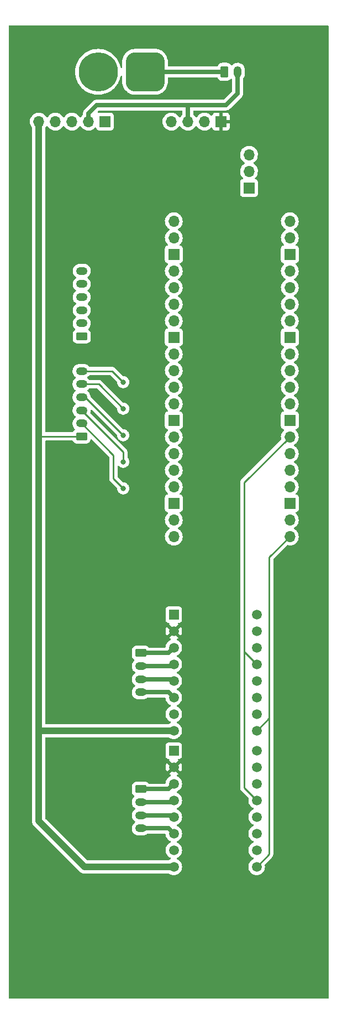
<source format=gbr>
%TF.GenerationSoftware,KiCad,Pcbnew,(6.0.11)*%
%TF.CreationDate,2023-04-04T20:38:18-04:00*%
%TF.ProjectId,ProtogenBackpackPCB,50726f74-6f67-4656-9e42-61636b706163,rev?*%
%TF.SameCoordinates,Original*%
%TF.FileFunction,Copper,L2,Bot*%
%TF.FilePolarity,Positive*%
%FSLAX46Y46*%
G04 Gerber Fmt 4.6, Leading zero omitted, Abs format (unit mm)*
G04 Created by KiCad (PCBNEW (6.0.11)) date 2023-04-04 20:38:18*
%MOMM*%
%LPD*%
G01*
G04 APERTURE LIST*
G04 Aperture macros list*
%AMRoundRect*
0 Rectangle with rounded corners*
0 $1 Rounding radius*
0 $2 $3 $4 $5 $6 $7 $8 $9 X,Y pos of 4 corners*
0 Add a 4 corners polygon primitive as box body*
4,1,4,$2,$3,$4,$5,$6,$7,$8,$9,$2,$3,0*
0 Add four circle primitives for the rounded corners*
1,1,$1+$1,$2,$3*
1,1,$1+$1,$4,$5*
1,1,$1+$1,$6,$7*
1,1,$1+$1,$8,$9*
0 Add four rect primitives between the rounded corners*
20,1,$1+$1,$2,$3,$4,$5,0*
20,1,$1+$1,$4,$5,$6,$7,0*
20,1,$1+$1,$6,$7,$8,$9,0*
20,1,$1+$1,$8,$9,$2,$3,0*%
G04 Aperture macros list end*
%TA.AperFunction,ComponentPad*%
%ADD10RoundRect,0.250000X-0.350000X-0.625000X0.350000X-0.625000X0.350000X0.625000X-0.350000X0.625000X0*%
%TD*%
%TA.AperFunction,ComponentPad*%
%ADD11O,1.200000X1.750000*%
%TD*%
%TA.AperFunction,ComponentPad*%
%ADD12RoundRect,0.250000X0.625000X-0.350000X0.625000X0.350000X-0.625000X0.350000X-0.625000X-0.350000X0*%
%TD*%
%TA.AperFunction,ComponentPad*%
%ADD13O,1.750000X1.200000*%
%TD*%
%TA.AperFunction,ComponentPad*%
%ADD14RoundRect,1.500000X1.500000X1.500000X-1.500000X1.500000X-1.500000X-1.500000X1.500000X-1.500000X0*%
%TD*%
%TA.AperFunction,ComponentPad*%
%ADD15C,6.000000*%
%TD*%
%TA.AperFunction,ComponentPad*%
%ADD16R,1.700000X1.700000*%
%TD*%
%TA.AperFunction,ComponentPad*%
%ADD17O,1.700000X1.700000*%
%TD*%
%TA.AperFunction,ComponentPad*%
%ADD18R,1.508000X1.508000*%
%TD*%
%TA.AperFunction,ComponentPad*%
%ADD19C,1.508000*%
%TD*%
%TA.AperFunction,ComponentPad*%
%ADD20RoundRect,0.250000X-0.625000X0.350000X-0.625000X-0.350000X0.625000X-0.350000X0.625000X0.350000X0*%
%TD*%
%TA.AperFunction,ViaPad*%
%ADD21C,0.800000*%
%TD*%
%TA.AperFunction,ViaPad*%
%ADD22C,0.812800*%
%TD*%
%TA.AperFunction,Conductor*%
%ADD23C,0.635000*%
%TD*%
%TA.AperFunction,Conductor*%
%ADD24C,0.250000*%
%TD*%
%TA.AperFunction,Conductor*%
%ADD25C,1.016000*%
%TD*%
%TA.AperFunction,Conductor*%
%ADD26C,0.254000*%
%TD*%
G04 APERTURE END LIST*
D10*
%TO.P,SW1,1,A*%
%TO.N,Net-(BT1-Pad1)*%
X147860000Y-33020000D03*
D11*
%TO.P,SW1,2,B*%
%TO.N,+BATT*%
X149860000Y-33020000D03*
%TD*%
D12*
%TO.P,J5,1,Pin_1*%
%TO.N,GND*%
X125984000Y-73500000D03*
D13*
%TO.P,J5,2,Pin_2*%
%TO.N,BUTTON_4*%
X125984000Y-71500000D03*
%TO.P,J5,3,Pin_3*%
%TO.N,BUTTON_3*%
X125984000Y-69500000D03*
%TO.P,J5,4,Pin_4*%
%TO.N,BUTTON_2*%
X125984000Y-67500000D03*
%TO.P,J5,5,Pin_5*%
%TO.N,BUTTON_1*%
X125984000Y-65500000D03*
%TO.P,J5,6,Pin_6*%
%TO.N,BUTTON_0*%
X125984000Y-63500000D03*
%TD*%
D14*
%TO.P,BT1,1,+*%
%TO.N,Net-(BT1-Pad1)*%
X135680000Y-33020000D03*
D15*
%TO.P,BT1,2,-*%
%TO.N,GND*%
X128480000Y-33020000D03*
%TD*%
D16*
%TO.P,J1,1,Pin_1*%
%TO.N,VDD*%
X147320000Y-40640000D03*
D17*
%TO.P,J1,2,Pin_2*%
%TO.N,GND*%
X144780000Y-40640000D03*
%TO.P,J1,3,Pin_3*%
%TO.N,+BATT*%
X142240000Y-40640000D03*
%TO.P,J1,4,Pin_4*%
%TO.N,/~{SHDN}*%
X139700000Y-40640000D03*
%TD*%
D12*
%TO.P,J4,1,Pin_1*%
%TO.N,+12V*%
X125942000Y-88820000D03*
D13*
%TO.P,J4,2,Pin_2*%
%TO.N,Net-(J4-Pad2)*%
X125942000Y-86820000D03*
%TO.P,J4,3,Pin_3*%
%TO.N,Net-(J4-Pad3)*%
X125942000Y-84820000D03*
%TO.P,J4,4,Pin_4*%
%TO.N,Net-(J4-Pad4)*%
X125942000Y-82820000D03*
%TO.P,J4,5,Pin_5*%
%TO.N,Net-(J4-Pad5)*%
X125942000Y-80820000D03*
%TO.P,J4,6,Pin_6*%
%TO.N,Net-(J4-Pad6)*%
X125942000Y-78820000D03*
%TD*%
D18*
%TO.P,U3,1,GND*%
%TO.N,GND*%
X140079500Y-116078000D03*
D19*
%TO.P,U3,2,VIO*%
%TO.N,VDD*%
X140079500Y-118618000D03*
%TO.P,U3,3,M1B*%
%TO.N,M2A-*%
X140079500Y-121158000D03*
%TO.P,U3,4,M1A*%
%TO.N,M2A+*%
X140079500Y-123698000D03*
%TO.P,U3,5,M2A*%
%TO.N,M2B+*%
X140079500Y-126238000D03*
%TO.P,U3,6,M2B*%
%TO.N,M2B-*%
X140079500Y-128778000D03*
%TO.P,U3,7,GND*%
%TO.N,GND*%
X140079500Y-131318000D03*
%TO.P,U3,8,VM*%
%TO.N,+12V*%
X140079500Y-133858000D03*
%TO.P,U3,9,DIR*%
%TO.N,BOT_DIR*%
X152779500Y-116078000D03*
%TO.P,U3,10,STEP*%
%TO.N,BOT_REEL_STEP*%
X152779500Y-118618000D03*
%TO.P,U3,11,PDN*%
%TO.N,GND*%
X152779500Y-121158000D03*
%TO.P,U3,12,UART*%
%TO.N,STEPPER_UART*%
X152779500Y-123698000D03*
%TO.P,U3,13,SPRD*%
%TO.N,GND*%
X152779500Y-126238000D03*
%TO.P,U3,14,MS2*%
%TO.N,M1_MS2*%
X152779500Y-128778000D03*
%TO.P,U3,15,MS1*%
%TO.N,M1_MS1*%
X152779500Y-131318000D03*
%TO.P,U3,16,~{EN}*%
%TO.N,REEL_~{EN}*%
X152779500Y-133858000D03*
%TD*%
D16*
%TO.P,J3,1,Pin_1*%
%TO.N,DBG_UART_TX*%
X151613000Y-50785000D03*
D17*
%TO.P,J3,2,Pin_2*%
%TO.N,GND*%
X151613000Y-48245000D03*
%TO.P,J3,3,Pin_3*%
%TO.N,DBG_UART_RX*%
X151613000Y-45705000D03*
%TD*%
D20*
%TO.P,M1,1,Pin_1*%
%TO.N,M1A-*%
X135043000Y-142796000D03*
D13*
%TO.P,M1,2,Pin_2*%
%TO.N,M1A+*%
X135043000Y-144796000D03*
%TO.P,M1,3,Pin_3*%
%TO.N,M1B+*%
X135043000Y-146796000D03*
%TO.P,M1,4,Pin_4*%
%TO.N,M1B-*%
X135043000Y-148796000D03*
%TD*%
D16*
%TO.P,J2,1,Pin_1*%
%TO.N,/EN*%
X129540000Y-40640000D03*
D17*
%TO.P,J2,2,Pin_2*%
%TO.N,+BATT*%
X127000000Y-40640000D03*
%TO.P,J2,3,Pin_3*%
%TO.N,GND*%
X124460000Y-40640000D03*
%TO.P,J2,4,Pin_4*%
X121920000Y-40640000D03*
%TO.P,J2,5,Pin_5*%
%TO.N,+12V*%
X119380000Y-40640000D03*
%TD*%
%TO.P,U1,1,GPIO0*%
%TO.N,DBG_UART_RX*%
X140081000Y-55880000D03*
%TO.P,U1,2,GPIO1*%
%TO.N,DBG_UART_TX*%
X140081000Y-58420000D03*
D16*
%TO.P,U1,3,GND*%
%TO.N,GND*%
X140081000Y-60960000D03*
D17*
%TO.P,U1,4,GPIO2*%
%TO.N,BUTTON_0*%
X140081000Y-63500000D03*
%TO.P,U1,5,GPIO3*%
%TO.N,BUTTON_1*%
X140081000Y-66040000D03*
%TO.P,U1,6,GPIO4*%
%TO.N,BUTTON_2*%
X140081000Y-68580000D03*
%TO.P,U1,7,GPIO5*%
%TO.N,BUTTON_3*%
X140081000Y-71120000D03*
D16*
%TO.P,U1,8,GND*%
%TO.N,GND*%
X140081000Y-73660000D03*
D17*
%TO.P,U1,9,GPIO6*%
%TO.N,BUTTON_4*%
X140081000Y-76200000D03*
%TO.P,U1,10,GPIO7*%
%TO.N,Light_0*%
X140081000Y-78740000D03*
%TO.P,U1,11,GPIO8*%
%TO.N,Light_1*%
X140081000Y-81280000D03*
%TO.P,U1,12,GPIO9*%
%TO.N,Light_2*%
X140081000Y-83820000D03*
D16*
%TO.P,U1,13,GND*%
%TO.N,GND*%
X140081000Y-86360000D03*
D17*
%TO.P,U1,14,GPIO10*%
%TO.N,Light_3*%
X140081000Y-88900000D03*
%TO.P,U1,15,GPIO11*%
%TO.N,Light_4*%
X140081000Y-91440000D03*
%TO.P,U1,16,GPIO12*%
%TO.N,BOT_DIR*%
X140081000Y-93980000D03*
%TO.P,U1,17,GPIO13*%
%TO.N,BOT_REEL_STEP*%
X140081000Y-96520000D03*
D16*
%TO.P,U1,18,GND*%
%TO.N,GND*%
X140081000Y-99060000D03*
D17*
%TO.P,U1,19,GPIO14*%
%TO.N,TOP_DIR*%
X140081000Y-101600000D03*
%TO.P,U1,20,GPIO15*%
%TO.N,TOP_REEL_STEP*%
X140081000Y-104140000D03*
%TO.P,U1,21,GPIO16*%
%TO.N,REEL_~{EN}*%
X157861000Y-104140000D03*
%TO.P,U1,22,GPIO17*%
%TO.N,unconnected-(U1-Pad22)*%
X157861000Y-101600000D03*
D16*
%TO.P,U1,23,GND*%
%TO.N,GND*%
X157861000Y-99060000D03*
D17*
%TO.P,U1,24,GPIO18*%
%TO.N,unconnected-(U1-Pad24)*%
X157861000Y-96520000D03*
%TO.P,U1,25,GPIO19*%
%TO.N,unconnected-(U1-Pad25)*%
X157861000Y-93980000D03*
%TO.P,U1,26,GPIO20*%
%TO.N,Net-(U1-Pad26)*%
X157861000Y-91440000D03*
%TO.P,U1,27,GPIO21*%
%TO.N,STEPPER_UART*%
X157861000Y-88900000D03*
D16*
%TO.P,U1,28,GND*%
%TO.N,GND*%
X157861000Y-86360000D03*
D17*
%TO.P,U1,29,GPIO22*%
%TO.N,unconnected-(U1-Pad29)*%
X157861000Y-83820000D03*
%TO.P,U1,30,RUN*%
%TO.N,unconnected-(U1-Pad30)*%
X157861000Y-81280000D03*
%TO.P,U1,31,GPIO26_ADC0*%
%TO.N,unconnected-(U1-Pad31)*%
X157861000Y-78740000D03*
%TO.P,U1,32,GPIO27_ADC1*%
%TO.N,unconnected-(U1-Pad32)*%
X157861000Y-76200000D03*
D16*
%TO.P,U1,33,AGND*%
%TO.N,GND*%
X157861000Y-73660000D03*
D17*
%TO.P,U1,34,GPIO28_ADC2*%
%TO.N,unconnected-(U1-Pad34)*%
X157861000Y-71120000D03*
%TO.P,U1,35,ADC_VREF*%
%TO.N,unconnected-(U1-Pad35)*%
X157861000Y-68580000D03*
%TO.P,U1,36,3V3*%
%TO.N,unconnected-(U1-Pad36)*%
X157861000Y-66040000D03*
%TO.P,U1,37,3V3_EN*%
%TO.N,unconnected-(U1-Pad37)*%
X157861000Y-63500000D03*
D16*
%TO.P,U1,38,GND*%
%TO.N,GND*%
X157861000Y-60960000D03*
D17*
%TO.P,U1,39,VSYS*%
%TO.N,Net-(D1-Pad1)*%
X157861000Y-58420000D03*
%TO.P,U1,40,VBUS*%
%TO.N,unconnected-(U1-Pad40)*%
X157861000Y-55880000D03*
%TD*%
D20*
%TO.P,M2,1,Pin_1*%
%TO.N,M2A-*%
X135043000Y-121968000D03*
D13*
%TO.P,M2,2,Pin_2*%
%TO.N,M2A+*%
X135043000Y-123968000D03*
%TO.P,M2,3,Pin_3*%
%TO.N,M2B+*%
X135043000Y-125968000D03*
%TO.P,M2,4,Pin_4*%
%TO.N,M2B-*%
X135043000Y-127968000D03*
%TD*%
D18*
%TO.P,U2,1,GND*%
%TO.N,GND*%
X140081000Y-136906000D03*
D19*
%TO.P,U2,2,VIO*%
%TO.N,VDD*%
X140081000Y-139446000D03*
%TO.P,U2,3,M1B*%
%TO.N,M1A-*%
X140081000Y-141986000D03*
%TO.P,U2,4,M1A*%
%TO.N,M1A+*%
X140081000Y-144526000D03*
%TO.P,U2,5,M2A*%
%TO.N,M1B+*%
X140081000Y-147066000D03*
%TO.P,U2,6,M2B*%
%TO.N,M1B-*%
X140081000Y-149606000D03*
%TO.P,U2,7,GND*%
%TO.N,GND*%
X140081000Y-152146000D03*
%TO.P,U2,8,VM*%
%TO.N,+12V*%
X140081000Y-154686000D03*
%TO.P,U2,9,DIR*%
%TO.N,TOP_DIR*%
X152781000Y-136906000D03*
%TO.P,U2,10,STEP*%
%TO.N,TOP_REEL_STEP*%
X152781000Y-139446000D03*
%TO.P,U2,11,PDN*%
%TO.N,GND*%
X152781000Y-141986000D03*
%TO.P,U2,12,UART*%
%TO.N,STEPPER_UART*%
X152781000Y-144526000D03*
%TO.P,U2,13,SPRD*%
%TO.N,GND*%
X152781000Y-147066000D03*
%TO.P,U2,14,MS2*%
%TO.N,M0_MS2*%
X152781000Y-149606000D03*
%TO.P,U2,15,MS1*%
%TO.N,M0_MS1*%
X152781000Y-152146000D03*
%TO.P,U2,16,~{EN}*%
%TO.N,REEL_~{EN}*%
X152781000Y-154686000D03*
%TD*%
D21*
%TO.N,VDD*%
X161290000Y-132080000D03*
X161290000Y-128016000D03*
X161290000Y-148844000D03*
X161290000Y-152938000D03*
D22*
X157988000Y-42672000D03*
%TO.N,Net-(J4-Pad2)*%
X132334000Y-96774000D03*
%TO.N,Net-(J4-Pad3)*%
X132334000Y-92710000D03*
%TO.N,Net-(J4-Pad4)*%
X132334000Y-88646000D03*
%TO.N,Net-(J4-Pad5)*%
X132334000Y-84582000D03*
%TO.N,Net-(J4-Pad6)*%
X132334000Y-80518000D03*
%TD*%
D23*
%TO.N,+BATT*%
X148082000Y-38100000D02*
X149860000Y-36322000D01*
%TO.N,M2B-*%
X139269500Y-127968000D02*
X140079500Y-128778000D01*
X135041500Y-127968000D02*
X139269500Y-127968000D01*
%TO.N,M2B+*%
X135041500Y-125968000D02*
X139809500Y-125968000D01*
%TO.N,M2A+*%
X135041500Y-123968000D02*
X139809500Y-123968000D01*
%TO.N,M2A-*%
X139269500Y-121968000D02*
X140079500Y-121158000D01*
X135043000Y-121968000D02*
X139269500Y-121968000D01*
D24*
%TO.N,REEL_~{EN}*%
X154686000Y-152781000D02*
X152781000Y-154686000D01*
X154686000Y-131951500D02*
X154686000Y-152781000D01*
X154686000Y-107315000D02*
X154686000Y-131951500D01*
X154686000Y-131951500D02*
X152779500Y-133858000D01*
X157861000Y-104140000D02*
X154686000Y-107315000D01*
%TO.N,STEPPER_UART*%
X150876000Y-142621000D02*
X152781000Y-144526000D01*
X150876000Y-121794500D02*
X150876000Y-142621000D01*
X150876000Y-121794500D02*
X152779500Y-123698000D01*
X150876000Y-95885000D02*
X150876000Y-121794500D01*
X157861000Y-88900000D02*
X150876000Y-95885000D01*
D25*
%TO.N,+12V*%
X126366500Y-154686000D02*
X119380000Y-147699500D01*
X140079500Y-133858000D02*
X119380000Y-133858000D01*
X119380000Y-133858000D02*
X119380000Y-147699500D01*
X119380000Y-89154000D02*
X119380000Y-133858000D01*
X119380000Y-40640000D02*
X119380000Y-89154000D01*
X140081000Y-154686000D02*
X126366500Y-154686000D01*
D26*
X125942000Y-88820000D02*
X119380000Y-88820000D01*
D23*
%TO.N,+BATT*%
X142240000Y-38100000D02*
X148082000Y-38100000D01*
X142240000Y-38100000D02*
X142240000Y-40640000D01*
X127000000Y-40640000D02*
X127000000Y-39370000D01*
X149860000Y-36322000D02*
X149860000Y-33020000D01*
X127000000Y-39370000D02*
X128270000Y-38100000D01*
X128270000Y-38100000D02*
X142240000Y-38100000D01*
%TO.N,Net-(BT1-Pad1)*%
X135680000Y-33020000D02*
X147860000Y-33020000D01*
%TO.N,M1A-*%
X139271000Y-142796000D02*
X140081000Y-141986000D01*
X135043000Y-142796000D02*
X139271000Y-142796000D01*
%TO.N,M1A+*%
X135043000Y-144796000D02*
X139811000Y-144796000D01*
%TO.N,M1B+*%
X135043000Y-146796000D02*
X139811000Y-146796000D01*
%TO.N,M1B-*%
X135043000Y-148796000D02*
X139271000Y-148796000D01*
X139271000Y-148796000D02*
X140081000Y-149606000D01*
D26*
%TO.N,Net-(J4-Pad2)*%
X132334000Y-96774000D02*
X130810000Y-95250000D01*
X130810000Y-91688000D02*
X125942000Y-86820000D01*
X130810000Y-95250000D02*
X130810000Y-91688000D01*
%TO.N,Net-(J4-Pad3)*%
X132334000Y-92710000D02*
X132334000Y-91212000D01*
X132334000Y-91212000D02*
X125942000Y-84820000D01*
%TO.N,Net-(J4-Pad4)*%
X132334000Y-88646000D02*
X126508000Y-82820000D01*
%TO.N,Net-(J4-Pad5)*%
X132334000Y-84582000D02*
X128572000Y-80820000D01*
X128572000Y-80820000D02*
X125942000Y-80820000D01*
%TO.N,Net-(J4-Pad6)*%
X130636000Y-78820000D02*
X125942000Y-78820000D01*
X132334000Y-80518000D02*
X130636000Y-78820000D01*
%TD*%
%TA.AperFunction,Conductor*%
%TO.N,VDD*%
G36*
X163733621Y-25928502D02*
G01*
X163780114Y-25982158D01*
X163791500Y-26034500D01*
X163791500Y-174765500D01*
X163771498Y-174833621D01*
X163717842Y-174880114D01*
X163665500Y-174891500D01*
X114934500Y-174891500D01*
X114866379Y-174871498D01*
X114819886Y-174817842D01*
X114808500Y-174765500D01*
X114808500Y-40606695D01*
X118017251Y-40606695D01*
X118030110Y-40829715D01*
X118031247Y-40834761D01*
X118031248Y-40834767D01*
X118045606Y-40898475D01*
X118079222Y-41047639D01*
X118163266Y-41254616D01*
X118279987Y-41445088D01*
X118283367Y-41448990D01*
X118283368Y-41448991D01*
X118332737Y-41505984D01*
X118362220Y-41570570D01*
X118363500Y-41588482D01*
X118363500Y-133797709D01*
X118362810Y-133810879D01*
X118358607Y-133850869D01*
X118359166Y-133857008D01*
X118362981Y-133898931D01*
X118363500Y-133910351D01*
X118363500Y-147637224D01*
X118362763Y-147650832D01*
X118360694Y-147669881D01*
X118358638Y-147688804D01*
X118359588Y-147699661D01*
X118363046Y-147739190D01*
X118363375Y-147744018D01*
X118363500Y-147746573D01*
X118363500Y-147749657D01*
X118363801Y-147752724D01*
X118367722Y-147792719D01*
X118367844Y-147794032D01*
X118368112Y-147797095D01*
X118376012Y-147887392D01*
X118377511Y-147892552D01*
X118378035Y-147897894D01*
X118395714Y-147956448D01*
X118405098Y-147987531D01*
X118405455Y-147988736D01*
X118431628Y-148078822D01*
X118434100Y-148083590D01*
X118435652Y-148088732D01*
X118438547Y-148094177D01*
X118438550Y-148094184D01*
X118479633Y-148171450D01*
X118480213Y-148172554D01*
X118523366Y-148255804D01*
X118526718Y-148260003D01*
X118529239Y-148264744D01*
X118533131Y-148269516D01*
X118588438Y-148337329D01*
X118589266Y-148338355D01*
X118595893Y-148346656D01*
X118620768Y-148377816D01*
X118623263Y-148380311D01*
X118623973Y-148381105D01*
X118627693Y-148385460D01*
X118651337Y-148414451D01*
X118651340Y-148414454D01*
X118655232Y-148419226D01*
X118659980Y-148423154D01*
X118659981Y-148423155D01*
X118690873Y-148448711D01*
X118699652Y-148456700D01*
X125603685Y-155360733D01*
X125612786Y-155370875D01*
X125636725Y-155400649D01*
X125675502Y-155433187D01*
X125679129Y-155436351D01*
X125680998Y-155438046D01*
X125683192Y-155440240D01*
X125716758Y-155467812D01*
X125717555Y-155468474D01*
X125789433Y-155528786D01*
X125794139Y-155531373D01*
X125798289Y-155534782D01*
X125803713Y-155537690D01*
X125803723Y-155537697D01*
X125880868Y-155579061D01*
X125882028Y-155579690D01*
X125964121Y-155624821D01*
X125969241Y-155626445D01*
X125973974Y-155628983D01*
X126052297Y-155652929D01*
X126063493Y-155656352D01*
X126064752Y-155656744D01*
X126148261Y-155683235D01*
X126148265Y-155683236D01*
X126154135Y-155685098D01*
X126159473Y-155685697D01*
X126164609Y-155687267D01*
X126170739Y-155687890D01*
X126170741Y-155687890D01*
X126198237Y-155690683D01*
X126257868Y-155696739D01*
X126259008Y-155696861D01*
X126309284Y-155702500D01*
X126312790Y-155702500D01*
X126313916Y-155702563D01*
X126319610Y-155703011D01*
X126356805Y-155706789D01*
X126356811Y-155706789D01*
X126362935Y-155707411D01*
X126408977Y-155703059D01*
X126420834Y-155702500D01*
X139291882Y-155702500D01*
X139364153Y-155725287D01*
X139447338Y-155783534D01*
X139452316Y-155785855D01*
X139452319Y-155785857D01*
X139642568Y-155874571D01*
X139647550Y-155876894D01*
X139652858Y-155878316D01*
X139652860Y-155878317D01*
X139718252Y-155895839D01*
X139860932Y-155934070D01*
X140081000Y-155953323D01*
X140301068Y-155934070D01*
X140443748Y-155895839D01*
X140509140Y-155878317D01*
X140509142Y-155878316D01*
X140514450Y-155876894D01*
X140519432Y-155874571D01*
X140709675Y-155785860D01*
X140709680Y-155785857D01*
X140714662Y-155783534D01*
X140719171Y-155780377D01*
X140891109Y-155659985D01*
X140891112Y-155659983D01*
X140895620Y-155656826D01*
X141051826Y-155500620D01*
X141178534Y-155319661D01*
X141271894Y-155119450D01*
X141329070Y-154906068D01*
X141348323Y-154686000D01*
X141329070Y-154465932D01*
X141271894Y-154252550D01*
X141178534Y-154052339D01*
X141051826Y-153871380D01*
X140895620Y-153715174D01*
X140891112Y-153712017D01*
X140891109Y-153712015D01*
X140719171Y-153591623D01*
X140719168Y-153591621D01*
X140714662Y-153588466D01*
X140709680Y-153586143D01*
X140709675Y-153586140D01*
X140589699Y-153530195D01*
X140536414Y-153483278D01*
X140516953Y-153415001D01*
X140537495Y-153347041D01*
X140589699Y-153301805D01*
X140709675Y-153245860D01*
X140709680Y-153245857D01*
X140714662Y-153243534D01*
X140719171Y-153240377D01*
X140891109Y-153119985D01*
X140891112Y-153119983D01*
X140895620Y-153116826D01*
X141051826Y-152960620D01*
X141178534Y-152779661D01*
X141194613Y-152745181D01*
X141269571Y-152584432D01*
X141269572Y-152584431D01*
X141271894Y-152579450D01*
X141329070Y-152366068D01*
X141348323Y-152146000D01*
X141329070Y-151925932D01*
X141271894Y-151712550D01*
X141178534Y-151512339D01*
X141051826Y-151331380D01*
X140895620Y-151175174D01*
X140891112Y-151172017D01*
X140891109Y-151172015D01*
X140719171Y-151051623D01*
X140719168Y-151051621D01*
X140714662Y-151048466D01*
X140709680Y-151046143D01*
X140709675Y-151046140D01*
X140589699Y-150990195D01*
X140536414Y-150943278D01*
X140516953Y-150875001D01*
X140537495Y-150807041D01*
X140589699Y-150761805D01*
X140709675Y-150705860D01*
X140709680Y-150705857D01*
X140714662Y-150703534D01*
X140719171Y-150700377D01*
X140891109Y-150579985D01*
X140891112Y-150579983D01*
X140895620Y-150576826D01*
X141051826Y-150420620D01*
X141178534Y-150239661D01*
X141271894Y-150039450D01*
X141329070Y-149826068D01*
X141348323Y-149606000D01*
X141329070Y-149385932D01*
X141271894Y-149172550D01*
X141178534Y-148972339D01*
X141051826Y-148791380D01*
X140895620Y-148635174D01*
X140891112Y-148632017D01*
X140891109Y-148632015D01*
X140719171Y-148511623D01*
X140719168Y-148511621D01*
X140714662Y-148508466D01*
X140709680Y-148506143D01*
X140709675Y-148506140D01*
X140589699Y-148450195D01*
X140536414Y-148403278D01*
X140516953Y-148335001D01*
X140537495Y-148267041D01*
X140589699Y-148221805D01*
X140709675Y-148165860D01*
X140709680Y-148165857D01*
X140714662Y-148163534D01*
X140719171Y-148160377D01*
X140891109Y-148039985D01*
X140891112Y-148039983D01*
X140895620Y-148036826D01*
X141051826Y-147880620D01*
X141178534Y-147699661D01*
X141201304Y-147650832D01*
X141269571Y-147504432D01*
X141269572Y-147504431D01*
X141271894Y-147499450D01*
X141329070Y-147286068D01*
X141348323Y-147066000D01*
X141329070Y-146845932D01*
X141271894Y-146632550D01*
X141178534Y-146432339D01*
X141051826Y-146251380D01*
X140895620Y-146095174D01*
X140891112Y-146092017D01*
X140891109Y-146092015D01*
X140719171Y-145971623D01*
X140719168Y-145971621D01*
X140714662Y-145968466D01*
X140709680Y-145966143D01*
X140709675Y-145966140D01*
X140589699Y-145910195D01*
X140536414Y-145863278D01*
X140516953Y-145795001D01*
X140537495Y-145727041D01*
X140589699Y-145681805D01*
X140709675Y-145625860D01*
X140709680Y-145625857D01*
X140714662Y-145623534D01*
X140864345Y-145518725D01*
X140891109Y-145499985D01*
X140891112Y-145499983D01*
X140895620Y-145496826D01*
X141051826Y-145340620D01*
X141178534Y-145159661D01*
X141271894Y-144959450D01*
X141273650Y-144952899D01*
X141327646Y-144751381D01*
X141329070Y-144746068D01*
X141348323Y-144526000D01*
X141329070Y-144305932D01*
X141271894Y-144092550D01*
X141226004Y-143994138D01*
X141180857Y-143897320D01*
X141180855Y-143897317D01*
X141178534Y-143892339D01*
X141051826Y-143711380D01*
X140895620Y-143555174D01*
X140891112Y-143552017D01*
X140891109Y-143552015D01*
X140719171Y-143431623D01*
X140719169Y-143431622D01*
X140714662Y-143428466D01*
X140709680Y-143426143D01*
X140709675Y-143426140D01*
X140589699Y-143370195D01*
X140536414Y-143323278D01*
X140516953Y-143255001D01*
X140537495Y-143187041D01*
X140589699Y-143141805D01*
X140709675Y-143085860D01*
X140709680Y-143085857D01*
X140714662Y-143083534D01*
X140750976Y-143058107D01*
X140891109Y-142959985D01*
X140891112Y-142959983D01*
X140895620Y-142956826D01*
X141051826Y-142800620D01*
X141178534Y-142619661D01*
X141214640Y-142542233D01*
X141269571Y-142424432D01*
X141269572Y-142424431D01*
X141271894Y-142419450D01*
X141329070Y-142206068D01*
X141348323Y-141986000D01*
X141329070Y-141765932D01*
X141271894Y-141552550D01*
X141178534Y-141352339D01*
X141051826Y-141171380D01*
X140895620Y-141015174D01*
X140891112Y-141012017D01*
X140891109Y-141012015D01*
X140719171Y-140891623D01*
X140719168Y-140891621D01*
X140714662Y-140888466D01*
X140709680Y-140886143D01*
X140709675Y-140886140D01*
X140589107Y-140829919D01*
X140535822Y-140783002D01*
X140516361Y-140714725D01*
X140536903Y-140646765D01*
X140589107Y-140601529D01*
X140709424Y-140545425D01*
X140718919Y-140539942D01*
X140761021Y-140510462D01*
X140769396Y-140499985D01*
X140762328Y-140486538D01*
X140093812Y-139818022D01*
X140079868Y-139810408D01*
X140078035Y-139810539D01*
X140071420Y-139814790D01*
X139398951Y-140487259D01*
X139392521Y-140499034D01*
X139401817Y-140511049D01*
X139443081Y-140539942D01*
X139452576Y-140545425D01*
X139572893Y-140601529D01*
X139626178Y-140648446D01*
X139645639Y-140716723D01*
X139625097Y-140784683D01*
X139572893Y-140829919D01*
X139452320Y-140886143D01*
X139452317Y-140886145D01*
X139447339Y-140888466D01*
X139266380Y-141015174D01*
X139110174Y-141171380D01*
X138983466Y-141352339D01*
X138890106Y-141552550D01*
X138832930Y-141765932D01*
X138832451Y-141771411D01*
X138825139Y-141854982D01*
X138799275Y-141921100D01*
X138741772Y-141962740D01*
X138699618Y-141970000D01*
X136316950Y-141970000D01*
X136248829Y-141949998D01*
X136227932Y-141933173D01*
X136146483Y-141851866D01*
X136141303Y-141846695D01*
X136135072Y-141842854D01*
X135996968Y-141757725D01*
X135996966Y-141757724D01*
X135990738Y-141753885D01*
X135830254Y-141700655D01*
X135829389Y-141700368D01*
X135829387Y-141700368D01*
X135822861Y-141698203D01*
X135816025Y-141697503D01*
X135816022Y-141697502D01*
X135772969Y-141693091D01*
X135718400Y-141687500D01*
X134367600Y-141687500D01*
X134364354Y-141687837D01*
X134364350Y-141687837D01*
X134268692Y-141697762D01*
X134268688Y-141697763D01*
X134261834Y-141698474D01*
X134255298Y-141700655D01*
X134255296Y-141700655D01*
X134123194Y-141744728D01*
X134094054Y-141754450D01*
X133943652Y-141847522D01*
X133818695Y-141972697D01*
X133725885Y-142123262D01*
X133670203Y-142291139D01*
X133659500Y-142395600D01*
X133659500Y-143196400D01*
X133659837Y-143199646D01*
X133659837Y-143199650D01*
X133667002Y-143268699D01*
X133670474Y-143302166D01*
X133672655Y-143308702D01*
X133672655Y-143308704D01*
X133693170Y-143370195D01*
X133726450Y-143469946D01*
X133819522Y-143620348D01*
X133944697Y-143745305D01*
X133950927Y-143749145D01*
X133950928Y-143749146D01*
X133996236Y-143777074D01*
X134043729Y-143829846D01*
X134055153Y-143899918D01*
X134026879Y-143965042D01*
X134007955Y-143983418D01*
X134000080Y-143989604D01*
X133996148Y-143994135D01*
X133996145Y-143994138D01*
X133915071Y-144087568D01*
X133861448Y-144149363D01*
X133858448Y-144154549D01*
X133858445Y-144154553D01*
X133790490Y-144272018D01*
X133755527Y-144332454D01*
X133686139Y-144532271D01*
X133655787Y-144741604D01*
X133665567Y-144952899D01*
X133715125Y-145158534D01*
X133717607Y-145163992D01*
X133717608Y-145163996D01*
X133728033Y-145186924D01*
X133802674Y-145351087D01*
X133925054Y-145523611D01*
X134077850Y-145669881D01*
X134082888Y-145673134D01*
X134110163Y-145690746D01*
X134156540Y-145744501D01*
X134166493Y-145814797D01*
X134136861Y-145879314D01*
X134119649Y-145895681D01*
X134000080Y-145989604D01*
X133996148Y-145994135D01*
X133996145Y-145994138D01*
X133911212Y-146092015D01*
X133861448Y-146149363D01*
X133858448Y-146154549D01*
X133858445Y-146154553D01*
X133799824Y-146255884D01*
X133755527Y-146332454D01*
X133686139Y-146532271D01*
X133685278Y-146538206D01*
X133685278Y-146538208D01*
X133672322Y-146627568D01*
X133655787Y-146741604D01*
X133665567Y-146952899D01*
X133715125Y-147158534D01*
X133802674Y-147351087D01*
X133925054Y-147523611D01*
X134077850Y-147669881D01*
X134082888Y-147673134D01*
X134110163Y-147690746D01*
X134156540Y-147744501D01*
X134166493Y-147814797D01*
X134136861Y-147879314D01*
X134119649Y-147895681D01*
X134000080Y-147989604D01*
X133996148Y-147994135D01*
X133996145Y-147994138D01*
X133927802Y-148072897D01*
X133861448Y-148149363D01*
X133858448Y-148154549D01*
X133858445Y-148154553D01*
X133766162Y-148314070D01*
X133755527Y-148332454D01*
X133686139Y-148532271D01*
X133685278Y-148538206D01*
X133685278Y-148538208D01*
X133670654Y-148639071D01*
X133655787Y-148741604D01*
X133665567Y-148952899D01*
X133715125Y-149158534D01*
X133717607Y-149163992D01*
X133717608Y-149163996D01*
X133723912Y-149177860D01*
X133802674Y-149351087D01*
X133925054Y-149523611D01*
X134077850Y-149669881D01*
X134255548Y-149784620D01*
X134261114Y-149786863D01*
X134446168Y-149861442D01*
X134446171Y-149861443D01*
X134451737Y-149863686D01*
X134659337Y-149904228D01*
X134664899Y-149904500D01*
X135370846Y-149904500D01*
X135528566Y-149889452D01*
X135731534Y-149829908D01*
X135815111Y-149786863D01*
X135914249Y-149735804D01*
X135914252Y-149735802D01*
X135919580Y-149733058D01*
X136026700Y-149648914D01*
X136092625Y-149622564D01*
X136104533Y-149622000D01*
X138699618Y-149622000D01*
X138767739Y-149642002D01*
X138814232Y-149695658D01*
X138825139Y-149737018D01*
X138832930Y-149826068D01*
X138890106Y-150039450D01*
X138983466Y-150239661D01*
X139110174Y-150420620D01*
X139266380Y-150576826D01*
X139270888Y-150579983D01*
X139270891Y-150579985D01*
X139442829Y-150700377D01*
X139447338Y-150703534D01*
X139452320Y-150705857D01*
X139452325Y-150705860D01*
X139572301Y-150761805D01*
X139625586Y-150808722D01*
X139645047Y-150876999D01*
X139624505Y-150944959D01*
X139572301Y-150990195D01*
X139452320Y-151046143D01*
X139452317Y-151046145D01*
X139447339Y-151048466D01*
X139266380Y-151175174D01*
X139110174Y-151331380D01*
X138983466Y-151512339D01*
X138890106Y-151712550D01*
X138832930Y-151925932D01*
X138813677Y-152146000D01*
X138832930Y-152366068D01*
X138890106Y-152579450D01*
X138892428Y-152584431D01*
X138892429Y-152584432D01*
X138967388Y-152745181D01*
X138983466Y-152779661D01*
X139110174Y-152960620D01*
X139266380Y-153116826D01*
X139270888Y-153119983D01*
X139270891Y-153119985D01*
X139442829Y-153240377D01*
X139447338Y-153243534D01*
X139452320Y-153245857D01*
X139452325Y-153245860D01*
X139572301Y-153301805D01*
X139625586Y-153348722D01*
X139645047Y-153416999D01*
X139624505Y-153484959D01*
X139572301Y-153530195D01*
X139452320Y-153586143D01*
X139452317Y-153586145D01*
X139447339Y-153588466D01*
X139386950Y-153630750D01*
X139364153Y-153646713D01*
X139291883Y-153669500D01*
X126839738Y-153669500D01*
X126771617Y-153649498D01*
X126750643Y-153632595D01*
X120433405Y-147315357D01*
X120399379Y-147253045D01*
X120396500Y-147226262D01*
X120396500Y-139451475D01*
X138814658Y-139451475D01*
X138832946Y-139660501D01*
X138834849Y-139671296D01*
X138889155Y-139873968D01*
X138892901Y-139884260D01*
X138981577Y-140074425D01*
X138987055Y-140083915D01*
X139016539Y-140126022D01*
X139027015Y-140134396D01*
X139040463Y-140127327D01*
X139708978Y-139458812D01*
X139715356Y-139447132D01*
X140445408Y-139447132D01*
X140445539Y-139448965D01*
X140449790Y-139455580D01*
X141122259Y-140128049D01*
X141134033Y-140134479D01*
X141146049Y-140125183D01*
X141174945Y-140083915D01*
X141180423Y-140074425D01*
X141269099Y-139884260D01*
X141272845Y-139873968D01*
X141327151Y-139671296D01*
X141329054Y-139660501D01*
X141347342Y-139451475D01*
X141347342Y-139440525D01*
X141329054Y-139231499D01*
X141327151Y-139220704D01*
X141272845Y-139018032D01*
X141269099Y-139007740D01*
X141180423Y-138817575D01*
X141174945Y-138808085D01*
X141145461Y-138765978D01*
X141134985Y-138757604D01*
X141121537Y-138764673D01*
X140453022Y-139433188D01*
X140445408Y-139447132D01*
X139715356Y-139447132D01*
X139716592Y-139444868D01*
X139716461Y-139443035D01*
X139712210Y-139436420D01*
X139039741Y-138763951D01*
X139027967Y-138757521D01*
X139015951Y-138766817D01*
X138987055Y-138808085D01*
X138981577Y-138817575D01*
X138892901Y-139007740D01*
X138889155Y-139018032D01*
X138834849Y-139220704D01*
X138832946Y-139231499D01*
X138814658Y-139440525D01*
X138814658Y-139451475D01*
X120396500Y-139451475D01*
X120396500Y-137708134D01*
X138818500Y-137708134D01*
X138825255Y-137770316D01*
X138876385Y-137906705D01*
X138963739Y-138023261D01*
X139080295Y-138110615D01*
X139216684Y-138161745D01*
X139278866Y-138168500D01*
X139309245Y-138168500D01*
X139377366Y-138188502D01*
X139423859Y-138242158D01*
X139433963Y-138312432D01*
X139407666Y-138373172D01*
X139392604Y-138392015D01*
X139399673Y-138405463D01*
X140068188Y-139073978D01*
X140082132Y-139081592D01*
X140083965Y-139081461D01*
X140090580Y-139077210D01*
X140763049Y-138404741D01*
X140769479Y-138392966D01*
X140752949Y-138371599D01*
X140727086Y-138305481D01*
X140741076Y-138235876D01*
X140790475Y-138184884D01*
X140852607Y-138168500D01*
X140883134Y-138168500D01*
X140945316Y-138161745D01*
X141081705Y-138110615D01*
X141198261Y-138023261D01*
X141285615Y-137906705D01*
X141336745Y-137770316D01*
X141343500Y-137708134D01*
X141343500Y-136103866D01*
X141336745Y-136041684D01*
X141285615Y-135905295D01*
X141198261Y-135788739D01*
X141081705Y-135701385D01*
X140945316Y-135650255D01*
X140883134Y-135643500D01*
X139278866Y-135643500D01*
X139216684Y-135650255D01*
X139080295Y-135701385D01*
X138963739Y-135788739D01*
X138876385Y-135905295D01*
X138825255Y-136041684D01*
X138818500Y-136103866D01*
X138818500Y-137708134D01*
X120396500Y-137708134D01*
X120396500Y-135000500D01*
X120416502Y-134932379D01*
X120470158Y-134885886D01*
X120522500Y-134874500D01*
X139290382Y-134874500D01*
X139362653Y-134897287D01*
X139445838Y-134955534D01*
X139450816Y-134957855D01*
X139450819Y-134957857D01*
X139542268Y-135000500D01*
X139646050Y-135048894D01*
X139651358Y-135050316D01*
X139651360Y-135050317D01*
X139716752Y-135067839D01*
X139859432Y-135106070D01*
X140079500Y-135125323D01*
X140299568Y-135106070D01*
X140442248Y-135067839D01*
X140507640Y-135050317D01*
X140507642Y-135050316D01*
X140512950Y-135048894D01*
X140616732Y-135000500D01*
X140708175Y-134957860D01*
X140708180Y-134957857D01*
X140713162Y-134955534D01*
X140746231Y-134932379D01*
X140889609Y-134831985D01*
X140889612Y-134831983D01*
X140894120Y-134828826D01*
X141050326Y-134672620D01*
X141177034Y-134491661D01*
X141270394Y-134291450D01*
X141327570Y-134078068D01*
X141346823Y-133858000D01*
X141327570Y-133637932D01*
X141270394Y-133424550D01*
X141177034Y-133224339D01*
X141050326Y-133043380D01*
X140894120Y-132887174D01*
X140889612Y-132884017D01*
X140889609Y-132884015D01*
X140717671Y-132763623D01*
X140717668Y-132763621D01*
X140713162Y-132760466D01*
X140708180Y-132758143D01*
X140708175Y-132758140D01*
X140588199Y-132702195D01*
X140534914Y-132655278D01*
X140515453Y-132587001D01*
X140535995Y-132519041D01*
X140588199Y-132473805D01*
X140708175Y-132417860D01*
X140708180Y-132417857D01*
X140713162Y-132415534D01*
X140717671Y-132412377D01*
X140889609Y-132291985D01*
X140889612Y-132291983D01*
X140894120Y-132288826D01*
X141050326Y-132132620D01*
X141177034Y-131951661D01*
X141188283Y-131927539D01*
X141268071Y-131756432D01*
X141268072Y-131756431D01*
X141270394Y-131751450D01*
X141327570Y-131538068D01*
X141346823Y-131318000D01*
X141327570Y-131097932D01*
X141270394Y-130884550D01*
X141177034Y-130684339D01*
X141050326Y-130503380D01*
X140894120Y-130347174D01*
X140889612Y-130344017D01*
X140889609Y-130344015D01*
X140717671Y-130223623D01*
X140717668Y-130223621D01*
X140713162Y-130220466D01*
X140708180Y-130218143D01*
X140708175Y-130218140D01*
X140588199Y-130162195D01*
X140534914Y-130115278D01*
X140515453Y-130047001D01*
X140535995Y-129979041D01*
X140588199Y-129933805D01*
X140708175Y-129877860D01*
X140708180Y-129877857D01*
X140713162Y-129875534D01*
X140717671Y-129872377D01*
X140889609Y-129751985D01*
X140889612Y-129751983D01*
X140894120Y-129748826D01*
X141050326Y-129592620D01*
X141177034Y-129411661D01*
X141270394Y-129211450D01*
X141327570Y-128998068D01*
X141346823Y-128778000D01*
X141327570Y-128557932D01*
X141270394Y-128344550D01*
X141177034Y-128144339D01*
X141050326Y-127963380D01*
X140894120Y-127807174D01*
X140889612Y-127804017D01*
X140889609Y-127804015D01*
X140717671Y-127683623D01*
X140717668Y-127683621D01*
X140713162Y-127680466D01*
X140708180Y-127678143D01*
X140708175Y-127678140D01*
X140588199Y-127622195D01*
X140534914Y-127575278D01*
X140515453Y-127507001D01*
X140535995Y-127439041D01*
X140588199Y-127393805D01*
X140708175Y-127337860D01*
X140708180Y-127337857D01*
X140713162Y-127335534D01*
X140717671Y-127332377D01*
X140889609Y-127211985D01*
X140889612Y-127211983D01*
X140894120Y-127208826D01*
X141050326Y-127052620D01*
X141177034Y-126871661D01*
X141270394Y-126671450D01*
X141327570Y-126458068D01*
X141346823Y-126238000D01*
X141327570Y-126017932D01*
X141270394Y-125804550D01*
X141177034Y-125604339D01*
X141050326Y-125423380D01*
X140894120Y-125267174D01*
X140889612Y-125264017D01*
X140889609Y-125264015D01*
X140717671Y-125143623D01*
X140717668Y-125143621D01*
X140713162Y-125140466D01*
X140708180Y-125138143D01*
X140708175Y-125138140D01*
X140588199Y-125082195D01*
X140534914Y-125035278D01*
X140515453Y-124967001D01*
X140535995Y-124899041D01*
X140588199Y-124853805D01*
X140708175Y-124797860D01*
X140708180Y-124797857D01*
X140713162Y-124795534D01*
X140862845Y-124690725D01*
X140889609Y-124671985D01*
X140889612Y-124671983D01*
X140894120Y-124668826D01*
X141050326Y-124512620D01*
X141177034Y-124331661D01*
X141270394Y-124131450D01*
X141272150Y-124124899D01*
X141326146Y-123923381D01*
X141327570Y-123918068D01*
X141346823Y-123698000D01*
X141327570Y-123477932D01*
X141270394Y-123264550D01*
X141224504Y-123166138D01*
X141179357Y-123069320D01*
X141179355Y-123069317D01*
X141177034Y-123064339D01*
X141050326Y-122883380D01*
X140894120Y-122727174D01*
X140889612Y-122724017D01*
X140889609Y-122724015D01*
X140717671Y-122603623D01*
X140717669Y-122603622D01*
X140713162Y-122600466D01*
X140708180Y-122598143D01*
X140708175Y-122598140D01*
X140588199Y-122542195D01*
X140534914Y-122495278D01*
X140515453Y-122427001D01*
X140535995Y-122359041D01*
X140588199Y-122313805D01*
X140708175Y-122257860D01*
X140708180Y-122257857D01*
X140713162Y-122255534D01*
X140717671Y-122252377D01*
X140889609Y-122131985D01*
X140889612Y-122131983D01*
X140894120Y-122128826D01*
X141050326Y-121972620D01*
X141177034Y-121791661D01*
X141206910Y-121727593D01*
X141268071Y-121596432D01*
X141268072Y-121596431D01*
X141270394Y-121591450D01*
X141327570Y-121378068D01*
X141346823Y-121158000D01*
X141327570Y-120937932D01*
X141270394Y-120724550D01*
X141177034Y-120524339D01*
X141050326Y-120343380D01*
X140894120Y-120187174D01*
X140889612Y-120184017D01*
X140889609Y-120184015D01*
X140717671Y-120063623D01*
X140717668Y-120063621D01*
X140713162Y-120060466D01*
X140708180Y-120058143D01*
X140708175Y-120058140D01*
X140587607Y-120001919D01*
X140534322Y-119955002D01*
X140514861Y-119886725D01*
X140535403Y-119818765D01*
X140587607Y-119773529D01*
X140707924Y-119717425D01*
X140717419Y-119711942D01*
X140759521Y-119682462D01*
X140767896Y-119671985D01*
X140760828Y-119658538D01*
X140092312Y-118990022D01*
X140078368Y-118982408D01*
X140076535Y-118982539D01*
X140069920Y-118986790D01*
X139397451Y-119659259D01*
X139391021Y-119671034D01*
X139400317Y-119683049D01*
X139441581Y-119711942D01*
X139451076Y-119717425D01*
X139571393Y-119773529D01*
X139624678Y-119820446D01*
X139644139Y-119888723D01*
X139623597Y-119956683D01*
X139571393Y-120001919D01*
X139450820Y-120058143D01*
X139450817Y-120058145D01*
X139445839Y-120060466D01*
X139264880Y-120187174D01*
X139108674Y-120343380D01*
X138981966Y-120524339D01*
X138888606Y-120724550D01*
X138831430Y-120937932D01*
X138830951Y-120943411D01*
X138823639Y-121026982D01*
X138797775Y-121093100D01*
X138740272Y-121134740D01*
X138698118Y-121142000D01*
X136316950Y-121142000D01*
X136248829Y-121121998D01*
X136227932Y-121105173D01*
X136146483Y-121023866D01*
X136141303Y-121018695D01*
X136135072Y-121014854D01*
X135996968Y-120929725D01*
X135996966Y-120929724D01*
X135990738Y-120925885D01*
X135830254Y-120872655D01*
X135829389Y-120872368D01*
X135829387Y-120872368D01*
X135822861Y-120870203D01*
X135816025Y-120869503D01*
X135816022Y-120869502D01*
X135772969Y-120865091D01*
X135718400Y-120859500D01*
X134367600Y-120859500D01*
X134364354Y-120859837D01*
X134364350Y-120859837D01*
X134268692Y-120869762D01*
X134268688Y-120869763D01*
X134261834Y-120870474D01*
X134255298Y-120872655D01*
X134255296Y-120872655D01*
X134123194Y-120916728D01*
X134094054Y-120926450D01*
X133943652Y-121019522D01*
X133818695Y-121144697D01*
X133725885Y-121295262D01*
X133670203Y-121463139D01*
X133659500Y-121567600D01*
X133659500Y-122368400D01*
X133659837Y-122371646D01*
X133659837Y-122371650D01*
X133667002Y-122440699D01*
X133670474Y-122474166D01*
X133672655Y-122480702D01*
X133672655Y-122480704D01*
X133693170Y-122542195D01*
X133726450Y-122641946D01*
X133819522Y-122792348D01*
X133944697Y-122917305D01*
X133950927Y-122921145D01*
X133950928Y-122921146D01*
X133996236Y-122949074D01*
X134043729Y-123001846D01*
X134055153Y-123071918D01*
X134026879Y-123137042D01*
X134007955Y-123155418D01*
X134000080Y-123161604D01*
X133996148Y-123166135D01*
X133996145Y-123166138D01*
X133915071Y-123259568D01*
X133861448Y-123321363D01*
X133858448Y-123326549D01*
X133858445Y-123326553D01*
X133831141Y-123373750D01*
X133755527Y-123504454D01*
X133686139Y-123704271D01*
X133655787Y-123913604D01*
X133665567Y-124124899D01*
X133715125Y-124330534D01*
X133717607Y-124335992D01*
X133717608Y-124335996D01*
X133769449Y-124450013D01*
X133802674Y-124523087D01*
X133925054Y-124695611D01*
X134077850Y-124841881D01*
X134082888Y-124845134D01*
X134110163Y-124862746D01*
X134156540Y-124916501D01*
X134166493Y-124986797D01*
X134136861Y-125051314D01*
X134119649Y-125067681D01*
X134000080Y-125161604D01*
X133996148Y-125166135D01*
X133996145Y-125166138D01*
X133911212Y-125264015D01*
X133861448Y-125321363D01*
X133858448Y-125326549D01*
X133858445Y-125326553D01*
X133768690Y-125481701D01*
X133755527Y-125504454D01*
X133686139Y-125704271D01*
X133685278Y-125710206D01*
X133685278Y-125710208D01*
X133672322Y-125799568D01*
X133655787Y-125913604D01*
X133665567Y-126124899D01*
X133715125Y-126330534D01*
X133802674Y-126523087D01*
X133925054Y-126695611D01*
X134077850Y-126841881D01*
X134082888Y-126845134D01*
X134110163Y-126862746D01*
X134156540Y-126916501D01*
X134166493Y-126986797D01*
X134136861Y-127051314D01*
X134119649Y-127067681D01*
X134000080Y-127161604D01*
X133996148Y-127166135D01*
X133996145Y-127166138D01*
X133877554Y-127302802D01*
X133861448Y-127321363D01*
X133858448Y-127326549D01*
X133858445Y-127326553D01*
X133793369Y-127439041D01*
X133755527Y-127504454D01*
X133686139Y-127704271D01*
X133685278Y-127710206D01*
X133685278Y-127710208D01*
X133670654Y-127811071D01*
X133655787Y-127913604D01*
X133665567Y-128124899D01*
X133715125Y-128330534D01*
X133717607Y-128335992D01*
X133717608Y-128335996D01*
X133723912Y-128349860D01*
X133802674Y-128523087D01*
X133925054Y-128695611D01*
X134077850Y-128841881D01*
X134255548Y-128956620D01*
X134261114Y-128958863D01*
X134446168Y-129033442D01*
X134446171Y-129033443D01*
X134451737Y-129035686D01*
X134659337Y-129076228D01*
X134664899Y-129076500D01*
X135370846Y-129076500D01*
X135528566Y-129061452D01*
X135731534Y-129001908D01*
X135815111Y-128958863D01*
X135914249Y-128907804D01*
X135914252Y-128907802D01*
X135919580Y-128905058D01*
X136026700Y-128820914D01*
X136092625Y-128794564D01*
X136104533Y-128794000D01*
X138698118Y-128794000D01*
X138766239Y-128814002D01*
X138812732Y-128867658D01*
X138823639Y-128909018D01*
X138831430Y-128998068D01*
X138888606Y-129211450D01*
X138981966Y-129411661D01*
X139108674Y-129592620D01*
X139264880Y-129748826D01*
X139269388Y-129751983D01*
X139269391Y-129751985D01*
X139441329Y-129872377D01*
X139445838Y-129875534D01*
X139450820Y-129877857D01*
X139450825Y-129877860D01*
X139570801Y-129933805D01*
X139624086Y-129980722D01*
X139643547Y-130048999D01*
X139623005Y-130116959D01*
X139570801Y-130162195D01*
X139450820Y-130218143D01*
X139450817Y-130218145D01*
X139445839Y-130220466D01*
X139264880Y-130347174D01*
X139108674Y-130503380D01*
X138981966Y-130684339D01*
X138888606Y-130884550D01*
X138831430Y-131097932D01*
X138812177Y-131318000D01*
X138831430Y-131538068D01*
X138888606Y-131751450D01*
X138890928Y-131756431D01*
X138890929Y-131756432D01*
X138970718Y-131927539D01*
X138981966Y-131951661D01*
X139108674Y-132132620D01*
X139264880Y-132288826D01*
X139269388Y-132291983D01*
X139269391Y-132291985D01*
X139441329Y-132412377D01*
X139445838Y-132415534D01*
X139450820Y-132417857D01*
X139450825Y-132417860D01*
X139570801Y-132473805D01*
X139624086Y-132520722D01*
X139643547Y-132588999D01*
X139623005Y-132656959D01*
X139570801Y-132702195D01*
X139450820Y-132758143D01*
X139450817Y-132758145D01*
X139445839Y-132760466D01*
X139385450Y-132802750D01*
X139362653Y-132818713D01*
X139290383Y-132841500D01*
X120522500Y-132841500D01*
X120454379Y-132821498D01*
X120407886Y-132767842D01*
X120396500Y-132715500D01*
X120396500Y-118623475D01*
X138813158Y-118623475D01*
X138831446Y-118832501D01*
X138833349Y-118843296D01*
X138887655Y-119045968D01*
X138891401Y-119056260D01*
X138980077Y-119246425D01*
X138985555Y-119255915D01*
X139015039Y-119298022D01*
X139025515Y-119306396D01*
X139038963Y-119299327D01*
X139707478Y-118630812D01*
X139713856Y-118619132D01*
X140443908Y-118619132D01*
X140444039Y-118620965D01*
X140448290Y-118627580D01*
X141120759Y-119300049D01*
X141132533Y-119306479D01*
X141144549Y-119297183D01*
X141173445Y-119255915D01*
X141178923Y-119246425D01*
X141267599Y-119056260D01*
X141271345Y-119045968D01*
X141325651Y-118843296D01*
X141327554Y-118832501D01*
X141345842Y-118623475D01*
X141345842Y-118612525D01*
X141327554Y-118403499D01*
X141325651Y-118392704D01*
X141271345Y-118190032D01*
X141267599Y-118179740D01*
X141178923Y-117989575D01*
X141173445Y-117980085D01*
X141143961Y-117937978D01*
X141133485Y-117929604D01*
X141120037Y-117936673D01*
X140451522Y-118605188D01*
X140443908Y-118619132D01*
X139713856Y-118619132D01*
X139715092Y-118616868D01*
X139714961Y-118615035D01*
X139710710Y-118608420D01*
X139038241Y-117935951D01*
X139026467Y-117929521D01*
X139014451Y-117938817D01*
X138985555Y-117980085D01*
X138980077Y-117989575D01*
X138891401Y-118179740D01*
X138887655Y-118190032D01*
X138833349Y-118392704D01*
X138831446Y-118403499D01*
X138813158Y-118612525D01*
X138813158Y-118623475D01*
X120396500Y-118623475D01*
X120396500Y-116880134D01*
X138817000Y-116880134D01*
X138823755Y-116942316D01*
X138874885Y-117078705D01*
X138962239Y-117195261D01*
X139078795Y-117282615D01*
X139215184Y-117333745D01*
X139277366Y-117340500D01*
X139307745Y-117340500D01*
X139375866Y-117360502D01*
X139422359Y-117414158D01*
X139432463Y-117484432D01*
X139406166Y-117545172D01*
X139391104Y-117564015D01*
X139398173Y-117577463D01*
X140066688Y-118245978D01*
X140080632Y-118253592D01*
X140082465Y-118253461D01*
X140089080Y-118249210D01*
X140761549Y-117576741D01*
X140767979Y-117564966D01*
X140751449Y-117543599D01*
X140725586Y-117477481D01*
X140739576Y-117407876D01*
X140788975Y-117356884D01*
X140851107Y-117340500D01*
X140881634Y-117340500D01*
X140943816Y-117333745D01*
X141080205Y-117282615D01*
X141196761Y-117195261D01*
X141284115Y-117078705D01*
X141335245Y-116942316D01*
X141342000Y-116880134D01*
X141342000Y-115275866D01*
X141335245Y-115213684D01*
X141284115Y-115077295D01*
X141196761Y-114960739D01*
X141080205Y-114873385D01*
X140943816Y-114822255D01*
X140881634Y-114815500D01*
X139277366Y-114815500D01*
X139215184Y-114822255D01*
X139078795Y-114873385D01*
X138962239Y-114960739D01*
X138874885Y-115077295D01*
X138823755Y-115213684D01*
X138817000Y-115275866D01*
X138817000Y-116880134D01*
X120396500Y-116880134D01*
X120396500Y-104106695D01*
X138718251Y-104106695D01*
X138718548Y-104111848D01*
X138718548Y-104111851D01*
X138724011Y-104206590D01*
X138731110Y-104329715D01*
X138732247Y-104334761D01*
X138732248Y-104334767D01*
X138752119Y-104422939D01*
X138780222Y-104547639D01*
X138864266Y-104754616D01*
X138980987Y-104945088D01*
X139127250Y-105113938D01*
X139299126Y-105256632D01*
X139492000Y-105369338D01*
X139700692Y-105449030D01*
X139705760Y-105450061D01*
X139705763Y-105450062D01*
X139813017Y-105471883D01*
X139919597Y-105493567D01*
X139924772Y-105493757D01*
X139924774Y-105493757D01*
X140137673Y-105501564D01*
X140137677Y-105501564D01*
X140142837Y-105501753D01*
X140147957Y-105501097D01*
X140147959Y-105501097D01*
X140359288Y-105474025D01*
X140359289Y-105474025D01*
X140364416Y-105473368D01*
X140369366Y-105471883D01*
X140573429Y-105410661D01*
X140573434Y-105410659D01*
X140578384Y-105409174D01*
X140778994Y-105310896D01*
X140960860Y-105181173D01*
X141119096Y-105023489D01*
X141178594Y-104940689D01*
X141246435Y-104846277D01*
X141249453Y-104842077D01*
X141348430Y-104641811D01*
X141413370Y-104428069D01*
X141442529Y-104206590D01*
X141444156Y-104140000D01*
X141425852Y-103917361D01*
X141371431Y-103700702D01*
X141282354Y-103495840D01*
X141161014Y-103308277D01*
X141010670Y-103143051D01*
X141006619Y-103139852D01*
X141006615Y-103139848D01*
X140839414Y-103007800D01*
X140839410Y-103007798D01*
X140835359Y-103004598D01*
X140794053Y-102981796D01*
X140744084Y-102931364D01*
X140729312Y-102861921D01*
X140754428Y-102795516D01*
X140781780Y-102768909D01*
X140825603Y-102737650D01*
X140960860Y-102641173D01*
X141119096Y-102483489D01*
X141178594Y-102400689D01*
X141246435Y-102306277D01*
X141249453Y-102302077D01*
X141348430Y-102101811D01*
X141413370Y-101888069D01*
X141442529Y-101666590D01*
X141444156Y-101600000D01*
X141425852Y-101377361D01*
X141371431Y-101160702D01*
X141282354Y-100955840D01*
X141161014Y-100768277D01*
X141157532Y-100764450D01*
X141013798Y-100606488D01*
X140982746Y-100542642D01*
X140991141Y-100472143D01*
X141036317Y-100417375D01*
X141062761Y-100403706D01*
X141169297Y-100363767D01*
X141177705Y-100360615D01*
X141294261Y-100273261D01*
X141381615Y-100156705D01*
X141432745Y-100020316D01*
X141439500Y-99958134D01*
X141439500Y-98161866D01*
X141432745Y-98099684D01*
X141381615Y-97963295D01*
X141294261Y-97846739D01*
X141177705Y-97759385D01*
X141165132Y-97754672D01*
X141059203Y-97714960D01*
X141002439Y-97672318D01*
X140977739Y-97605756D01*
X140992947Y-97536408D01*
X141014493Y-97507727D01*
X141064746Y-97457649D01*
X141119096Y-97403489D01*
X141178594Y-97320689D01*
X141246435Y-97226277D01*
X141249453Y-97222077D01*
X141285979Y-97148173D01*
X141346136Y-97026453D01*
X141346137Y-97026451D01*
X141348430Y-97021811D01*
X141413370Y-96808069D01*
X141442529Y-96586590D01*
X141444156Y-96520000D01*
X141425852Y-96297361D01*
X141371431Y-96080702D01*
X141282354Y-95875840D01*
X141275304Y-95864943D01*
X150237780Y-95864943D01*
X150238526Y-95872835D01*
X150241941Y-95908961D01*
X150242500Y-95920819D01*
X150242500Y-121715733D01*
X150241973Y-121726916D01*
X150240298Y-121734409D01*
X150240547Y-121742335D01*
X150240547Y-121742336D01*
X150242438Y-121802486D01*
X150242500Y-121806445D01*
X150242500Y-142542233D01*
X150241973Y-142553416D01*
X150240298Y-142560909D01*
X150240547Y-142568835D01*
X150240547Y-142568836D01*
X150242438Y-142628986D01*
X150242500Y-142632945D01*
X150242500Y-142660856D01*
X150242997Y-142664790D01*
X150242997Y-142664791D01*
X150243005Y-142664856D01*
X150243938Y-142676693D01*
X150245327Y-142720889D01*
X150250978Y-142740339D01*
X150254987Y-142759700D01*
X150257526Y-142779797D01*
X150260445Y-142787168D01*
X150260445Y-142787170D01*
X150273804Y-142820912D01*
X150277649Y-142832142D01*
X150289982Y-142874593D01*
X150294015Y-142881412D01*
X150294017Y-142881417D01*
X150300293Y-142892028D01*
X150308988Y-142909776D01*
X150316448Y-142928617D01*
X150321110Y-142935033D01*
X150321110Y-142935034D01*
X150342436Y-142964387D01*
X150348952Y-142974307D01*
X150371458Y-143012362D01*
X150385779Y-143026683D01*
X150398619Y-143041716D01*
X150410528Y-143058107D01*
X150416634Y-143063158D01*
X150444605Y-143086298D01*
X150453384Y-143094288D01*
X151509406Y-144150310D01*
X151543432Y-144212622D01*
X151542017Y-144272018D01*
X151534354Y-144300615D01*
X151534353Y-144300623D01*
X151532930Y-144305932D01*
X151513677Y-144526000D01*
X151532930Y-144746068D01*
X151534354Y-144751381D01*
X151588351Y-144952899D01*
X151590106Y-144959450D01*
X151683466Y-145159661D01*
X151810174Y-145340620D01*
X151966380Y-145496826D01*
X151970888Y-145499983D01*
X151970891Y-145499985D01*
X151997655Y-145518725D01*
X152147338Y-145623534D01*
X152152320Y-145625857D01*
X152152325Y-145625860D01*
X152272301Y-145681805D01*
X152325586Y-145728722D01*
X152345047Y-145796999D01*
X152324505Y-145864959D01*
X152272301Y-145910195D01*
X152152320Y-145966143D01*
X152152317Y-145966145D01*
X152147339Y-145968466D01*
X151966380Y-146095174D01*
X151810174Y-146251380D01*
X151683466Y-146432339D01*
X151590106Y-146632550D01*
X151532930Y-146845932D01*
X151513677Y-147066000D01*
X151532930Y-147286068D01*
X151590106Y-147499450D01*
X151592428Y-147504431D01*
X151592429Y-147504432D01*
X151660697Y-147650832D01*
X151683466Y-147699661D01*
X151810174Y-147880620D01*
X151966380Y-148036826D01*
X151970888Y-148039983D01*
X151970891Y-148039985D01*
X152142829Y-148160377D01*
X152147338Y-148163534D01*
X152152320Y-148165857D01*
X152152325Y-148165860D01*
X152272301Y-148221805D01*
X152325586Y-148268722D01*
X152345047Y-148336999D01*
X152324505Y-148404959D01*
X152272301Y-148450195D01*
X152152320Y-148506143D01*
X152152317Y-148506145D01*
X152147339Y-148508466D01*
X151966380Y-148635174D01*
X151810174Y-148791380D01*
X151683466Y-148972339D01*
X151590106Y-149172550D01*
X151532930Y-149385932D01*
X151513677Y-149606000D01*
X151532930Y-149826068D01*
X151590106Y-150039450D01*
X151683466Y-150239661D01*
X151810174Y-150420620D01*
X151966380Y-150576826D01*
X151970888Y-150579983D01*
X151970891Y-150579985D01*
X152142829Y-150700377D01*
X152147338Y-150703534D01*
X152152320Y-150705857D01*
X152152325Y-150705860D01*
X152272301Y-150761805D01*
X152325586Y-150808722D01*
X152345047Y-150876999D01*
X152324505Y-150944959D01*
X152272301Y-150990195D01*
X152152320Y-151046143D01*
X152152317Y-151046145D01*
X152147339Y-151048466D01*
X151966380Y-151175174D01*
X151810174Y-151331380D01*
X151683466Y-151512339D01*
X151590106Y-151712550D01*
X151532930Y-151925932D01*
X151513677Y-152146000D01*
X151532930Y-152366068D01*
X151590106Y-152579450D01*
X151592428Y-152584431D01*
X151592429Y-152584432D01*
X151667388Y-152745181D01*
X151683466Y-152779661D01*
X151810174Y-152960620D01*
X151966380Y-153116826D01*
X151970888Y-153119983D01*
X151970891Y-153119985D01*
X152142829Y-153240377D01*
X152147338Y-153243534D01*
X152152320Y-153245857D01*
X152152325Y-153245860D01*
X152272301Y-153301805D01*
X152325586Y-153348722D01*
X152345047Y-153416999D01*
X152324505Y-153484959D01*
X152272301Y-153530195D01*
X152152320Y-153586143D01*
X152152317Y-153586145D01*
X152147339Y-153588466D01*
X151966380Y-153715174D01*
X151810174Y-153871380D01*
X151683466Y-154052339D01*
X151590106Y-154252550D01*
X151532930Y-154465932D01*
X151513677Y-154686000D01*
X151532930Y-154906068D01*
X151590106Y-155119450D01*
X151683466Y-155319661D01*
X151810174Y-155500620D01*
X151966380Y-155656826D01*
X151970888Y-155659983D01*
X151970891Y-155659985D01*
X152142829Y-155780377D01*
X152147338Y-155783534D01*
X152152320Y-155785857D01*
X152152325Y-155785860D01*
X152342568Y-155874571D01*
X152347550Y-155876894D01*
X152352858Y-155878316D01*
X152352860Y-155878317D01*
X152418252Y-155895839D01*
X152560932Y-155934070D01*
X152781000Y-155953323D01*
X153001068Y-155934070D01*
X153143748Y-155895839D01*
X153209140Y-155878317D01*
X153209142Y-155878316D01*
X153214450Y-155876894D01*
X153219432Y-155874571D01*
X153409675Y-155785860D01*
X153409680Y-155785857D01*
X153414662Y-155783534D01*
X153419171Y-155780377D01*
X153591109Y-155659985D01*
X153591112Y-155659983D01*
X153595620Y-155656826D01*
X153751826Y-155500620D01*
X153878534Y-155319661D01*
X153971894Y-155119450D01*
X154029070Y-154906068D01*
X154048323Y-154686000D01*
X154029070Y-154465932D01*
X154027647Y-154460623D01*
X154027646Y-154460615D01*
X154019983Y-154432018D01*
X154021671Y-154361041D01*
X154052594Y-154310310D01*
X155078253Y-153284652D01*
X155086539Y-153277112D01*
X155093018Y-153273000D01*
X155139644Y-153223348D01*
X155142398Y-153220507D01*
X155162135Y-153200770D01*
X155164615Y-153197573D01*
X155172320Y-153188551D01*
X155197159Y-153162100D01*
X155202586Y-153156321D01*
X155206405Y-153149375D01*
X155206407Y-153149372D01*
X155212348Y-153138566D01*
X155223199Y-153122047D01*
X155224798Y-153119985D01*
X155235614Y-153106041D01*
X155238759Y-153098772D01*
X155238762Y-153098768D01*
X155253174Y-153065463D01*
X155258391Y-153054813D01*
X155279695Y-153016060D01*
X155284733Y-152996437D01*
X155291137Y-152977734D01*
X155296033Y-152966420D01*
X155296033Y-152966419D01*
X155299181Y-152959145D01*
X155300420Y-152951322D01*
X155300423Y-152951312D01*
X155306099Y-152915476D01*
X155308505Y-152903856D01*
X155317528Y-152868711D01*
X155317528Y-152868710D01*
X155319500Y-152861030D01*
X155319500Y-152840776D01*
X155321051Y-152821065D01*
X155322980Y-152808886D01*
X155324220Y-152801057D01*
X155320059Y-152757038D01*
X155319500Y-152745181D01*
X155319500Y-132011276D01*
X155321051Y-131991565D01*
X155322980Y-131979386D01*
X155324220Y-131971557D01*
X155320059Y-131927538D01*
X155319500Y-131915681D01*
X155319500Y-107629594D01*
X155339502Y-107561473D01*
X155356405Y-107540499D01*
X157405549Y-105491355D01*
X157467861Y-105457329D01*
X157519762Y-105456979D01*
X157699597Y-105493567D01*
X157704772Y-105493757D01*
X157704774Y-105493757D01*
X157917673Y-105501564D01*
X157917677Y-105501564D01*
X157922837Y-105501753D01*
X157927957Y-105501097D01*
X157927959Y-105501097D01*
X158139288Y-105474025D01*
X158139289Y-105474025D01*
X158144416Y-105473368D01*
X158149366Y-105471883D01*
X158353429Y-105410661D01*
X158353434Y-105410659D01*
X158358384Y-105409174D01*
X158558994Y-105310896D01*
X158740860Y-105181173D01*
X158899096Y-105023489D01*
X158958594Y-104940689D01*
X159026435Y-104846277D01*
X159029453Y-104842077D01*
X159128430Y-104641811D01*
X159193370Y-104428069D01*
X159222529Y-104206590D01*
X159224156Y-104140000D01*
X159205852Y-103917361D01*
X159151431Y-103700702D01*
X159062354Y-103495840D01*
X158941014Y-103308277D01*
X158790670Y-103143051D01*
X158786619Y-103139852D01*
X158786615Y-103139848D01*
X158619414Y-103007800D01*
X158619410Y-103007798D01*
X158615359Y-103004598D01*
X158574053Y-102981796D01*
X158524084Y-102931364D01*
X158509312Y-102861921D01*
X158534428Y-102795516D01*
X158561780Y-102768909D01*
X158605603Y-102737650D01*
X158740860Y-102641173D01*
X158899096Y-102483489D01*
X158958594Y-102400689D01*
X159026435Y-102306277D01*
X159029453Y-102302077D01*
X159128430Y-102101811D01*
X159193370Y-101888069D01*
X159222529Y-101666590D01*
X159224156Y-101600000D01*
X159205852Y-101377361D01*
X159151431Y-101160702D01*
X159062354Y-100955840D01*
X158941014Y-100768277D01*
X158937532Y-100764450D01*
X158793798Y-100606488D01*
X158762746Y-100542642D01*
X158771141Y-100472143D01*
X158816317Y-100417375D01*
X158842761Y-100403706D01*
X158949297Y-100363767D01*
X158957705Y-100360615D01*
X159074261Y-100273261D01*
X159161615Y-100156705D01*
X159212745Y-100020316D01*
X159219500Y-99958134D01*
X159219500Y-98161866D01*
X159212745Y-98099684D01*
X159161615Y-97963295D01*
X159074261Y-97846739D01*
X158957705Y-97759385D01*
X158945132Y-97754672D01*
X158839203Y-97714960D01*
X158782439Y-97672318D01*
X158757739Y-97605756D01*
X158772947Y-97536408D01*
X158794493Y-97507727D01*
X158844746Y-97457649D01*
X158899096Y-97403489D01*
X158958594Y-97320689D01*
X159026435Y-97226277D01*
X159029453Y-97222077D01*
X159065979Y-97148173D01*
X159126136Y-97026453D01*
X159126137Y-97026451D01*
X159128430Y-97021811D01*
X159193370Y-96808069D01*
X159222529Y-96586590D01*
X159224156Y-96520000D01*
X159205852Y-96297361D01*
X159151431Y-96080702D01*
X159062354Y-95875840D01*
X158985078Y-95756389D01*
X158943822Y-95692617D01*
X158943820Y-95692614D01*
X158941014Y-95688277D01*
X158790670Y-95523051D01*
X158786619Y-95519852D01*
X158786615Y-95519848D01*
X158619414Y-95387800D01*
X158619410Y-95387798D01*
X158615359Y-95384598D01*
X158574053Y-95361796D01*
X158524084Y-95311364D01*
X158509312Y-95241921D01*
X158534428Y-95175516D01*
X158561780Y-95148909D01*
X158605603Y-95117650D01*
X158740860Y-95021173D01*
X158775387Y-94986767D01*
X158895435Y-94867137D01*
X158899096Y-94863489D01*
X158958594Y-94780689D01*
X159026435Y-94686277D01*
X159029453Y-94682077D01*
X159128430Y-94481811D01*
X159193370Y-94268069D01*
X159222529Y-94046590D01*
X159224156Y-93980000D01*
X159205852Y-93757361D01*
X159151431Y-93540702D01*
X159062354Y-93335840D01*
X158941014Y-93148277D01*
X158790670Y-92983051D01*
X158786619Y-92979852D01*
X158786615Y-92979848D01*
X158619414Y-92847800D01*
X158619410Y-92847798D01*
X158615359Y-92844598D01*
X158574053Y-92821796D01*
X158524084Y-92771364D01*
X158509312Y-92701921D01*
X158534428Y-92635516D01*
X158561780Y-92608909D01*
X158605603Y-92577650D01*
X158740860Y-92481173D01*
X158899096Y-92323489D01*
X158958594Y-92240689D01*
X159026435Y-92146277D01*
X159029453Y-92142077D01*
X159057939Y-92084441D01*
X159126136Y-91946453D01*
X159126137Y-91946451D01*
X159128430Y-91941811D01*
X159184746Y-91756455D01*
X159191865Y-91733023D01*
X159191865Y-91733021D01*
X159193370Y-91728069D01*
X159222529Y-91506590D01*
X159222611Y-91503240D01*
X159224074Y-91443365D01*
X159224074Y-91443361D01*
X159224156Y-91440000D01*
X159205852Y-91217361D01*
X159151431Y-91000702D01*
X159062354Y-90795840D01*
X158941014Y-90608277D01*
X158790670Y-90443051D01*
X158786619Y-90439852D01*
X158786615Y-90439848D01*
X158619414Y-90307800D01*
X158619410Y-90307798D01*
X158615359Y-90304598D01*
X158574053Y-90281796D01*
X158524084Y-90231364D01*
X158509312Y-90161921D01*
X158534428Y-90095516D01*
X158561780Y-90068909D01*
X158605603Y-90037650D01*
X158740860Y-89941173D01*
X158753578Y-89928500D01*
X158895435Y-89787137D01*
X158899096Y-89783489D01*
X158909883Y-89768478D01*
X159026435Y-89606277D01*
X159029453Y-89602077D01*
X159068888Y-89522287D01*
X159126136Y-89406453D01*
X159126137Y-89406451D01*
X159128430Y-89401811D01*
X159193370Y-89188069D01*
X159222529Y-88966590D01*
X159224156Y-88900000D01*
X159205852Y-88677361D01*
X159151431Y-88460702D01*
X159062354Y-88255840D01*
X158992112Y-88147262D01*
X158943822Y-88072617D01*
X158943820Y-88072614D01*
X158941014Y-88068277D01*
X158932118Y-88058500D01*
X158793798Y-87906488D01*
X158762746Y-87842642D01*
X158771141Y-87772143D01*
X158816317Y-87717375D01*
X158842761Y-87703706D01*
X158949297Y-87663767D01*
X158957705Y-87660615D01*
X159074261Y-87573261D01*
X159161615Y-87456705D01*
X159212745Y-87320316D01*
X159219500Y-87258134D01*
X159219500Y-85461866D01*
X159212745Y-85399684D01*
X159161615Y-85263295D01*
X159074261Y-85146739D01*
X158957705Y-85059385D01*
X158945132Y-85054672D01*
X158839203Y-85014960D01*
X158782439Y-84972318D01*
X158757739Y-84905756D01*
X158772947Y-84836408D01*
X158794493Y-84807727D01*
X158829075Y-84773266D01*
X158899096Y-84703489D01*
X158958594Y-84620689D01*
X159026435Y-84526277D01*
X159029453Y-84522077D01*
X159094367Y-84390734D01*
X159126136Y-84326453D01*
X159126137Y-84326451D01*
X159128430Y-84321811D01*
X159193370Y-84108069D01*
X159222529Y-83886590D01*
X159224156Y-83820000D01*
X159205852Y-83597361D01*
X159151431Y-83380702D01*
X159062354Y-83175840D01*
X158941014Y-82988277D01*
X158790670Y-82823051D01*
X158786619Y-82819852D01*
X158786615Y-82819848D01*
X158619414Y-82687800D01*
X158619410Y-82687798D01*
X158615359Y-82684598D01*
X158574053Y-82661796D01*
X158524084Y-82611364D01*
X158509312Y-82541921D01*
X158534428Y-82475516D01*
X158561780Y-82448909D01*
X158605603Y-82417650D01*
X158740860Y-82321173D01*
X158899096Y-82163489D01*
X158958594Y-82080689D01*
X159026435Y-81986277D01*
X159029453Y-81982077D01*
X159047225Y-81946119D01*
X159126136Y-81786453D01*
X159126137Y-81786451D01*
X159128430Y-81781811D01*
X159193370Y-81568069D01*
X159222529Y-81346590D01*
X159223243Y-81317376D01*
X159224074Y-81283365D01*
X159224074Y-81283361D01*
X159224156Y-81280000D01*
X159205852Y-81057361D01*
X159151431Y-80840702D01*
X159062354Y-80635840D01*
X159014719Y-80562208D01*
X158943822Y-80452617D01*
X158943820Y-80452614D01*
X158941014Y-80448277D01*
X158790670Y-80283051D01*
X158786619Y-80279852D01*
X158786615Y-80279848D01*
X158619414Y-80147800D01*
X158619410Y-80147798D01*
X158615359Y-80144598D01*
X158574053Y-80121796D01*
X158524084Y-80071364D01*
X158509312Y-80001921D01*
X158534428Y-79935516D01*
X158561780Y-79908909D01*
X158614227Y-79871499D01*
X158740860Y-79781173D01*
X158753577Y-79768501D01*
X158895435Y-79627137D01*
X158899096Y-79623489D01*
X158957131Y-79542725D01*
X159026435Y-79446277D01*
X159029453Y-79442077D01*
X159062562Y-79375087D01*
X159126136Y-79246453D01*
X159126137Y-79246451D01*
X159128430Y-79241811D01*
X159193370Y-79028069D01*
X159222529Y-78806590D01*
X159223384Y-78771601D01*
X159224074Y-78743365D01*
X159224074Y-78743361D01*
X159224156Y-78740000D01*
X159205852Y-78517361D01*
X159151431Y-78300702D01*
X159062354Y-78095840D01*
X158941014Y-77908277D01*
X158790670Y-77743051D01*
X158786619Y-77739852D01*
X158786615Y-77739848D01*
X158619414Y-77607800D01*
X158619410Y-77607798D01*
X158615359Y-77604598D01*
X158574053Y-77581796D01*
X158524084Y-77531364D01*
X158509312Y-77461921D01*
X158534428Y-77395516D01*
X158561780Y-77368909D01*
X158605603Y-77337650D01*
X158740860Y-77241173D01*
X158899096Y-77083489D01*
X158958594Y-77000689D01*
X159026435Y-76906277D01*
X159029453Y-76902077D01*
X159128430Y-76701811D01*
X159193370Y-76488069D01*
X159222529Y-76266590D01*
X159224156Y-76200000D01*
X159205852Y-75977361D01*
X159151431Y-75760702D01*
X159062354Y-75555840D01*
X158941014Y-75368277D01*
X158937532Y-75364450D01*
X158793798Y-75206488D01*
X158762746Y-75142642D01*
X158771141Y-75072143D01*
X158816317Y-75017375D01*
X158842761Y-75003706D01*
X158949297Y-74963767D01*
X158957705Y-74960615D01*
X159074261Y-74873261D01*
X159161615Y-74756705D01*
X159212745Y-74620316D01*
X159219500Y-74558134D01*
X159219500Y-72761866D01*
X159212745Y-72699684D01*
X159161615Y-72563295D01*
X159074261Y-72446739D01*
X158957705Y-72359385D01*
X158945132Y-72354672D01*
X158839203Y-72314960D01*
X158782439Y-72272318D01*
X158757739Y-72205756D01*
X158772947Y-72136408D01*
X158794493Y-72107727D01*
X158895435Y-72007137D01*
X158899096Y-72003489D01*
X158958594Y-71920689D01*
X159026435Y-71826277D01*
X159029453Y-71822077D01*
X159061225Y-71757792D01*
X159126136Y-71626453D01*
X159126137Y-71626451D01*
X159128430Y-71621811D01*
X159193370Y-71408069D01*
X159222529Y-71186590D01*
X159224156Y-71120000D01*
X159205852Y-70897361D01*
X159151431Y-70680702D01*
X159062354Y-70475840D01*
X158993712Y-70369736D01*
X158943822Y-70292617D01*
X158943820Y-70292614D01*
X158941014Y-70288277D01*
X158790670Y-70123051D01*
X158786619Y-70119852D01*
X158786615Y-70119848D01*
X158619414Y-69987800D01*
X158619410Y-69987798D01*
X158615359Y-69984598D01*
X158574053Y-69961796D01*
X158524084Y-69911364D01*
X158509312Y-69841921D01*
X158534428Y-69775516D01*
X158561780Y-69748909D01*
X158605603Y-69717650D01*
X158740860Y-69621173D01*
X158899096Y-69463489D01*
X158907639Y-69451601D01*
X159026435Y-69286277D01*
X159029453Y-69282077D01*
X159049158Y-69242208D01*
X159126136Y-69086453D01*
X159126137Y-69086451D01*
X159128430Y-69081811D01*
X159193370Y-68868069D01*
X159222529Y-68646590D01*
X159224156Y-68580000D01*
X159205852Y-68357361D01*
X159151431Y-68140702D01*
X159062354Y-67935840D01*
X158954675Y-67769393D01*
X158943822Y-67752617D01*
X158943820Y-67752614D01*
X158941014Y-67748277D01*
X158790670Y-67583051D01*
X158786619Y-67579852D01*
X158786615Y-67579848D01*
X158619414Y-67447800D01*
X158619410Y-67447798D01*
X158615359Y-67444598D01*
X158574053Y-67421796D01*
X158524084Y-67371364D01*
X158509312Y-67301921D01*
X158534428Y-67235516D01*
X158561780Y-67208909D01*
X158605603Y-67177650D01*
X158740860Y-67081173D01*
X158899096Y-66923489D01*
X158952742Y-66848833D01*
X159026435Y-66746277D01*
X159029453Y-66742077D01*
X159055242Y-66689898D01*
X159126136Y-66546453D01*
X159126137Y-66546451D01*
X159128430Y-66541811D01*
X159193370Y-66328069D01*
X159222529Y-66106590D01*
X159223668Y-66059974D01*
X159224074Y-66043365D01*
X159224074Y-66043361D01*
X159224156Y-66040000D01*
X159205852Y-65817361D01*
X159151431Y-65600702D01*
X159062354Y-65395840D01*
X158941014Y-65208277D01*
X158790670Y-65043051D01*
X158786619Y-65039852D01*
X158786615Y-65039848D01*
X158619414Y-64907800D01*
X158619410Y-64907798D01*
X158615359Y-64904598D01*
X158574053Y-64881796D01*
X158524084Y-64831364D01*
X158509312Y-64761921D01*
X158534428Y-64695516D01*
X158561780Y-64668909D01*
X158626330Y-64622866D01*
X158740860Y-64541173D01*
X158763315Y-64518797D01*
X158882209Y-64400317D01*
X158899096Y-64383489D01*
X158908979Y-64369736D01*
X159026435Y-64206277D01*
X159029453Y-64202077D01*
X159128430Y-64001811D01*
X159193370Y-63788069D01*
X159222529Y-63566590D01*
X159222827Y-63554396D01*
X159224074Y-63503365D01*
X159224074Y-63503361D01*
X159224156Y-63500000D01*
X159205852Y-63277361D01*
X159151431Y-63060702D01*
X159062354Y-62855840D01*
X158957399Y-62693604D01*
X158943822Y-62672617D01*
X158943820Y-62672614D01*
X158941014Y-62668277D01*
X158937532Y-62664450D01*
X158793798Y-62506488D01*
X158762746Y-62442642D01*
X158771141Y-62372143D01*
X158816317Y-62317375D01*
X158842761Y-62303706D01*
X158949297Y-62263767D01*
X158957705Y-62260615D01*
X159074261Y-62173261D01*
X159161615Y-62056705D01*
X159212745Y-61920316D01*
X159219500Y-61858134D01*
X159219500Y-60061866D01*
X159212745Y-59999684D01*
X159161615Y-59863295D01*
X159074261Y-59746739D01*
X158957705Y-59659385D01*
X158945132Y-59654672D01*
X158839203Y-59614960D01*
X158782439Y-59572318D01*
X158757739Y-59505756D01*
X158772947Y-59436408D01*
X158794493Y-59407727D01*
X158895435Y-59307137D01*
X158899096Y-59303489D01*
X158958594Y-59220689D01*
X159026435Y-59126277D01*
X159029453Y-59122077D01*
X159128430Y-58921811D01*
X159193370Y-58708069D01*
X159222529Y-58486590D01*
X159224156Y-58420000D01*
X159205852Y-58197361D01*
X159151431Y-57980702D01*
X159062354Y-57775840D01*
X158941014Y-57588277D01*
X158790670Y-57423051D01*
X158786619Y-57419852D01*
X158786615Y-57419848D01*
X158619414Y-57287800D01*
X158619410Y-57287798D01*
X158615359Y-57284598D01*
X158574053Y-57261796D01*
X158524084Y-57211364D01*
X158509312Y-57141921D01*
X158534428Y-57075516D01*
X158561780Y-57048909D01*
X158605603Y-57017650D01*
X158740860Y-56921173D01*
X158899096Y-56763489D01*
X158958594Y-56680689D01*
X159026435Y-56586277D01*
X159029453Y-56582077D01*
X159128430Y-56381811D01*
X159193370Y-56168069D01*
X159222529Y-55946590D01*
X159224156Y-55880000D01*
X159205852Y-55657361D01*
X159151431Y-55440702D01*
X159062354Y-55235840D01*
X158941014Y-55048277D01*
X158790670Y-54883051D01*
X158786619Y-54879852D01*
X158786615Y-54879848D01*
X158619414Y-54747800D01*
X158619410Y-54747798D01*
X158615359Y-54744598D01*
X158419789Y-54636638D01*
X158414920Y-54634914D01*
X158414916Y-54634912D01*
X158214087Y-54563795D01*
X158214083Y-54563794D01*
X158209212Y-54562069D01*
X158204119Y-54561162D01*
X158204116Y-54561161D01*
X157994373Y-54523800D01*
X157994367Y-54523799D01*
X157989284Y-54522894D01*
X157915452Y-54521992D01*
X157771081Y-54520228D01*
X157771079Y-54520228D01*
X157765911Y-54520165D01*
X157545091Y-54553955D01*
X157332756Y-54623357D01*
X157134607Y-54726507D01*
X157130474Y-54729610D01*
X157130471Y-54729612D01*
X157106247Y-54747800D01*
X156955965Y-54860635D01*
X156801629Y-55022138D01*
X156675743Y-55206680D01*
X156581688Y-55409305D01*
X156521989Y-55624570D01*
X156498251Y-55846695D01*
X156498548Y-55851848D01*
X156498548Y-55851851D01*
X156504011Y-55946590D01*
X156511110Y-56069715D01*
X156512247Y-56074761D01*
X156512248Y-56074767D01*
X156532119Y-56162939D01*
X156560222Y-56287639D01*
X156644266Y-56494616D01*
X156760987Y-56685088D01*
X156907250Y-56853938D01*
X157079126Y-56996632D01*
X157149595Y-57037811D01*
X157152445Y-57039476D01*
X157201169Y-57091114D01*
X157214240Y-57160897D01*
X157187509Y-57226669D01*
X157147055Y-57260027D01*
X157134607Y-57266507D01*
X157130474Y-57269610D01*
X157130471Y-57269612D01*
X157106247Y-57287800D01*
X156955965Y-57400635D01*
X156801629Y-57562138D01*
X156675743Y-57746680D01*
X156581688Y-57949305D01*
X156521989Y-58164570D01*
X156498251Y-58386695D01*
X156498548Y-58391848D01*
X156498548Y-58391851D01*
X156504011Y-58486590D01*
X156511110Y-58609715D01*
X156512247Y-58614761D01*
X156512248Y-58614767D01*
X156532119Y-58702939D01*
X156560222Y-58827639D01*
X156644266Y-59034616D01*
X156760987Y-59225088D01*
X156907250Y-59393938D01*
X156911230Y-59397242D01*
X156915981Y-59401187D01*
X156955616Y-59460090D01*
X156957113Y-59531071D01*
X156919997Y-59591593D01*
X156879724Y-59616112D01*
X156764295Y-59659385D01*
X156647739Y-59746739D01*
X156560385Y-59863295D01*
X156509255Y-59999684D01*
X156502500Y-60061866D01*
X156502500Y-61858134D01*
X156509255Y-61920316D01*
X156560385Y-62056705D01*
X156647739Y-62173261D01*
X156764295Y-62260615D01*
X156772704Y-62263767D01*
X156772705Y-62263768D01*
X156881451Y-62304535D01*
X156938216Y-62347176D01*
X156962916Y-62413738D01*
X156947709Y-62483087D01*
X156928316Y-62509568D01*
X156877311Y-62562942D01*
X156801629Y-62642138D01*
X156675743Y-62826680D01*
X156581688Y-63029305D01*
X156521989Y-63244570D01*
X156498251Y-63466695D01*
X156498548Y-63471848D01*
X156498548Y-63471851D01*
X156509218Y-63656899D01*
X156511110Y-63689715D01*
X156512247Y-63694761D01*
X156512248Y-63694767D01*
X156526452Y-63757792D01*
X156560222Y-63907639D01*
X156644266Y-64114616D01*
X156760987Y-64305088D01*
X156907250Y-64473938D01*
X157079126Y-64616632D01*
X157149595Y-64657811D01*
X157152445Y-64659476D01*
X157201169Y-64711114D01*
X157214240Y-64780897D01*
X157187509Y-64846669D01*
X157147055Y-64880027D01*
X157134607Y-64886507D01*
X157130474Y-64889610D01*
X157130471Y-64889612D01*
X157106247Y-64907800D01*
X156955965Y-65020635D01*
X156801629Y-65182138D01*
X156675743Y-65366680D01*
X156581688Y-65569305D01*
X156521989Y-65784570D01*
X156498251Y-66006695D01*
X156498548Y-66011848D01*
X156498548Y-66011851D01*
X156506320Y-66146637D01*
X156511110Y-66229715D01*
X156512247Y-66234761D01*
X156512248Y-66234767D01*
X156527369Y-66301862D01*
X156560222Y-66447639D01*
X156644266Y-66654616D01*
X156760987Y-66845088D01*
X156907250Y-67013938D01*
X157079126Y-67156632D01*
X157149595Y-67197811D01*
X157152445Y-67199476D01*
X157201169Y-67251114D01*
X157214240Y-67320897D01*
X157187509Y-67386669D01*
X157147055Y-67420027D01*
X157134607Y-67426507D01*
X157130474Y-67429610D01*
X157130471Y-67429612D01*
X156960100Y-67557530D01*
X156955965Y-67560635D01*
X156801629Y-67722138D01*
X156798715Y-67726410D01*
X156798714Y-67726411D01*
X156769394Y-67769393D01*
X156675743Y-67906680D01*
X156660003Y-67940590D01*
X156604587Y-68059974D01*
X156581688Y-68109305D01*
X156521989Y-68324570D01*
X156498251Y-68546695D01*
X156498548Y-68551848D01*
X156498548Y-68551851D01*
X156506983Y-68698138D01*
X156511110Y-68769715D01*
X156512247Y-68774761D01*
X156512248Y-68774767D01*
X156528940Y-68848833D01*
X156560222Y-68987639D01*
X156644266Y-69194616D01*
X156760987Y-69385088D01*
X156907250Y-69553938D01*
X157079126Y-69696632D01*
X157149595Y-69737811D01*
X157152445Y-69739476D01*
X157201169Y-69791114D01*
X157214240Y-69860897D01*
X157187509Y-69926669D01*
X157147055Y-69960027D01*
X157134607Y-69966507D01*
X157130474Y-69969610D01*
X157130471Y-69969612D01*
X157016629Y-70055087D01*
X156955965Y-70100635D01*
X156952393Y-70104373D01*
X156830666Y-70231753D01*
X156801629Y-70262138D01*
X156675743Y-70446680D01*
X156642268Y-70518797D01*
X156590527Y-70630264D01*
X156581688Y-70649305D01*
X156521989Y-70864570D01*
X156498251Y-71086695D01*
X156498548Y-71091848D01*
X156498548Y-71091851D01*
X156504011Y-71186590D01*
X156511110Y-71309715D01*
X156512247Y-71314761D01*
X156512248Y-71314767D01*
X156518634Y-71343101D01*
X156560222Y-71527639D01*
X156644266Y-71734616D01*
X156665577Y-71769393D01*
X156719080Y-71856701D01*
X156760987Y-71925088D01*
X156907250Y-72093938D01*
X156911230Y-72097242D01*
X156915981Y-72101187D01*
X156955616Y-72160090D01*
X156957113Y-72231071D01*
X156919997Y-72291593D01*
X156879724Y-72316112D01*
X156764295Y-72359385D01*
X156647739Y-72446739D01*
X156560385Y-72563295D01*
X156509255Y-72699684D01*
X156502500Y-72761866D01*
X156502500Y-74558134D01*
X156509255Y-74620316D01*
X156560385Y-74756705D01*
X156647739Y-74873261D01*
X156764295Y-74960615D01*
X156772704Y-74963767D01*
X156772705Y-74963768D01*
X156881451Y-75004535D01*
X156938216Y-75047176D01*
X156962916Y-75113738D01*
X156947709Y-75183087D01*
X156928316Y-75209568D01*
X156801629Y-75342138D01*
X156675743Y-75526680D01*
X156581688Y-75729305D01*
X156521989Y-75944570D01*
X156498251Y-76166695D01*
X156498548Y-76171848D01*
X156498548Y-76171851D01*
X156504011Y-76266590D01*
X156511110Y-76389715D01*
X156512247Y-76394761D01*
X156512248Y-76394767D01*
X156532119Y-76482939D01*
X156560222Y-76607639D01*
X156644266Y-76814616D01*
X156760987Y-77005088D01*
X156907250Y-77173938D01*
X157079126Y-77316632D01*
X157149595Y-77357811D01*
X157152445Y-77359476D01*
X157201169Y-77411114D01*
X157214240Y-77480897D01*
X157187509Y-77546669D01*
X157147055Y-77580027D01*
X157134607Y-77586507D01*
X157130474Y-77589610D01*
X157130471Y-77589612D01*
X156967769Y-77711772D01*
X156955965Y-77720635D01*
X156948700Y-77728237D01*
X156850135Y-77831380D01*
X156801629Y-77882138D01*
X156675743Y-78066680D01*
X156660003Y-78100590D01*
X156600745Y-78228251D01*
X156581688Y-78269305D01*
X156521989Y-78484570D01*
X156498251Y-78706695D01*
X156498548Y-78711848D01*
X156498548Y-78711851D01*
X156504011Y-78806590D01*
X156511110Y-78929715D01*
X156512247Y-78934761D01*
X156512248Y-78934767D01*
X156523056Y-78982725D01*
X156560222Y-79147639D01*
X156644266Y-79354616D01*
X156760987Y-79545088D01*
X156907250Y-79713938D01*
X157079126Y-79856632D01*
X157149595Y-79897811D01*
X157152445Y-79899476D01*
X157201169Y-79951114D01*
X157214240Y-80020897D01*
X157187509Y-80086669D01*
X157147055Y-80120027D01*
X157134607Y-80126507D01*
X157130474Y-80129610D01*
X157130471Y-80129612D01*
X156968756Y-80251031D01*
X156955965Y-80260635D01*
X156952393Y-80264373D01*
X156805836Y-80417736D01*
X156801629Y-80422138D01*
X156675743Y-80606680D01*
X156660003Y-80640590D01*
X156599190Y-80771601D01*
X156581688Y-80809305D01*
X156521989Y-81024570D01*
X156498251Y-81246695D01*
X156498548Y-81251848D01*
X156498548Y-81251851D01*
X156504011Y-81346590D01*
X156511110Y-81469715D01*
X156512247Y-81474761D01*
X156512248Y-81474767D01*
X156527564Y-81542725D01*
X156560222Y-81687639D01*
X156644266Y-81894616D01*
X156760987Y-82085088D01*
X156907250Y-82253938D01*
X157079126Y-82396632D01*
X157149595Y-82437811D01*
X157152445Y-82439476D01*
X157201169Y-82491114D01*
X157214240Y-82560897D01*
X157187509Y-82626669D01*
X157147055Y-82660027D01*
X157134607Y-82666507D01*
X157130474Y-82669610D01*
X157130471Y-82669612D01*
X156960100Y-82797530D01*
X156955965Y-82800635D01*
X156801629Y-82962138D01*
X156798715Y-82966410D01*
X156798714Y-82966411D01*
X156786404Y-82984457D01*
X156675743Y-83146680D01*
X156581688Y-83349305D01*
X156521989Y-83564570D01*
X156498251Y-83786695D01*
X156498548Y-83791848D01*
X156498548Y-83791851D01*
X156504011Y-83886590D01*
X156511110Y-84009715D01*
X156512247Y-84014761D01*
X156512248Y-84014767D01*
X156532119Y-84102939D01*
X156560222Y-84227639D01*
X156621673Y-84378976D01*
X156626448Y-84390734D01*
X156644266Y-84434616D01*
X156646965Y-84439020D01*
X156747252Y-84602674D01*
X156760987Y-84625088D01*
X156907250Y-84793938D01*
X156911230Y-84797242D01*
X156915981Y-84801187D01*
X156955616Y-84860090D01*
X156957113Y-84931071D01*
X156919997Y-84991593D01*
X156879724Y-85016112D01*
X156764295Y-85059385D01*
X156647739Y-85146739D01*
X156560385Y-85263295D01*
X156509255Y-85399684D01*
X156502500Y-85461866D01*
X156502500Y-87258134D01*
X156509255Y-87320316D01*
X156560385Y-87456705D01*
X156647739Y-87573261D01*
X156764295Y-87660615D01*
X156772704Y-87663767D01*
X156772705Y-87663768D01*
X156881451Y-87704535D01*
X156938216Y-87747176D01*
X156962916Y-87813738D01*
X156947709Y-87883087D01*
X156928316Y-87909568D01*
X156801629Y-88042138D01*
X156798715Y-88046410D01*
X156798714Y-88046411D01*
X156786409Y-88064450D01*
X156675743Y-88226680D01*
X156581688Y-88429305D01*
X156521989Y-88644570D01*
X156498251Y-88866695D01*
X156498548Y-88871848D01*
X156498548Y-88871851D01*
X156504011Y-88966590D01*
X156511110Y-89089715D01*
X156512247Y-89094761D01*
X156512248Y-89094767D01*
X156544453Y-89237668D01*
X156539917Y-89308520D01*
X156510631Y-89354464D01*
X150483747Y-95381348D01*
X150475461Y-95388888D01*
X150468982Y-95393000D01*
X150463557Y-95398777D01*
X150422357Y-95442651D01*
X150419602Y-95445493D01*
X150399865Y-95465230D01*
X150397385Y-95468427D01*
X150389682Y-95477447D01*
X150359414Y-95509679D01*
X150355595Y-95516625D01*
X150355593Y-95516628D01*
X150349652Y-95527434D01*
X150338801Y-95543953D01*
X150326386Y-95559959D01*
X150323241Y-95567228D01*
X150323238Y-95567232D01*
X150308826Y-95600537D01*
X150303609Y-95611187D01*
X150282305Y-95649940D01*
X150280334Y-95657615D01*
X150280334Y-95657616D01*
X150277267Y-95669562D01*
X150270863Y-95688266D01*
X150262819Y-95706855D01*
X150261580Y-95714678D01*
X150261577Y-95714688D01*
X150255901Y-95750524D01*
X150253495Y-95762144D01*
X150242500Y-95804970D01*
X150242500Y-95825224D01*
X150240949Y-95844934D01*
X150237780Y-95864943D01*
X141275304Y-95864943D01*
X141205078Y-95756389D01*
X141163822Y-95692617D01*
X141163820Y-95692614D01*
X141161014Y-95688277D01*
X141010670Y-95523051D01*
X141006619Y-95519852D01*
X141006615Y-95519848D01*
X140839414Y-95387800D01*
X140839410Y-95387798D01*
X140835359Y-95384598D01*
X140794053Y-95361796D01*
X140744084Y-95311364D01*
X140729312Y-95241921D01*
X140754428Y-95175516D01*
X140781780Y-95148909D01*
X140825603Y-95117650D01*
X140960860Y-95021173D01*
X140995387Y-94986767D01*
X141115435Y-94867137D01*
X141119096Y-94863489D01*
X141178594Y-94780689D01*
X141246435Y-94686277D01*
X141249453Y-94682077D01*
X141348430Y-94481811D01*
X141413370Y-94268069D01*
X141442529Y-94046590D01*
X141444156Y-93980000D01*
X141425852Y-93757361D01*
X141371431Y-93540702D01*
X141282354Y-93335840D01*
X141161014Y-93148277D01*
X141010670Y-92983051D01*
X141006619Y-92979852D01*
X141006615Y-92979848D01*
X140839414Y-92847800D01*
X140839410Y-92847798D01*
X140835359Y-92844598D01*
X140794053Y-92821796D01*
X140744084Y-92771364D01*
X140729312Y-92701921D01*
X140754428Y-92635516D01*
X140781780Y-92608909D01*
X140825603Y-92577650D01*
X140960860Y-92481173D01*
X141119096Y-92323489D01*
X141178594Y-92240689D01*
X141246435Y-92146277D01*
X141249453Y-92142077D01*
X141277939Y-92084441D01*
X141346136Y-91946453D01*
X141346137Y-91946451D01*
X141348430Y-91941811D01*
X141404746Y-91756455D01*
X141411865Y-91733023D01*
X141411865Y-91733021D01*
X141413370Y-91728069D01*
X141442529Y-91506590D01*
X141442611Y-91503240D01*
X141444074Y-91443365D01*
X141444074Y-91443361D01*
X141444156Y-91440000D01*
X141425852Y-91217361D01*
X141371431Y-91000702D01*
X141282354Y-90795840D01*
X141161014Y-90608277D01*
X141010670Y-90443051D01*
X141006619Y-90439852D01*
X141006615Y-90439848D01*
X140839414Y-90307800D01*
X140839410Y-90307798D01*
X140835359Y-90304598D01*
X140794053Y-90281796D01*
X140744084Y-90231364D01*
X140729312Y-90161921D01*
X140754428Y-90095516D01*
X140781780Y-90068909D01*
X140825603Y-90037650D01*
X140960860Y-89941173D01*
X140973578Y-89928500D01*
X141115435Y-89787137D01*
X141119096Y-89783489D01*
X141129883Y-89768478D01*
X141246435Y-89606277D01*
X141249453Y-89602077D01*
X141288888Y-89522287D01*
X141346136Y-89406453D01*
X141346137Y-89406451D01*
X141348430Y-89401811D01*
X141413370Y-89188069D01*
X141442529Y-88966590D01*
X141444156Y-88900000D01*
X141425852Y-88677361D01*
X141371431Y-88460702D01*
X141282354Y-88255840D01*
X141212112Y-88147262D01*
X141163822Y-88072617D01*
X141163820Y-88072614D01*
X141161014Y-88068277D01*
X141152118Y-88058500D01*
X141013798Y-87906488D01*
X140982746Y-87842642D01*
X140991141Y-87772143D01*
X141036317Y-87717375D01*
X141062761Y-87703706D01*
X141169297Y-87663767D01*
X141177705Y-87660615D01*
X141294261Y-87573261D01*
X141381615Y-87456705D01*
X141432745Y-87320316D01*
X141439500Y-87258134D01*
X141439500Y-85461866D01*
X141432745Y-85399684D01*
X141381615Y-85263295D01*
X141294261Y-85146739D01*
X141177705Y-85059385D01*
X141165132Y-85054672D01*
X141059203Y-85014960D01*
X141002439Y-84972318D01*
X140977739Y-84905756D01*
X140992947Y-84836408D01*
X141014493Y-84807727D01*
X141049075Y-84773266D01*
X141119096Y-84703489D01*
X141178594Y-84620689D01*
X141246435Y-84526277D01*
X141249453Y-84522077D01*
X141314367Y-84390734D01*
X141346136Y-84326453D01*
X141346137Y-84326451D01*
X141348430Y-84321811D01*
X141413370Y-84108069D01*
X141442529Y-83886590D01*
X141444156Y-83820000D01*
X141425852Y-83597361D01*
X141371431Y-83380702D01*
X141282354Y-83175840D01*
X141161014Y-82988277D01*
X141010670Y-82823051D01*
X141006619Y-82819852D01*
X141006615Y-82819848D01*
X140839414Y-82687800D01*
X140839410Y-82687798D01*
X140835359Y-82684598D01*
X140794053Y-82661796D01*
X140744084Y-82611364D01*
X140729312Y-82541921D01*
X140754428Y-82475516D01*
X140781780Y-82448909D01*
X140825603Y-82417650D01*
X140960860Y-82321173D01*
X141119096Y-82163489D01*
X141178594Y-82080689D01*
X141246435Y-81986277D01*
X141249453Y-81982077D01*
X141267225Y-81946119D01*
X141346136Y-81786453D01*
X141346137Y-81786451D01*
X141348430Y-81781811D01*
X141413370Y-81568069D01*
X141442529Y-81346590D01*
X141443243Y-81317376D01*
X141444074Y-81283365D01*
X141444074Y-81283361D01*
X141444156Y-81280000D01*
X141425852Y-81057361D01*
X141371431Y-80840702D01*
X141282354Y-80635840D01*
X141234719Y-80562208D01*
X141163822Y-80452617D01*
X141163820Y-80452614D01*
X141161014Y-80448277D01*
X141010670Y-80283051D01*
X141006619Y-80279852D01*
X141006615Y-80279848D01*
X140839414Y-80147800D01*
X140839410Y-80147798D01*
X140835359Y-80144598D01*
X140794053Y-80121796D01*
X140744084Y-80071364D01*
X140729312Y-80001921D01*
X140754428Y-79935516D01*
X140781780Y-79908909D01*
X140834227Y-79871499D01*
X140960860Y-79781173D01*
X140973577Y-79768501D01*
X141115435Y-79627137D01*
X141119096Y-79623489D01*
X141177131Y-79542725D01*
X141246435Y-79446277D01*
X141249453Y-79442077D01*
X141282562Y-79375087D01*
X141346136Y-79246453D01*
X141346137Y-79246451D01*
X141348430Y-79241811D01*
X141413370Y-79028069D01*
X141442529Y-78806590D01*
X141443384Y-78771601D01*
X141444074Y-78743365D01*
X141444074Y-78743361D01*
X141444156Y-78740000D01*
X141425852Y-78517361D01*
X141371431Y-78300702D01*
X141282354Y-78095840D01*
X141161014Y-77908277D01*
X141010670Y-77743051D01*
X141006619Y-77739852D01*
X141006615Y-77739848D01*
X140839414Y-77607800D01*
X140839410Y-77607798D01*
X140835359Y-77604598D01*
X140794053Y-77581796D01*
X140744084Y-77531364D01*
X140729312Y-77461921D01*
X140754428Y-77395516D01*
X140781780Y-77368909D01*
X140825603Y-77337650D01*
X140960860Y-77241173D01*
X141119096Y-77083489D01*
X141178594Y-77000689D01*
X141246435Y-76906277D01*
X141249453Y-76902077D01*
X141348430Y-76701811D01*
X141413370Y-76488069D01*
X141442529Y-76266590D01*
X141444156Y-76200000D01*
X141425852Y-75977361D01*
X141371431Y-75760702D01*
X141282354Y-75555840D01*
X141161014Y-75368277D01*
X141157532Y-75364450D01*
X141013798Y-75206488D01*
X140982746Y-75142642D01*
X140991141Y-75072143D01*
X141036317Y-75017375D01*
X141062761Y-75003706D01*
X141169297Y-74963767D01*
X141177705Y-74960615D01*
X141294261Y-74873261D01*
X141381615Y-74756705D01*
X141432745Y-74620316D01*
X141439500Y-74558134D01*
X141439500Y-72761866D01*
X141432745Y-72699684D01*
X141381615Y-72563295D01*
X141294261Y-72446739D01*
X141177705Y-72359385D01*
X141165132Y-72354672D01*
X141059203Y-72314960D01*
X141002439Y-72272318D01*
X140977739Y-72205756D01*
X140992947Y-72136408D01*
X141014493Y-72107727D01*
X141115435Y-72007137D01*
X141119096Y-72003489D01*
X141178594Y-71920689D01*
X141246435Y-71826277D01*
X141249453Y-71822077D01*
X141281225Y-71757792D01*
X141346136Y-71626453D01*
X141346137Y-71626451D01*
X141348430Y-71621811D01*
X141413370Y-71408069D01*
X141442529Y-71186590D01*
X141444156Y-71120000D01*
X141425852Y-70897361D01*
X141371431Y-70680702D01*
X141282354Y-70475840D01*
X141213712Y-70369736D01*
X141163822Y-70292617D01*
X141163820Y-70292614D01*
X141161014Y-70288277D01*
X141010670Y-70123051D01*
X141006619Y-70119852D01*
X141006615Y-70119848D01*
X140839414Y-69987800D01*
X140839410Y-69987798D01*
X140835359Y-69984598D01*
X140794053Y-69961796D01*
X140744084Y-69911364D01*
X140729312Y-69841921D01*
X140754428Y-69775516D01*
X140781780Y-69748909D01*
X140825603Y-69717650D01*
X140960860Y-69621173D01*
X141119096Y-69463489D01*
X141127639Y-69451601D01*
X141246435Y-69286277D01*
X141249453Y-69282077D01*
X141269158Y-69242208D01*
X141346136Y-69086453D01*
X141346137Y-69086451D01*
X141348430Y-69081811D01*
X141413370Y-68868069D01*
X141442529Y-68646590D01*
X141444156Y-68580000D01*
X141425852Y-68357361D01*
X141371431Y-68140702D01*
X141282354Y-67935840D01*
X141174675Y-67769393D01*
X141163822Y-67752617D01*
X141163820Y-67752614D01*
X141161014Y-67748277D01*
X141010670Y-67583051D01*
X141006619Y-67579852D01*
X141006615Y-67579848D01*
X140839414Y-67447800D01*
X140839410Y-67447798D01*
X140835359Y-67444598D01*
X140794053Y-67421796D01*
X140744084Y-67371364D01*
X140729312Y-67301921D01*
X140754428Y-67235516D01*
X140781780Y-67208909D01*
X140825603Y-67177650D01*
X140960860Y-67081173D01*
X141119096Y-66923489D01*
X141172742Y-66848833D01*
X141246435Y-66746277D01*
X141249453Y-66742077D01*
X141275242Y-66689898D01*
X141346136Y-66546453D01*
X141346137Y-66546451D01*
X141348430Y-66541811D01*
X141413370Y-66328069D01*
X141442529Y-66106590D01*
X141443668Y-66059974D01*
X141444074Y-66043365D01*
X141444074Y-66043361D01*
X141444156Y-66040000D01*
X141425852Y-65817361D01*
X141371431Y-65600702D01*
X141282354Y-65395840D01*
X141161014Y-65208277D01*
X141010670Y-65043051D01*
X141006619Y-65039852D01*
X141006615Y-65039848D01*
X140839414Y-64907800D01*
X140839410Y-64907798D01*
X140835359Y-64904598D01*
X140794053Y-64881796D01*
X140744084Y-64831364D01*
X140729312Y-64761921D01*
X140754428Y-64695516D01*
X140781780Y-64668909D01*
X140846330Y-64622866D01*
X140960860Y-64541173D01*
X140983315Y-64518797D01*
X141102209Y-64400317D01*
X141119096Y-64383489D01*
X141128979Y-64369736D01*
X141246435Y-64206277D01*
X141249453Y-64202077D01*
X141348430Y-64001811D01*
X141413370Y-63788069D01*
X141442529Y-63566590D01*
X141442827Y-63554396D01*
X141444074Y-63503365D01*
X141444074Y-63503361D01*
X141444156Y-63500000D01*
X141425852Y-63277361D01*
X141371431Y-63060702D01*
X141282354Y-62855840D01*
X141177399Y-62693604D01*
X141163822Y-62672617D01*
X141163820Y-62672614D01*
X141161014Y-62668277D01*
X141157532Y-62664450D01*
X141013798Y-62506488D01*
X140982746Y-62442642D01*
X140991141Y-62372143D01*
X141036317Y-62317375D01*
X141062761Y-62303706D01*
X141169297Y-62263767D01*
X141177705Y-62260615D01*
X141294261Y-62173261D01*
X141381615Y-62056705D01*
X141432745Y-61920316D01*
X141439500Y-61858134D01*
X141439500Y-60061866D01*
X141432745Y-59999684D01*
X141381615Y-59863295D01*
X141294261Y-59746739D01*
X141177705Y-59659385D01*
X141165132Y-59654672D01*
X141059203Y-59614960D01*
X141002439Y-59572318D01*
X140977739Y-59505756D01*
X140992947Y-59436408D01*
X141014493Y-59407727D01*
X141115435Y-59307137D01*
X141119096Y-59303489D01*
X141178594Y-59220689D01*
X141246435Y-59126277D01*
X141249453Y-59122077D01*
X141348430Y-58921811D01*
X141413370Y-58708069D01*
X141442529Y-58486590D01*
X141444156Y-58420000D01*
X141425852Y-58197361D01*
X141371431Y-57980702D01*
X141282354Y-57775840D01*
X141161014Y-57588277D01*
X141010670Y-57423051D01*
X141006619Y-57419852D01*
X141006615Y-57419848D01*
X140839414Y-57287800D01*
X140839410Y-57287798D01*
X140835359Y-57284598D01*
X140794053Y-57261796D01*
X140744084Y-57211364D01*
X140729312Y-57141921D01*
X140754428Y-57075516D01*
X140781780Y-57048909D01*
X140825603Y-57017650D01*
X140960860Y-56921173D01*
X141119096Y-56763489D01*
X141178594Y-56680689D01*
X141246435Y-56586277D01*
X141249453Y-56582077D01*
X141348430Y-56381811D01*
X141413370Y-56168069D01*
X141442529Y-55946590D01*
X141444156Y-55880000D01*
X141425852Y-55657361D01*
X141371431Y-55440702D01*
X141282354Y-55235840D01*
X141161014Y-55048277D01*
X141010670Y-54883051D01*
X141006619Y-54879852D01*
X141006615Y-54879848D01*
X140839414Y-54747800D01*
X140839410Y-54747798D01*
X140835359Y-54744598D01*
X140639789Y-54636638D01*
X140634920Y-54634914D01*
X140634916Y-54634912D01*
X140434087Y-54563795D01*
X140434083Y-54563794D01*
X140429212Y-54562069D01*
X140424119Y-54561162D01*
X140424116Y-54561161D01*
X140214373Y-54523800D01*
X140214367Y-54523799D01*
X140209284Y-54522894D01*
X140135452Y-54521992D01*
X139991081Y-54520228D01*
X139991079Y-54520228D01*
X139985911Y-54520165D01*
X139765091Y-54553955D01*
X139552756Y-54623357D01*
X139354607Y-54726507D01*
X139350474Y-54729610D01*
X139350471Y-54729612D01*
X139326247Y-54747800D01*
X139175965Y-54860635D01*
X139021629Y-55022138D01*
X138895743Y-55206680D01*
X138801688Y-55409305D01*
X138741989Y-55624570D01*
X138718251Y-55846695D01*
X138718548Y-55851848D01*
X138718548Y-55851851D01*
X138724011Y-55946590D01*
X138731110Y-56069715D01*
X138732247Y-56074761D01*
X138732248Y-56074767D01*
X138752119Y-56162939D01*
X138780222Y-56287639D01*
X138864266Y-56494616D01*
X138980987Y-56685088D01*
X139127250Y-56853938D01*
X139299126Y-56996632D01*
X139369595Y-57037811D01*
X139372445Y-57039476D01*
X139421169Y-57091114D01*
X139434240Y-57160897D01*
X139407509Y-57226669D01*
X139367055Y-57260027D01*
X139354607Y-57266507D01*
X139350474Y-57269610D01*
X139350471Y-57269612D01*
X139326247Y-57287800D01*
X139175965Y-57400635D01*
X139021629Y-57562138D01*
X138895743Y-57746680D01*
X138801688Y-57949305D01*
X138741989Y-58164570D01*
X138718251Y-58386695D01*
X138718548Y-58391848D01*
X138718548Y-58391851D01*
X138724011Y-58486590D01*
X138731110Y-58609715D01*
X138732247Y-58614761D01*
X138732248Y-58614767D01*
X138752119Y-58702939D01*
X138780222Y-58827639D01*
X138864266Y-59034616D01*
X138980987Y-59225088D01*
X139127250Y-59393938D01*
X139131230Y-59397242D01*
X139135981Y-59401187D01*
X139175616Y-59460090D01*
X139177113Y-59531071D01*
X139139997Y-59591593D01*
X139099724Y-59616112D01*
X138984295Y-59659385D01*
X138867739Y-59746739D01*
X138780385Y-59863295D01*
X138729255Y-59999684D01*
X138722500Y-60061866D01*
X138722500Y-61858134D01*
X138729255Y-61920316D01*
X138780385Y-62056705D01*
X138867739Y-62173261D01*
X138984295Y-62260615D01*
X138992704Y-62263767D01*
X138992705Y-62263768D01*
X139101451Y-62304535D01*
X139158216Y-62347176D01*
X139182916Y-62413738D01*
X139167709Y-62483087D01*
X139148316Y-62509568D01*
X139097311Y-62562942D01*
X139021629Y-62642138D01*
X138895743Y-62826680D01*
X138801688Y-63029305D01*
X138741989Y-63244570D01*
X138718251Y-63466695D01*
X138718548Y-63471848D01*
X138718548Y-63471851D01*
X138729218Y-63656899D01*
X138731110Y-63689715D01*
X138732247Y-63694761D01*
X138732248Y-63694767D01*
X138746452Y-63757792D01*
X138780222Y-63907639D01*
X138864266Y-64114616D01*
X138980987Y-64305088D01*
X139127250Y-64473938D01*
X139299126Y-64616632D01*
X139369595Y-64657811D01*
X139372445Y-64659476D01*
X139421169Y-64711114D01*
X139434240Y-64780897D01*
X139407509Y-64846669D01*
X139367055Y-64880027D01*
X139354607Y-64886507D01*
X139350474Y-64889610D01*
X139350471Y-64889612D01*
X139326247Y-64907800D01*
X139175965Y-65020635D01*
X139021629Y-65182138D01*
X138895743Y-65366680D01*
X138801688Y-65569305D01*
X138741989Y-65784570D01*
X138718251Y-66006695D01*
X138718548Y-66011848D01*
X138718548Y-66011851D01*
X138726320Y-66146637D01*
X138731110Y-66229715D01*
X138732247Y-66234761D01*
X138732248Y-66234767D01*
X138747369Y-66301862D01*
X138780222Y-66447639D01*
X138864266Y-66654616D01*
X138980987Y-66845088D01*
X139127250Y-67013938D01*
X139299126Y-67156632D01*
X139369595Y-67197811D01*
X139372445Y-67199476D01*
X139421169Y-67251114D01*
X139434240Y-67320897D01*
X139407509Y-67386669D01*
X139367055Y-67420027D01*
X139354607Y-67426507D01*
X139350474Y-67429610D01*
X139350471Y-67429612D01*
X139180100Y-67557530D01*
X139175965Y-67560635D01*
X139021629Y-67722138D01*
X139018715Y-67726410D01*
X139018714Y-67726411D01*
X138989394Y-67769393D01*
X138895743Y-67906680D01*
X138880003Y-67940590D01*
X138824587Y-68059974D01*
X138801688Y-68109305D01*
X138741989Y-68324570D01*
X138718251Y-68546695D01*
X138718548Y-68551848D01*
X138718548Y-68551851D01*
X138726983Y-68698138D01*
X138731110Y-68769715D01*
X138732247Y-68774761D01*
X138732248Y-68774767D01*
X138748940Y-68848833D01*
X138780222Y-68987639D01*
X138864266Y-69194616D01*
X138980987Y-69385088D01*
X139127250Y-69553938D01*
X139299126Y-69696632D01*
X139369595Y-69737811D01*
X139372445Y-69739476D01*
X139421169Y-69791114D01*
X139434240Y-69860897D01*
X139407509Y-69926669D01*
X139367055Y-69960027D01*
X139354607Y-69966507D01*
X139350474Y-69969610D01*
X139350471Y-69969612D01*
X139236629Y-70055087D01*
X139175965Y-70100635D01*
X139172393Y-70104373D01*
X139050666Y-70231753D01*
X139021629Y-70262138D01*
X138895743Y-70446680D01*
X138862268Y-70518797D01*
X138810527Y-70630264D01*
X138801688Y-70649305D01*
X138741989Y-70864570D01*
X138718251Y-71086695D01*
X138718548Y-71091848D01*
X138718548Y-71091851D01*
X138724011Y-71186590D01*
X138731110Y-71309715D01*
X138732247Y-71314761D01*
X138732248Y-71314767D01*
X138738634Y-71343101D01*
X138780222Y-71527639D01*
X138864266Y-71734616D01*
X138885577Y-71769393D01*
X138939080Y-71856701D01*
X138980987Y-71925088D01*
X139127250Y-72093938D01*
X139131230Y-72097242D01*
X139135981Y-72101187D01*
X139175616Y-72160090D01*
X139177113Y-72231071D01*
X139139997Y-72291593D01*
X139099724Y-72316112D01*
X138984295Y-72359385D01*
X138867739Y-72446739D01*
X138780385Y-72563295D01*
X138729255Y-72699684D01*
X138722500Y-72761866D01*
X138722500Y-74558134D01*
X138729255Y-74620316D01*
X138780385Y-74756705D01*
X138867739Y-74873261D01*
X138984295Y-74960615D01*
X138992704Y-74963767D01*
X138992705Y-74963768D01*
X139101451Y-75004535D01*
X139158216Y-75047176D01*
X139182916Y-75113738D01*
X139167709Y-75183087D01*
X139148316Y-75209568D01*
X139021629Y-75342138D01*
X138895743Y-75526680D01*
X138801688Y-75729305D01*
X138741989Y-75944570D01*
X138718251Y-76166695D01*
X138718548Y-76171848D01*
X138718548Y-76171851D01*
X138724011Y-76266590D01*
X138731110Y-76389715D01*
X138732247Y-76394761D01*
X138732248Y-76394767D01*
X138752119Y-76482939D01*
X138780222Y-76607639D01*
X138864266Y-76814616D01*
X138980987Y-77005088D01*
X139127250Y-77173938D01*
X139299126Y-77316632D01*
X139369595Y-77357811D01*
X139372445Y-77359476D01*
X139421169Y-77411114D01*
X139434240Y-77480897D01*
X139407509Y-77546669D01*
X139367055Y-77580027D01*
X139354607Y-77586507D01*
X139350474Y-77589610D01*
X139350471Y-77589612D01*
X139187769Y-77711772D01*
X139175965Y-77720635D01*
X139168700Y-77728237D01*
X139070135Y-77831380D01*
X139021629Y-77882138D01*
X138895743Y-78066680D01*
X138880003Y-78100590D01*
X138820745Y-78228251D01*
X138801688Y-78269305D01*
X138741989Y-78484570D01*
X138718251Y-78706695D01*
X138718548Y-78711848D01*
X138718548Y-78711851D01*
X138724011Y-78806590D01*
X138731110Y-78929715D01*
X138732247Y-78934761D01*
X138732248Y-78934767D01*
X138743056Y-78982725D01*
X138780222Y-79147639D01*
X138864266Y-79354616D01*
X138980987Y-79545088D01*
X139127250Y-79713938D01*
X139299126Y-79856632D01*
X139369595Y-79897811D01*
X139372445Y-79899476D01*
X139421169Y-79951114D01*
X139434240Y-80020897D01*
X139407509Y-80086669D01*
X139367055Y-80120027D01*
X139354607Y-80126507D01*
X139350474Y-80129610D01*
X139350471Y-80129612D01*
X139188756Y-80251031D01*
X139175965Y-80260635D01*
X139172393Y-80264373D01*
X139025836Y-80417736D01*
X139021629Y-80422138D01*
X138895743Y-80606680D01*
X138880003Y-80640590D01*
X138819190Y-80771601D01*
X138801688Y-80809305D01*
X138741989Y-81024570D01*
X138718251Y-81246695D01*
X138718548Y-81251848D01*
X138718548Y-81251851D01*
X138724011Y-81346590D01*
X138731110Y-81469715D01*
X138732247Y-81474761D01*
X138732248Y-81474767D01*
X138747564Y-81542725D01*
X138780222Y-81687639D01*
X138864266Y-81894616D01*
X138980987Y-82085088D01*
X139127250Y-82253938D01*
X139299126Y-82396632D01*
X139369595Y-82437811D01*
X139372445Y-82439476D01*
X139421169Y-82491114D01*
X139434240Y-82560897D01*
X139407509Y-82626669D01*
X139367055Y-82660027D01*
X139354607Y-82666507D01*
X139350474Y-82669610D01*
X139350471Y-82669612D01*
X139180100Y-82797530D01*
X139175965Y-82800635D01*
X139021629Y-82962138D01*
X139018715Y-82966410D01*
X139018714Y-82966411D01*
X139006404Y-82984457D01*
X138895743Y-83146680D01*
X138801688Y-83349305D01*
X138741989Y-83564570D01*
X138718251Y-83786695D01*
X138718548Y-83791848D01*
X138718548Y-83791851D01*
X138724011Y-83886590D01*
X138731110Y-84009715D01*
X138732247Y-84014761D01*
X138732248Y-84014767D01*
X138752119Y-84102939D01*
X138780222Y-84227639D01*
X138841673Y-84378976D01*
X138846448Y-84390734D01*
X138864266Y-84434616D01*
X138866965Y-84439020D01*
X138967252Y-84602674D01*
X138980987Y-84625088D01*
X139127250Y-84793938D01*
X139131230Y-84797242D01*
X139135981Y-84801187D01*
X139175616Y-84860090D01*
X139177113Y-84931071D01*
X139139997Y-84991593D01*
X139099724Y-85016112D01*
X138984295Y-85059385D01*
X138867739Y-85146739D01*
X138780385Y-85263295D01*
X138729255Y-85399684D01*
X138722500Y-85461866D01*
X138722500Y-87258134D01*
X138729255Y-87320316D01*
X138780385Y-87456705D01*
X138867739Y-87573261D01*
X138984295Y-87660615D01*
X138992704Y-87663767D01*
X138992705Y-87663768D01*
X139101451Y-87704535D01*
X139158216Y-87747176D01*
X139182916Y-87813738D01*
X139167709Y-87883087D01*
X139148316Y-87909568D01*
X139021629Y-88042138D01*
X139018715Y-88046410D01*
X139018714Y-88046411D01*
X139006409Y-88064450D01*
X138895743Y-88226680D01*
X138801688Y-88429305D01*
X138741989Y-88644570D01*
X138718251Y-88866695D01*
X138718548Y-88871848D01*
X138718548Y-88871851D01*
X138724011Y-88966590D01*
X138731110Y-89089715D01*
X138732247Y-89094761D01*
X138732248Y-89094767D01*
X138751684Y-89181009D01*
X138780222Y-89307639D01*
X138864266Y-89514616D01*
X138866965Y-89519020D01*
X138946936Y-89649521D01*
X138980987Y-89705088D01*
X139127250Y-89873938D01*
X139299126Y-90016632D01*
X139369595Y-90057811D01*
X139372445Y-90059476D01*
X139421169Y-90111114D01*
X139434240Y-90180897D01*
X139407509Y-90246669D01*
X139367055Y-90280027D01*
X139354607Y-90286507D01*
X139350474Y-90289610D01*
X139350471Y-90289612D01*
X139326247Y-90307800D01*
X139175965Y-90420635D01*
X139021629Y-90582138D01*
X138895743Y-90766680D01*
X138801688Y-90969305D01*
X138741989Y-91184570D01*
X138718251Y-91406695D01*
X138718548Y-91411848D01*
X138718548Y-91411851D01*
X138725286Y-91528701D01*
X138731110Y-91629715D01*
X138732247Y-91634761D01*
X138732248Y-91634767D01*
X138748714Y-91707829D01*
X138780222Y-91847639D01*
X138864266Y-92054616D01*
X138980987Y-92245088D01*
X139127250Y-92413938D01*
X139299126Y-92556632D01*
X139369595Y-92597811D01*
X139372445Y-92599476D01*
X139421169Y-92651114D01*
X139434240Y-92720897D01*
X139407509Y-92786669D01*
X139367055Y-92820027D01*
X139354607Y-92826507D01*
X139350474Y-92829610D01*
X139350471Y-92829612D01*
X139255037Y-92901266D01*
X139175965Y-92960635D01*
X139021629Y-93122138D01*
X138895743Y-93306680D01*
X138801688Y-93509305D01*
X138741989Y-93724570D01*
X138718251Y-93946695D01*
X138718548Y-93951848D01*
X138718548Y-93951851D01*
X138724011Y-94046590D01*
X138731110Y-94169715D01*
X138732247Y-94174761D01*
X138732248Y-94174767D01*
X138752119Y-94262939D01*
X138780222Y-94387639D01*
X138864266Y-94594616D01*
X138980987Y-94785088D01*
X139127250Y-94953938D01*
X139299126Y-95096632D01*
X139369595Y-95137811D01*
X139372445Y-95139476D01*
X139421169Y-95191114D01*
X139434240Y-95260897D01*
X139407509Y-95326669D01*
X139367055Y-95360027D01*
X139354607Y-95366507D01*
X139350474Y-95369610D01*
X139350471Y-95369612D01*
X139181102Y-95496778D01*
X139175965Y-95500635D01*
X139021629Y-95662138D01*
X139018715Y-95666410D01*
X139018714Y-95666411D01*
X138978906Y-95724767D01*
X138895743Y-95846680D01*
X138801688Y-96049305D01*
X138741989Y-96264570D01*
X138718251Y-96486695D01*
X138718548Y-96491848D01*
X138718548Y-96491851D01*
X138724011Y-96586590D01*
X138731110Y-96709715D01*
X138732247Y-96714761D01*
X138732248Y-96714767D01*
X138752119Y-96802939D01*
X138780222Y-96927639D01*
X138864266Y-97134616D01*
X138980987Y-97325088D01*
X139127250Y-97493938D01*
X139131230Y-97497242D01*
X139135981Y-97501187D01*
X139175616Y-97560090D01*
X139177113Y-97631071D01*
X139139997Y-97691593D01*
X139099724Y-97716112D01*
X138984295Y-97759385D01*
X138867739Y-97846739D01*
X138780385Y-97963295D01*
X138729255Y-98099684D01*
X138722500Y-98161866D01*
X138722500Y-99958134D01*
X138729255Y-100020316D01*
X138780385Y-100156705D01*
X138867739Y-100273261D01*
X138984295Y-100360615D01*
X138992704Y-100363767D01*
X138992705Y-100363768D01*
X139101451Y-100404535D01*
X139158216Y-100447176D01*
X139182916Y-100513738D01*
X139167709Y-100583087D01*
X139148316Y-100609568D01*
X139021629Y-100742138D01*
X138895743Y-100926680D01*
X138801688Y-101129305D01*
X138741989Y-101344570D01*
X138718251Y-101566695D01*
X138718548Y-101571848D01*
X138718548Y-101571851D01*
X138724011Y-101666590D01*
X138731110Y-101789715D01*
X138732247Y-101794761D01*
X138732248Y-101794767D01*
X138752119Y-101882939D01*
X138780222Y-102007639D01*
X138864266Y-102214616D01*
X138980987Y-102405088D01*
X139127250Y-102573938D01*
X139299126Y-102716632D01*
X139369595Y-102757811D01*
X139372445Y-102759476D01*
X139421169Y-102811114D01*
X139434240Y-102880897D01*
X139407509Y-102946669D01*
X139367055Y-102980027D01*
X139354607Y-102986507D01*
X139350474Y-102989610D01*
X139350471Y-102989612D01*
X139326247Y-103007800D01*
X139175965Y-103120635D01*
X139021629Y-103282138D01*
X138895743Y-103466680D01*
X138801688Y-103669305D01*
X138741989Y-103884570D01*
X138718251Y-104106695D01*
X120396500Y-104106695D01*
X120396500Y-89581500D01*
X120416502Y-89513379D01*
X120470158Y-89466886D01*
X120522500Y-89455500D01*
X124531457Y-89455500D01*
X124599578Y-89475502D01*
X124638600Y-89515196D01*
X124718522Y-89644348D01*
X124843697Y-89769305D01*
X124849927Y-89773145D01*
X124849928Y-89773146D01*
X124987090Y-89857694D01*
X124994262Y-89862115D01*
X125039863Y-89877240D01*
X125155611Y-89915632D01*
X125155613Y-89915632D01*
X125162139Y-89917797D01*
X125168975Y-89918497D01*
X125168978Y-89918498D01*
X125212031Y-89922909D01*
X125266600Y-89928500D01*
X126617400Y-89928500D01*
X126620646Y-89928163D01*
X126620650Y-89928163D01*
X126716308Y-89918238D01*
X126716312Y-89918237D01*
X126723166Y-89917526D01*
X126729702Y-89915345D01*
X126729704Y-89915345D01*
X126865525Y-89870031D01*
X126890946Y-89861550D01*
X127041348Y-89768478D01*
X127166305Y-89643303D01*
X127240901Y-89522287D01*
X127255275Y-89498968D01*
X127255276Y-89498966D01*
X127259115Y-89492738D01*
X127308624Y-89343472D01*
X127349054Y-89285112D01*
X127414619Y-89257875D01*
X127484500Y-89270408D01*
X127517312Y-89294044D01*
X128827724Y-90604457D01*
X130137595Y-91914328D01*
X130171621Y-91976640D01*
X130174500Y-92003423D01*
X130174500Y-95170980D01*
X130173970Y-95182214D01*
X130172292Y-95189719D01*
X130173932Y-95241921D01*
X130174438Y-95258012D01*
X130174500Y-95261969D01*
X130174500Y-95289983D01*
X130174996Y-95293908D01*
X130174996Y-95293909D01*
X130175008Y-95294004D01*
X130175941Y-95305849D01*
X130177335Y-95350205D01*
X130179547Y-95357817D01*
X130183013Y-95369748D01*
X130187023Y-95389112D01*
X130189573Y-95409299D01*
X130192489Y-95416663D01*
X130192490Y-95416668D01*
X130205907Y-95450556D01*
X130209752Y-95461785D01*
X130213045Y-95473120D01*
X130222131Y-95504393D01*
X130226169Y-95511220D01*
X130226170Y-95511223D01*
X130232488Y-95521906D01*
X130241188Y-95539664D01*
X130245761Y-95551215D01*
X130245765Y-95551221D01*
X130248681Y-95558588D01*
X130253339Y-95564999D01*
X130253340Y-95565001D01*
X130274764Y-95594488D01*
X130281281Y-95604410D01*
X130299826Y-95635768D01*
X130299829Y-95635772D01*
X130303866Y-95642598D01*
X130318250Y-95656982D01*
X130331091Y-95672016D01*
X130343058Y-95688487D01*
X130349166Y-95693540D01*
X130377255Y-95716777D01*
X130386035Y-95724767D01*
X131380018Y-96718750D01*
X131414044Y-96781062D01*
X131416233Y-96794673D01*
X131434163Y-96965266D01*
X131436203Y-96971544D01*
X131436203Y-96971545D01*
X131454044Y-97026453D01*
X131493593Y-97148173D01*
X131589753Y-97314727D01*
X131718440Y-97457649D01*
X131723782Y-97461530D01*
X131723784Y-97461532D01*
X131868688Y-97566810D01*
X131874030Y-97570691D01*
X131880058Y-97573375D01*
X131880060Y-97573376D01*
X132022135Y-97636632D01*
X132049723Y-97648915D01*
X132143782Y-97668908D01*
X132231383Y-97687528D01*
X132231387Y-97687528D01*
X132237840Y-97688900D01*
X132430160Y-97688900D01*
X132436613Y-97687528D01*
X132436617Y-97687528D01*
X132524219Y-97668907D01*
X132618277Y-97648915D01*
X132645865Y-97636632D01*
X132787940Y-97573376D01*
X132787942Y-97573375D01*
X132793970Y-97570691D01*
X132799312Y-97566810D01*
X132944216Y-97461532D01*
X132944218Y-97461530D01*
X132949560Y-97457649D01*
X133078247Y-97314727D01*
X133174407Y-97148173D01*
X133213956Y-97026453D01*
X133231797Y-96971545D01*
X133231797Y-96971544D01*
X133233837Y-96965266D01*
X133249839Y-96813023D01*
X133253250Y-96780565D01*
X133253940Y-96774000D01*
X133233837Y-96582734D01*
X133174407Y-96399827D01*
X133078247Y-96233273D01*
X133047923Y-96199594D01*
X132953982Y-96095262D01*
X132953981Y-96095261D01*
X132949560Y-96090351D01*
X132944218Y-96086470D01*
X132944216Y-96086468D01*
X132799312Y-95981190D01*
X132799311Y-95981189D01*
X132793970Y-95977309D01*
X132787942Y-95974625D01*
X132787940Y-95974624D01*
X132624308Y-95901770D01*
X132624306Y-95901769D01*
X132618277Y-95899085D01*
X132524218Y-95879092D01*
X132436617Y-95860472D01*
X132436613Y-95860472D01*
X132430160Y-95859100D01*
X132370023Y-95859100D01*
X132301902Y-95839098D01*
X132280928Y-95822195D01*
X131482405Y-95023672D01*
X131448379Y-94961360D01*
X131445500Y-94934577D01*
X131445500Y-93418759D01*
X131465502Y-93350638D01*
X131519158Y-93304145D01*
X131589432Y-93294041D01*
X131654012Y-93323535D01*
X131665131Y-93334443D01*
X131718440Y-93393649D01*
X131723782Y-93397530D01*
X131723784Y-93397532D01*
X131753001Y-93418759D01*
X131874030Y-93506691D01*
X131880058Y-93509375D01*
X131880060Y-93509376D01*
X131961690Y-93545720D01*
X132049723Y-93584915D01*
X132143781Y-93604907D01*
X132231383Y-93623528D01*
X132231387Y-93623528D01*
X132237840Y-93624900D01*
X132430160Y-93624900D01*
X132436613Y-93623528D01*
X132436617Y-93623528D01*
X132524219Y-93604907D01*
X132618277Y-93584915D01*
X132706310Y-93545720D01*
X132787940Y-93509376D01*
X132787942Y-93509375D01*
X132793970Y-93506691D01*
X132914999Y-93418759D01*
X132944216Y-93397532D01*
X132944218Y-93397530D01*
X132949560Y-93393649D01*
X133027867Y-93306680D01*
X133073828Y-93255635D01*
X133073829Y-93255634D01*
X133078247Y-93250727D01*
X133152488Y-93122138D01*
X133171103Y-93089896D01*
X133171104Y-93089895D01*
X133174407Y-93084173D01*
X133206023Y-92986870D01*
X133231797Y-92907545D01*
X133231797Y-92907544D01*
X133233837Y-92901266D01*
X133253940Y-92710000D01*
X133233837Y-92518734D01*
X133174407Y-92335827D01*
X133078247Y-92169273D01*
X133001864Y-92084441D01*
X132971146Y-92020434D01*
X132969500Y-92000131D01*
X132969500Y-91291020D01*
X132970030Y-91279786D01*
X132971708Y-91272281D01*
X132969562Y-91203988D01*
X132969500Y-91200031D01*
X132969500Y-91172017D01*
X132968992Y-91167996D01*
X132968058Y-91156144D01*
X132966914Y-91119718D01*
X132966914Y-91119717D01*
X132966665Y-91111795D01*
X132960987Y-91092251D01*
X132956977Y-91072888D01*
X132955420Y-91060560D01*
X132955420Y-91060558D01*
X132954427Y-91052701D01*
X132951511Y-91045337D01*
X132951510Y-91045332D01*
X132938093Y-91011444D01*
X132934248Y-91000215D01*
X132926718Y-90974297D01*
X132921869Y-90957607D01*
X132917830Y-90950777D01*
X132911512Y-90940094D01*
X132902812Y-90922336D01*
X132898239Y-90910785D01*
X132898235Y-90910779D01*
X132895319Y-90903412D01*
X132869234Y-90867509D01*
X132862719Y-90857590D01*
X132844174Y-90826232D01*
X132844171Y-90826228D01*
X132840134Y-90819402D01*
X132825750Y-90805018D01*
X132812909Y-90789984D01*
X132805602Y-90779927D01*
X132800942Y-90773513D01*
X132766744Y-90745222D01*
X132757965Y-90737233D01*
X127304589Y-85283856D01*
X127270563Y-85221544D01*
X127274657Y-85153429D01*
X127298861Y-85083729D01*
X127320189Y-84936632D01*
X127328352Y-84880336D01*
X127328352Y-84880333D01*
X127329213Y-84874396D01*
X127328936Y-84868404D01*
X127328936Y-84868397D01*
X127328021Y-84848632D01*
X127344853Y-84779659D01*
X127396302Y-84730736D01*
X127466034Y-84717395D01*
X127531909Y-84743872D01*
X127542981Y-84753713D01*
X131380018Y-88590750D01*
X131414044Y-88653062D01*
X131416233Y-88666673D01*
X131434163Y-88837266D01*
X131493593Y-89020173D01*
X131589753Y-89186727D01*
X131594171Y-89191634D01*
X131594172Y-89191635D01*
X131714018Y-89324738D01*
X131718440Y-89329649D01*
X131723782Y-89333530D01*
X131723784Y-89333532D01*
X131752595Y-89354464D01*
X131874030Y-89442691D01*
X131880058Y-89445375D01*
X131880060Y-89445376D01*
X132032797Y-89513379D01*
X132049723Y-89520915D01*
X132143782Y-89540908D01*
X132231383Y-89559528D01*
X132231387Y-89559528D01*
X132237840Y-89560900D01*
X132430160Y-89560900D01*
X132436613Y-89559528D01*
X132436617Y-89559528D01*
X132524219Y-89540907D01*
X132618277Y-89520915D01*
X132635203Y-89513379D01*
X132787940Y-89445376D01*
X132787942Y-89445375D01*
X132793970Y-89442691D01*
X132915405Y-89354464D01*
X132944216Y-89333532D01*
X132944218Y-89333530D01*
X132949560Y-89329649D01*
X132953982Y-89324738D01*
X133073828Y-89191635D01*
X133073829Y-89191634D01*
X133078247Y-89186727D01*
X133174407Y-89020173D01*
X133233837Y-88837266D01*
X133253940Y-88646000D01*
X133233837Y-88454734D01*
X133174407Y-88271827D01*
X133078247Y-88105273D01*
X133018036Y-88038401D01*
X132953982Y-87967262D01*
X132953981Y-87967261D01*
X132949560Y-87962351D01*
X132944218Y-87958470D01*
X132944216Y-87958468D01*
X132799312Y-87853190D01*
X132799311Y-87853189D01*
X132793970Y-87849309D01*
X132787942Y-87846625D01*
X132787940Y-87846624D01*
X132624308Y-87773770D01*
X132624306Y-87773769D01*
X132618277Y-87771085D01*
X132505793Y-87747176D01*
X132436617Y-87732472D01*
X132436613Y-87732472D01*
X132430160Y-87731100D01*
X132370023Y-87731100D01*
X132301902Y-87711098D01*
X132280928Y-87694195D01*
X127357324Y-82770591D01*
X127323298Y-82708279D01*
X127320554Y-82687321D01*
X127320428Y-82684598D01*
X127319433Y-82663101D01*
X127269875Y-82457466D01*
X127265985Y-82448909D01*
X127184806Y-82270368D01*
X127182326Y-82264913D01*
X127059946Y-82092389D01*
X126907150Y-81946119D01*
X126901255Y-81942312D01*
X126874837Y-81925254D01*
X126828460Y-81871499D01*
X126818507Y-81801203D01*
X126848139Y-81736686D01*
X126865353Y-81720317D01*
X126872446Y-81714746D01*
X126984920Y-81626396D01*
X127095540Y-81498918D01*
X127155291Y-81460579D01*
X127190703Y-81455500D01*
X128256578Y-81455500D01*
X128324699Y-81475502D01*
X128345673Y-81492405D01*
X131380018Y-84526750D01*
X131414044Y-84589062D01*
X131416233Y-84602674D01*
X131431074Y-84743872D01*
X131434163Y-84773266D01*
X131493593Y-84956173D01*
X131496896Y-84961895D01*
X131496897Y-84961896D01*
X131523663Y-85008255D01*
X131589753Y-85122727D01*
X131718440Y-85265649D01*
X131723782Y-85269530D01*
X131723784Y-85269532D01*
X131861561Y-85369632D01*
X131874030Y-85378691D01*
X131880058Y-85381375D01*
X131880060Y-85381376D01*
X132043692Y-85454230D01*
X132049723Y-85456915D01*
X132143782Y-85476908D01*
X132231383Y-85495528D01*
X132231387Y-85495528D01*
X132237840Y-85496900D01*
X132430160Y-85496900D01*
X132436613Y-85495528D01*
X132436617Y-85495528D01*
X132524218Y-85476908D01*
X132618277Y-85456915D01*
X132624308Y-85454230D01*
X132787940Y-85381376D01*
X132787942Y-85381375D01*
X132793970Y-85378691D01*
X132806439Y-85369632D01*
X132944216Y-85269532D01*
X132944218Y-85269530D01*
X132949560Y-85265649D01*
X133078247Y-85122727D01*
X133144337Y-85008255D01*
X133171103Y-84961896D01*
X133171104Y-84961895D01*
X133174407Y-84956173D01*
X133233837Y-84773266D01*
X133236927Y-84743872D01*
X133253250Y-84588565D01*
X133253940Y-84582000D01*
X133233837Y-84390734D01*
X133224541Y-84362122D01*
X133176449Y-84214112D01*
X133174407Y-84207827D01*
X133078247Y-84041273D01*
X132949560Y-83898351D01*
X132944218Y-83894470D01*
X132944216Y-83894468D01*
X132799312Y-83789190D01*
X132799311Y-83789189D01*
X132793970Y-83785309D01*
X132787942Y-83782625D01*
X132787940Y-83782624D01*
X132624308Y-83709770D01*
X132624306Y-83709769D01*
X132618277Y-83707085D01*
X132524218Y-83687092D01*
X132436617Y-83668472D01*
X132436613Y-83668472D01*
X132430160Y-83667100D01*
X132370023Y-83667100D01*
X132301902Y-83647098D01*
X132280928Y-83630195D01*
X129077250Y-80426517D01*
X129069674Y-80418191D01*
X129065553Y-80411697D01*
X129015734Y-80364914D01*
X129012893Y-80362160D01*
X128993094Y-80342361D01*
X128989969Y-80339937D01*
X128989960Y-80339929D01*
X128989874Y-80339863D01*
X128980849Y-80332155D01*
X128954285Y-80307210D01*
X128948506Y-80301783D01*
X128930669Y-80291977D01*
X128914153Y-80281127D01*
X128898067Y-80268650D01*
X128857334Y-80251024D01*
X128846686Y-80245807D01*
X128835058Y-80239415D01*
X128807803Y-80224431D01*
X128800128Y-80222460D01*
X128800122Y-80222458D01*
X128788089Y-80219369D01*
X128769387Y-80212966D01*
X128750708Y-80204883D01*
X128716872Y-80199524D01*
X128706873Y-80197940D01*
X128695260Y-80195535D01*
X128652282Y-80184500D01*
X128631935Y-80184500D01*
X128612224Y-80182949D01*
X128599950Y-80181005D01*
X128592121Y-80179765D01*
X128584229Y-80180511D01*
X128547944Y-80183941D01*
X128536086Y-80184500D01*
X127190388Y-80184500D01*
X127122267Y-80164498D01*
X127087618Y-80131399D01*
X127063416Y-80097279D01*
X127063409Y-80097271D01*
X127059946Y-80092389D01*
X126907150Y-79946119D01*
X126890729Y-79935516D01*
X126874837Y-79925254D01*
X126828460Y-79871499D01*
X126818507Y-79801203D01*
X126848139Y-79736686D01*
X126865353Y-79720317D01*
X126867509Y-79718624D01*
X126984920Y-79626396D01*
X127095540Y-79498918D01*
X127155291Y-79460579D01*
X127190703Y-79455500D01*
X130320578Y-79455500D01*
X130388699Y-79475502D01*
X130409669Y-79492401D01*
X131380020Y-80462753D01*
X131414044Y-80525063D01*
X131416233Y-80538675D01*
X131426446Y-80635840D01*
X131434163Y-80709266D01*
X131493593Y-80892173D01*
X131589753Y-81058727D01*
X131718440Y-81201649D01*
X131723782Y-81205530D01*
X131723784Y-81205532D01*
X131830913Y-81283365D01*
X131874030Y-81314691D01*
X131880058Y-81317375D01*
X131880060Y-81317376D01*
X132020657Y-81379974D01*
X132049723Y-81392915D01*
X132143782Y-81412908D01*
X132231383Y-81431528D01*
X132231387Y-81431528D01*
X132237840Y-81432900D01*
X132430160Y-81432900D01*
X132436613Y-81431528D01*
X132436617Y-81431528D01*
X132524218Y-81412908D01*
X132618277Y-81392915D01*
X132647343Y-81379974D01*
X132787940Y-81317376D01*
X132787942Y-81317375D01*
X132793970Y-81314691D01*
X132837087Y-81283365D01*
X132944216Y-81205532D01*
X132944218Y-81205530D01*
X132949560Y-81201649D01*
X133078247Y-81058727D01*
X133174407Y-80892173D01*
X133233837Y-80709266D01*
X133253940Y-80518000D01*
X133237709Y-80363574D01*
X133234527Y-80333298D01*
X133234527Y-80333297D01*
X133233837Y-80326734D01*
X133220885Y-80286870D01*
X133176449Y-80150112D01*
X133174407Y-80143827D01*
X133147533Y-80097279D01*
X133112521Y-80036638D01*
X133078247Y-79977273D01*
X133054694Y-79951114D01*
X132953982Y-79839262D01*
X132953981Y-79839261D01*
X132949560Y-79834351D01*
X132944218Y-79830470D01*
X132944216Y-79830468D01*
X132799312Y-79725190D01*
X132799311Y-79725189D01*
X132793970Y-79721309D01*
X132787942Y-79718625D01*
X132787940Y-79718624D01*
X132624308Y-79645770D01*
X132624306Y-79645769D01*
X132618277Y-79643085D01*
X132518453Y-79621867D01*
X132436617Y-79604472D01*
X132436613Y-79604472D01*
X132430160Y-79603100D01*
X132370023Y-79603100D01*
X132301902Y-79583098D01*
X132280928Y-79566195D01*
X131141250Y-78426517D01*
X131133674Y-78418191D01*
X131129553Y-78411697D01*
X131079734Y-78364914D01*
X131076893Y-78362160D01*
X131057094Y-78342361D01*
X131053969Y-78339937D01*
X131053960Y-78339929D01*
X131053874Y-78339863D01*
X131044849Y-78332155D01*
X131018285Y-78307210D01*
X131012506Y-78301783D01*
X131001904Y-78295954D01*
X130994671Y-78291978D01*
X130978153Y-78281127D01*
X130962067Y-78268650D01*
X130921334Y-78251024D01*
X130910686Y-78245807D01*
X130899058Y-78239415D01*
X130871803Y-78224431D01*
X130864128Y-78222460D01*
X130864122Y-78222458D01*
X130852089Y-78219369D01*
X130833387Y-78212966D01*
X130814708Y-78204883D01*
X130780872Y-78199524D01*
X130770873Y-78197940D01*
X130759260Y-78195535D01*
X130716282Y-78184500D01*
X130695935Y-78184500D01*
X130676224Y-78182949D01*
X130663950Y-78181005D01*
X130656121Y-78179765D01*
X130648229Y-78180511D01*
X130611944Y-78183941D01*
X130600086Y-78184500D01*
X127190388Y-78184500D01*
X127122267Y-78164498D01*
X127087618Y-78131399D01*
X127063416Y-78097279D01*
X127063409Y-78097271D01*
X127059946Y-78092389D01*
X126907150Y-77946119D01*
X126729452Y-77831380D01*
X126669354Y-77807160D01*
X126538832Y-77754558D01*
X126538829Y-77754557D01*
X126533263Y-77752314D01*
X126325663Y-77711772D01*
X126320101Y-77711500D01*
X125614154Y-77711500D01*
X125456434Y-77726548D01*
X125253466Y-77786092D01*
X125248139Y-77788836D01*
X125248138Y-77788836D01*
X125070751Y-77880196D01*
X125070748Y-77880198D01*
X125065420Y-77882942D01*
X124899080Y-78013604D01*
X124895148Y-78018135D01*
X124895145Y-78018138D01*
X124776554Y-78154802D01*
X124760448Y-78173363D01*
X124757448Y-78178549D01*
X124757445Y-78178553D01*
X124730904Y-78224431D01*
X124654527Y-78356454D01*
X124585139Y-78556271D01*
X124584278Y-78562206D01*
X124584278Y-78562208D01*
X124558012Y-78743365D01*
X124554787Y-78765604D01*
X124564567Y-78976899D01*
X124614125Y-79182534D01*
X124701674Y-79375087D01*
X124824054Y-79547611D01*
X124976850Y-79693881D01*
X124981888Y-79697134D01*
X125009163Y-79714746D01*
X125055540Y-79768501D01*
X125065493Y-79838797D01*
X125035861Y-79903314D01*
X125018649Y-79919681D01*
X124899080Y-80013604D01*
X124895148Y-80018135D01*
X124895145Y-80018138D01*
X124791044Y-80138104D01*
X124760448Y-80173363D01*
X124757448Y-80178549D01*
X124757445Y-80178553D01*
X124730904Y-80224431D01*
X124654527Y-80356454D01*
X124585139Y-80556271D01*
X124584278Y-80562206D01*
X124584278Y-80562208D01*
X124562956Y-80709266D01*
X124554787Y-80765604D01*
X124564567Y-80976899D01*
X124565971Y-80982724D01*
X124565971Y-80982725D01*
X124584288Y-81058727D01*
X124614125Y-81182534D01*
X124616607Y-81187992D01*
X124616608Y-81187996D01*
X124643297Y-81246695D01*
X124701674Y-81375087D01*
X124824054Y-81547611D01*
X124828381Y-81551753D01*
X124970330Y-81687639D01*
X124976850Y-81693881D01*
X124981888Y-81697134D01*
X125009163Y-81714746D01*
X125055540Y-81768501D01*
X125065493Y-81838797D01*
X125035861Y-81903314D01*
X125018649Y-81919681D01*
X124899080Y-82013604D01*
X124895148Y-82018135D01*
X124895145Y-82018138D01*
X124826474Y-82097275D01*
X124760448Y-82173363D01*
X124757448Y-82178549D01*
X124757445Y-82178553D01*
X124716094Y-82250031D01*
X124654527Y-82356454D01*
X124585139Y-82556271D01*
X124584278Y-82562206D01*
X124584278Y-82562208D01*
X124566138Y-82687321D01*
X124554787Y-82765604D01*
X124564567Y-82976899D01*
X124565971Y-82982724D01*
X124565971Y-82982725D01*
X124612512Y-83175840D01*
X124614125Y-83182534D01*
X124701674Y-83375087D01*
X124824054Y-83547611D01*
X124976850Y-83693881D01*
X124981888Y-83697134D01*
X125009163Y-83714746D01*
X125055540Y-83768501D01*
X125065493Y-83838797D01*
X125035861Y-83903314D01*
X125018649Y-83919681D01*
X124899080Y-84013604D01*
X124895148Y-84018135D01*
X124895145Y-84018138D01*
X124875070Y-84041273D01*
X124760448Y-84173363D01*
X124757448Y-84178549D01*
X124757445Y-84178553D01*
X124671883Y-84326453D01*
X124654527Y-84356454D01*
X124585139Y-84556271D01*
X124584278Y-84562206D01*
X124584278Y-84562208D01*
X124559843Y-84730736D01*
X124554787Y-84765604D01*
X124564567Y-84976899D01*
X124565971Y-84982724D01*
X124565971Y-84982725D01*
X124604202Y-85141358D01*
X124614125Y-85182534D01*
X124616607Y-85187992D01*
X124616608Y-85187996D01*
X124668916Y-85303041D01*
X124701674Y-85375087D01*
X124824054Y-85547611D01*
X124976850Y-85693881D01*
X124981888Y-85697134D01*
X125009163Y-85714746D01*
X125055540Y-85768501D01*
X125065493Y-85838797D01*
X125035861Y-85903314D01*
X125018649Y-85919681D01*
X124899080Y-86013604D01*
X124895148Y-86018135D01*
X124895145Y-86018138D01*
X124776554Y-86154802D01*
X124760448Y-86173363D01*
X124757448Y-86178549D01*
X124757445Y-86178553D01*
X124663661Y-86340665D01*
X124654527Y-86356454D01*
X124585139Y-86556271D01*
X124554787Y-86765604D01*
X124564567Y-86976899D01*
X124614125Y-87182534D01*
X124701674Y-87375087D01*
X124824054Y-87547611D01*
X124828381Y-87551753D01*
X124828386Y-87551759D01*
X124919317Y-87638806D01*
X124954694Y-87700361D01*
X124951175Y-87771270D01*
X124909879Y-87829021D01*
X124898496Y-87836965D01*
X124842652Y-87871522D01*
X124717695Y-87996697D01*
X124713855Y-88002927D01*
X124713854Y-88002928D01*
X124638844Y-88124616D01*
X124586071Y-88172110D01*
X124531584Y-88184500D01*
X120522500Y-88184500D01*
X120454379Y-88164498D01*
X120407886Y-88110842D01*
X120396500Y-88058500D01*
X120396500Y-71445604D01*
X124596787Y-71445604D01*
X124606567Y-71656899D01*
X124656125Y-71862534D01*
X124658607Y-71867992D01*
X124658608Y-71867996D01*
X124702053Y-71963546D01*
X124743674Y-72055087D01*
X124866054Y-72227611D01*
X124870381Y-72231753D01*
X124870386Y-72231759D01*
X124961317Y-72318806D01*
X124996694Y-72380361D01*
X124993175Y-72451270D01*
X124951879Y-72509021D01*
X124940496Y-72516965D01*
X124884652Y-72551522D01*
X124879479Y-72556704D01*
X124864506Y-72571703D01*
X124759695Y-72676697D01*
X124755855Y-72682927D01*
X124755854Y-72682928D01*
X124705090Y-72765283D01*
X124666885Y-72827262D01*
X124611203Y-72995139D01*
X124600500Y-73099600D01*
X124600500Y-73900400D01*
X124611474Y-74006166D01*
X124667450Y-74173946D01*
X124760522Y-74324348D01*
X124885697Y-74449305D01*
X124891927Y-74453145D01*
X124891928Y-74453146D01*
X125029090Y-74537694D01*
X125036262Y-74542115D01*
X125074256Y-74554717D01*
X125197611Y-74595632D01*
X125197613Y-74595632D01*
X125204139Y-74597797D01*
X125210975Y-74598497D01*
X125210978Y-74598498D01*
X125254031Y-74602909D01*
X125308600Y-74608500D01*
X126659400Y-74608500D01*
X126662646Y-74608163D01*
X126662650Y-74608163D01*
X126758308Y-74598238D01*
X126758312Y-74598237D01*
X126765166Y-74597526D01*
X126771702Y-74595345D01*
X126771704Y-74595345D01*
X126903806Y-74551272D01*
X126932946Y-74541550D01*
X127083348Y-74448478D01*
X127208305Y-74323303D01*
X127301115Y-74172738D01*
X127356797Y-74004861D01*
X127367500Y-73900400D01*
X127367500Y-73099600D01*
X127356526Y-72993834D01*
X127300550Y-72826054D01*
X127207478Y-72675652D01*
X127082303Y-72550695D01*
X127030764Y-72518925D01*
X126983271Y-72466154D01*
X126971847Y-72396082D01*
X127000121Y-72330958D01*
X127019045Y-72312582D01*
X127026920Y-72306396D01*
X127030852Y-72301865D01*
X127030855Y-72301862D01*
X127161621Y-72151167D01*
X127165552Y-72146637D01*
X127168552Y-72141451D01*
X127168555Y-72141447D01*
X127268467Y-71968742D01*
X127271473Y-71963546D01*
X127340861Y-71763729D01*
X127371213Y-71554396D01*
X127361433Y-71343101D01*
X127311875Y-71137466D01*
X127268525Y-71042122D01*
X127226806Y-70950368D01*
X127224326Y-70944913D01*
X127101946Y-70772389D01*
X126949150Y-70626119D01*
X126943255Y-70622312D01*
X126916837Y-70605254D01*
X126870460Y-70551499D01*
X126860507Y-70481203D01*
X126890139Y-70416686D01*
X126907353Y-70400317D01*
X126914446Y-70394746D01*
X127026920Y-70306396D01*
X127030852Y-70301865D01*
X127030855Y-70301862D01*
X127161621Y-70151167D01*
X127165552Y-70146637D01*
X127168552Y-70141451D01*
X127168555Y-70141447D01*
X127268467Y-69968742D01*
X127271473Y-69963546D01*
X127340861Y-69763729D01*
X127371213Y-69554396D01*
X127361433Y-69343101D01*
X127325648Y-69194616D01*
X127313281Y-69143299D01*
X127313280Y-69143297D01*
X127311875Y-69137466D01*
X127268525Y-69042122D01*
X127257084Y-69016959D01*
X127224326Y-68944913D01*
X127101946Y-68772389D01*
X126949150Y-68626119D01*
X126943255Y-68622312D01*
X126916837Y-68605254D01*
X126870460Y-68551499D01*
X126860507Y-68481203D01*
X126890139Y-68416686D01*
X126907353Y-68400317D01*
X126914446Y-68394746D01*
X127026920Y-68306396D01*
X127030852Y-68301865D01*
X127030855Y-68301862D01*
X127161621Y-68151167D01*
X127165552Y-68146637D01*
X127168552Y-68141451D01*
X127168555Y-68141447D01*
X127268467Y-67968742D01*
X127271473Y-67963546D01*
X127340861Y-67763729D01*
X127342472Y-67752617D01*
X127370352Y-67560336D01*
X127370352Y-67560333D01*
X127371213Y-67554396D01*
X127361433Y-67343101D01*
X127316494Y-67156632D01*
X127313281Y-67143299D01*
X127313280Y-67143297D01*
X127311875Y-67137466D01*
X127268525Y-67042122D01*
X127255710Y-67013938D01*
X127224326Y-66944913D01*
X127101946Y-66772389D01*
X126949150Y-66626119D01*
X126943255Y-66622312D01*
X126916837Y-66605254D01*
X126870460Y-66551499D01*
X126860507Y-66481203D01*
X126890139Y-66416686D01*
X126907353Y-66400317D01*
X126914446Y-66394746D01*
X127026920Y-66306396D01*
X127030852Y-66301865D01*
X127030855Y-66301862D01*
X127161621Y-66151167D01*
X127165552Y-66146637D01*
X127168552Y-66141451D01*
X127168555Y-66141447D01*
X127268467Y-65968742D01*
X127271473Y-65963546D01*
X127340861Y-65763729D01*
X127357219Y-65650909D01*
X127370352Y-65560336D01*
X127370352Y-65560333D01*
X127371213Y-65554396D01*
X127361433Y-65343101D01*
X127311875Y-65137466D01*
X127268525Y-65042122D01*
X127226806Y-64950368D01*
X127224326Y-64944913D01*
X127101946Y-64772389D01*
X126949150Y-64626119D01*
X126943255Y-64622312D01*
X126916837Y-64605254D01*
X126870460Y-64551499D01*
X126860507Y-64481203D01*
X126890139Y-64416686D01*
X126907353Y-64400317D01*
X126914446Y-64394746D01*
X127026920Y-64306396D01*
X127030852Y-64301865D01*
X127030855Y-64301862D01*
X127161621Y-64151167D01*
X127165552Y-64146637D01*
X127168552Y-64141451D01*
X127168555Y-64141447D01*
X127268467Y-63968742D01*
X127271473Y-63963546D01*
X127340861Y-63763729D01*
X127371213Y-63554396D01*
X127361433Y-63343101D01*
X127311875Y-63137466D01*
X127276973Y-63060702D01*
X127226806Y-62950368D01*
X127224326Y-62944913D01*
X127101946Y-62772389D01*
X126949150Y-62626119D01*
X126771452Y-62511380D01*
X126701248Y-62483087D01*
X126580832Y-62434558D01*
X126580829Y-62434557D01*
X126575263Y-62432314D01*
X126367663Y-62391772D01*
X126362101Y-62391500D01*
X125656154Y-62391500D01*
X125498434Y-62406548D01*
X125295466Y-62466092D01*
X125290139Y-62468836D01*
X125290138Y-62468836D01*
X125112751Y-62560196D01*
X125112748Y-62560198D01*
X125107420Y-62562942D01*
X124941080Y-62693604D01*
X124937148Y-62698135D01*
X124937145Y-62698138D01*
X124868474Y-62777275D01*
X124802448Y-62853363D01*
X124799448Y-62858549D01*
X124799445Y-62858553D01*
X124798267Y-62860590D01*
X124696527Y-63036454D01*
X124627139Y-63236271D01*
X124596787Y-63445604D01*
X124606567Y-63656899D01*
X124607971Y-63662724D01*
X124607971Y-63662725D01*
X124636943Y-63782939D01*
X124656125Y-63862534D01*
X124658607Y-63867992D01*
X124658608Y-63867996D01*
X124702053Y-63963546D01*
X124743674Y-64055087D01*
X124866054Y-64227611D01*
X125018850Y-64373881D01*
X125023888Y-64377134D01*
X125051163Y-64394746D01*
X125097540Y-64448501D01*
X125107493Y-64518797D01*
X125077861Y-64583314D01*
X125060649Y-64599681D01*
X124941080Y-64693604D01*
X124937148Y-64698135D01*
X124937145Y-64698138D01*
X124821538Y-64831364D01*
X124802448Y-64853363D01*
X124799448Y-64858549D01*
X124799445Y-64858553D01*
X124770955Y-64907800D01*
X124696527Y-65036454D01*
X124627139Y-65236271D01*
X124596787Y-65445604D01*
X124606567Y-65656899D01*
X124656125Y-65862534D01*
X124658607Y-65867992D01*
X124658608Y-65867996D01*
X124702053Y-65963546D01*
X124743674Y-66055087D01*
X124866054Y-66227611D01*
X125018850Y-66373881D01*
X125023888Y-66377134D01*
X125051163Y-66394746D01*
X125097540Y-66448501D01*
X125107493Y-66518797D01*
X125077861Y-66583314D01*
X125060649Y-66599681D01*
X124941080Y-66693604D01*
X124937148Y-66698135D01*
X124937145Y-66698138D01*
X124868474Y-66777275D01*
X124802448Y-66853363D01*
X124799448Y-66858549D01*
X124799445Y-66858553D01*
X124752312Y-66940026D01*
X124696527Y-67036454D01*
X124627139Y-67236271D01*
X124626278Y-67242206D01*
X124626278Y-67242208D01*
X124599106Y-67429612D01*
X124596787Y-67445604D01*
X124606567Y-67656899D01*
X124607971Y-67662724D01*
X124607971Y-67662725D01*
X124622290Y-67722138D01*
X124656125Y-67862534D01*
X124658607Y-67867992D01*
X124658608Y-67867996D01*
X124702053Y-67963546D01*
X124743674Y-68055087D01*
X124866054Y-68227611D01*
X125018850Y-68373881D01*
X125023888Y-68377134D01*
X125051163Y-68394746D01*
X125097540Y-68448501D01*
X125107493Y-68518797D01*
X125077861Y-68583314D01*
X125060649Y-68599681D01*
X124941080Y-68693604D01*
X124937148Y-68698135D01*
X124937145Y-68698138D01*
X124870650Y-68774767D01*
X124802448Y-68853363D01*
X124799448Y-68858549D01*
X124799445Y-68858553D01*
X124796908Y-68862939D01*
X124696527Y-69036454D01*
X124627139Y-69236271D01*
X124626278Y-69242206D01*
X124626278Y-69242208D01*
X124604996Y-69388990D01*
X124596787Y-69445604D01*
X124606567Y-69656899D01*
X124656125Y-69862534D01*
X124658607Y-69867992D01*
X124658608Y-69867996D01*
X124700453Y-69960027D01*
X124743674Y-70055087D01*
X124866054Y-70227611D01*
X125018850Y-70373881D01*
X125023888Y-70377134D01*
X125051163Y-70394746D01*
X125097540Y-70448501D01*
X125107493Y-70518797D01*
X125077861Y-70583314D01*
X125060649Y-70599681D01*
X124941080Y-70693604D01*
X124937148Y-70698135D01*
X124937145Y-70698138D01*
X124868474Y-70777275D01*
X124802448Y-70853363D01*
X124799448Y-70858549D01*
X124799445Y-70858553D01*
X124752312Y-70940026D01*
X124696527Y-71036454D01*
X124627139Y-71236271D01*
X124626278Y-71242206D01*
X124626278Y-71242208D01*
X124615758Y-71314767D01*
X124596787Y-71445604D01*
X120396500Y-71445604D01*
X120396500Y-48211695D01*
X150250251Y-48211695D01*
X150250548Y-48216848D01*
X150250548Y-48216851D01*
X150256011Y-48311590D01*
X150263110Y-48434715D01*
X150264247Y-48439761D01*
X150264248Y-48439767D01*
X150284119Y-48527939D01*
X150312222Y-48652639D01*
X150396266Y-48859616D01*
X150512987Y-49050088D01*
X150659250Y-49218938D01*
X150663230Y-49222242D01*
X150667981Y-49226187D01*
X150707616Y-49285090D01*
X150709113Y-49356071D01*
X150671997Y-49416593D01*
X150631724Y-49441112D01*
X150516295Y-49484385D01*
X150399739Y-49571739D01*
X150312385Y-49688295D01*
X150261255Y-49824684D01*
X150254500Y-49886866D01*
X150254500Y-51683134D01*
X150261255Y-51745316D01*
X150312385Y-51881705D01*
X150399739Y-51998261D01*
X150516295Y-52085615D01*
X150652684Y-52136745D01*
X150714866Y-52143500D01*
X152511134Y-52143500D01*
X152573316Y-52136745D01*
X152709705Y-52085615D01*
X152826261Y-51998261D01*
X152913615Y-51881705D01*
X152964745Y-51745316D01*
X152971500Y-51683134D01*
X152971500Y-49886866D01*
X152964745Y-49824684D01*
X152913615Y-49688295D01*
X152826261Y-49571739D01*
X152709705Y-49484385D01*
X152697132Y-49479672D01*
X152591203Y-49439960D01*
X152534439Y-49397318D01*
X152509739Y-49330756D01*
X152524947Y-49261408D01*
X152546493Y-49232727D01*
X152647435Y-49132137D01*
X152651096Y-49128489D01*
X152710594Y-49045689D01*
X152778435Y-48951277D01*
X152781453Y-48947077D01*
X152880430Y-48746811D01*
X152945370Y-48533069D01*
X152974529Y-48311590D01*
X152976156Y-48245000D01*
X152957852Y-48022361D01*
X152903431Y-47805702D01*
X152814354Y-47600840D01*
X152693014Y-47413277D01*
X152542670Y-47248051D01*
X152538619Y-47244852D01*
X152538615Y-47244848D01*
X152371414Y-47112800D01*
X152371410Y-47112798D01*
X152367359Y-47109598D01*
X152326053Y-47086796D01*
X152276084Y-47036364D01*
X152261312Y-46966921D01*
X152286428Y-46900516D01*
X152313780Y-46873909D01*
X152357603Y-46842650D01*
X152492860Y-46746173D01*
X152651096Y-46588489D01*
X152710594Y-46505689D01*
X152778435Y-46411277D01*
X152781453Y-46407077D01*
X152880430Y-46206811D01*
X152945370Y-45993069D01*
X152974529Y-45771590D01*
X152976156Y-45705000D01*
X152957852Y-45482361D01*
X152903431Y-45265702D01*
X152814354Y-45060840D01*
X152693014Y-44873277D01*
X152542670Y-44708051D01*
X152538619Y-44704852D01*
X152538615Y-44704848D01*
X152371414Y-44572800D01*
X152371410Y-44572798D01*
X152367359Y-44569598D01*
X152171789Y-44461638D01*
X152166920Y-44459914D01*
X152166916Y-44459912D01*
X151966087Y-44388795D01*
X151966083Y-44388794D01*
X151961212Y-44387069D01*
X151956119Y-44386162D01*
X151956116Y-44386161D01*
X151746373Y-44348800D01*
X151746367Y-44348799D01*
X151741284Y-44347894D01*
X151667452Y-44346992D01*
X151523081Y-44345228D01*
X151523079Y-44345228D01*
X151517911Y-44345165D01*
X151297091Y-44378955D01*
X151084756Y-44448357D01*
X150886607Y-44551507D01*
X150882474Y-44554610D01*
X150882471Y-44554612D01*
X150858247Y-44572800D01*
X150707965Y-44685635D01*
X150553629Y-44847138D01*
X150427743Y-45031680D01*
X150333688Y-45234305D01*
X150273989Y-45449570D01*
X150250251Y-45671695D01*
X150250548Y-45676848D01*
X150250548Y-45676851D01*
X150256011Y-45771590D01*
X150263110Y-45894715D01*
X150264247Y-45899761D01*
X150264248Y-45899767D01*
X150284119Y-45987939D01*
X150312222Y-46112639D01*
X150396266Y-46319616D01*
X150512987Y-46510088D01*
X150659250Y-46678938D01*
X150831126Y-46821632D01*
X150901595Y-46862811D01*
X150904445Y-46864476D01*
X150953169Y-46916114D01*
X150966240Y-46985897D01*
X150939509Y-47051669D01*
X150899055Y-47085027D01*
X150886607Y-47091507D01*
X150882474Y-47094610D01*
X150882471Y-47094612D01*
X150858247Y-47112800D01*
X150707965Y-47225635D01*
X150553629Y-47387138D01*
X150427743Y-47571680D01*
X150333688Y-47774305D01*
X150273989Y-47989570D01*
X150250251Y-48211695D01*
X120396500Y-48211695D01*
X120396500Y-41594119D01*
X120420177Y-41520593D01*
X120548453Y-41342077D01*
X120549776Y-41343028D01*
X120596645Y-41299857D01*
X120666580Y-41287625D01*
X120732026Y-41315144D01*
X120759875Y-41346994D01*
X120819987Y-41445088D01*
X120966250Y-41613938D01*
X121138126Y-41756632D01*
X121331000Y-41869338D01*
X121539692Y-41949030D01*
X121544760Y-41950061D01*
X121544763Y-41950062D01*
X121652017Y-41971883D01*
X121758597Y-41993567D01*
X121763772Y-41993757D01*
X121763774Y-41993757D01*
X121976673Y-42001564D01*
X121976677Y-42001564D01*
X121981837Y-42001753D01*
X121986957Y-42001097D01*
X121986959Y-42001097D01*
X122198288Y-41974025D01*
X122198289Y-41974025D01*
X122203416Y-41973368D01*
X122208366Y-41971883D01*
X122412429Y-41910661D01*
X122412434Y-41910659D01*
X122417384Y-41909174D01*
X122617994Y-41810896D01*
X122799860Y-41681173D01*
X122958096Y-41523489D01*
X123017594Y-41440689D01*
X123088453Y-41342077D01*
X123089776Y-41343028D01*
X123136645Y-41299857D01*
X123206580Y-41287625D01*
X123272026Y-41315144D01*
X123299875Y-41346994D01*
X123359987Y-41445088D01*
X123506250Y-41613938D01*
X123678126Y-41756632D01*
X123871000Y-41869338D01*
X124079692Y-41949030D01*
X124084760Y-41950061D01*
X124084763Y-41950062D01*
X124192017Y-41971883D01*
X124298597Y-41993567D01*
X124303772Y-41993757D01*
X124303774Y-41993757D01*
X124516673Y-42001564D01*
X124516677Y-42001564D01*
X124521837Y-42001753D01*
X124526957Y-42001097D01*
X124526959Y-42001097D01*
X124738288Y-41974025D01*
X124738289Y-41974025D01*
X124743416Y-41973368D01*
X124748366Y-41971883D01*
X124952429Y-41910661D01*
X124952434Y-41910659D01*
X124957384Y-41909174D01*
X125157994Y-41810896D01*
X125339860Y-41681173D01*
X125498096Y-41523489D01*
X125557594Y-41440689D01*
X125628453Y-41342077D01*
X125629776Y-41343028D01*
X125676645Y-41299857D01*
X125746580Y-41287625D01*
X125812026Y-41315144D01*
X125839875Y-41346994D01*
X125899987Y-41445088D01*
X126046250Y-41613938D01*
X126218126Y-41756632D01*
X126411000Y-41869338D01*
X126619692Y-41949030D01*
X126624760Y-41950061D01*
X126624763Y-41950062D01*
X126732017Y-41971883D01*
X126838597Y-41993567D01*
X126843772Y-41993757D01*
X126843774Y-41993757D01*
X127056673Y-42001564D01*
X127056677Y-42001564D01*
X127061837Y-42001753D01*
X127066957Y-42001097D01*
X127066959Y-42001097D01*
X127278288Y-41974025D01*
X127278289Y-41974025D01*
X127283416Y-41973368D01*
X127288366Y-41971883D01*
X127492429Y-41910661D01*
X127492434Y-41910659D01*
X127497384Y-41909174D01*
X127697994Y-41810896D01*
X127879860Y-41681173D01*
X127988091Y-41573319D01*
X128050462Y-41539404D01*
X128121268Y-41544592D01*
X128178030Y-41587238D01*
X128195012Y-41618341D01*
X128239385Y-41736705D01*
X128326739Y-41853261D01*
X128443295Y-41940615D01*
X128579684Y-41991745D01*
X128641866Y-41998500D01*
X130438134Y-41998500D01*
X130500316Y-41991745D01*
X130636705Y-41940615D01*
X130753261Y-41853261D01*
X130840615Y-41736705D01*
X130891745Y-41600316D01*
X130898500Y-41538134D01*
X130898500Y-39741866D01*
X130891745Y-39679684D01*
X130840615Y-39543295D01*
X130753261Y-39426739D01*
X130636705Y-39339385D01*
X130500316Y-39288255D01*
X130438134Y-39281500D01*
X128641866Y-39281500D01*
X128579684Y-39288255D01*
X128576513Y-39289444D01*
X128507612Y-39285845D01*
X128449968Y-39244399D01*
X128423883Y-39178368D01*
X128437638Y-39108717D01*
X128460271Y-39077870D01*
X128575236Y-38962905D01*
X128637548Y-38928879D01*
X128664331Y-38926000D01*
X141288000Y-38926000D01*
X141356121Y-38946002D01*
X141402614Y-38999658D01*
X141414000Y-39052000D01*
X141414000Y-39498335D01*
X141393998Y-39566456D01*
X141363655Y-39599094D01*
X141334965Y-39620635D01*
X141180629Y-39782138D01*
X141073201Y-39939621D01*
X141018293Y-39984621D01*
X140947768Y-39992792D01*
X140884021Y-39961538D01*
X140863324Y-39937054D01*
X140782822Y-39812617D01*
X140782820Y-39812614D01*
X140780014Y-39808277D01*
X140629670Y-39643051D01*
X140625616Y-39639849D01*
X140625615Y-39639848D01*
X140458414Y-39507800D01*
X140458410Y-39507798D01*
X140454359Y-39504598D01*
X140258789Y-39396638D01*
X140253920Y-39394914D01*
X140253916Y-39394912D01*
X140053087Y-39323795D01*
X140053083Y-39323794D01*
X140048212Y-39322069D01*
X140043119Y-39321162D01*
X140043116Y-39321161D01*
X139833373Y-39283800D01*
X139833367Y-39283799D01*
X139828284Y-39282894D01*
X139754452Y-39281992D01*
X139610081Y-39280228D01*
X139610079Y-39280228D01*
X139604911Y-39280165D01*
X139384091Y-39313955D01*
X139171756Y-39383357D01*
X138973607Y-39486507D01*
X138969474Y-39489610D01*
X138969471Y-39489612D01*
X138799100Y-39617530D01*
X138794965Y-39620635D01*
X138640629Y-39782138D01*
X138514743Y-39966680D01*
X138420688Y-40169305D01*
X138360989Y-40384570D01*
X138337251Y-40606695D01*
X138350110Y-40829715D01*
X138351247Y-40834761D01*
X138351248Y-40834767D01*
X138365606Y-40898475D01*
X138399222Y-41047639D01*
X138483266Y-41254616D01*
X138520685Y-41315678D01*
X138597291Y-41440688D01*
X138599987Y-41445088D01*
X138746250Y-41613938D01*
X138918126Y-41756632D01*
X139111000Y-41869338D01*
X139319692Y-41949030D01*
X139324760Y-41950061D01*
X139324763Y-41950062D01*
X139432017Y-41971883D01*
X139538597Y-41993567D01*
X139543772Y-41993757D01*
X139543774Y-41993757D01*
X139756673Y-42001564D01*
X139756677Y-42001564D01*
X139761837Y-42001753D01*
X139766957Y-42001097D01*
X139766959Y-42001097D01*
X139978288Y-41974025D01*
X139978289Y-41974025D01*
X139983416Y-41973368D01*
X139988366Y-41971883D01*
X140192429Y-41910661D01*
X140192434Y-41910659D01*
X140197384Y-41909174D01*
X140397994Y-41810896D01*
X140579860Y-41681173D01*
X140738096Y-41523489D01*
X140797594Y-41440689D01*
X140868453Y-41342077D01*
X140869776Y-41343028D01*
X140916645Y-41299857D01*
X140986580Y-41287625D01*
X141052026Y-41315144D01*
X141079875Y-41346994D01*
X141139987Y-41445088D01*
X141286250Y-41613938D01*
X141458126Y-41756632D01*
X141651000Y-41869338D01*
X141859692Y-41949030D01*
X141864760Y-41950061D01*
X141864763Y-41950062D01*
X141972017Y-41971883D01*
X142078597Y-41993567D01*
X142083772Y-41993757D01*
X142083774Y-41993757D01*
X142296673Y-42001564D01*
X142296677Y-42001564D01*
X142301837Y-42001753D01*
X142306957Y-42001097D01*
X142306959Y-42001097D01*
X142518288Y-41974025D01*
X142518289Y-41974025D01*
X142523416Y-41973368D01*
X142528366Y-41971883D01*
X142732429Y-41910661D01*
X142732434Y-41910659D01*
X142737384Y-41909174D01*
X142937994Y-41810896D01*
X143119860Y-41681173D01*
X143278096Y-41523489D01*
X143337594Y-41440689D01*
X143408453Y-41342077D01*
X143409776Y-41343028D01*
X143456645Y-41299857D01*
X143526580Y-41287625D01*
X143592026Y-41315144D01*
X143619875Y-41346994D01*
X143679987Y-41445088D01*
X143826250Y-41613938D01*
X143998126Y-41756632D01*
X144191000Y-41869338D01*
X144399692Y-41949030D01*
X144404760Y-41950061D01*
X144404763Y-41950062D01*
X144512017Y-41971883D01*
X144618597Y-41993567D01*
X144623772Y-41993757D01*
X144623774Y-41993757D01*
X144836673Y-42001564D01*
X144836677Y-42001564D01*
X144841837Y-42001753D01*
X144846957Y-42001097D01*
X144846959Y-42001097D01*
X145058288Y-41974025D01*
X145058289Y-41974025D01*
X145063416Y-41973368D01*
X145068366Y-41971883D01*
X145272429Y-41910661D01*
X145272434Y-41910659D01*
X145277384Y-41909174D01*
X145477994Y-41810896D01*
X145659860Y-41681173D01*
X145727331Y-41613938D01*
X145768479Y-41572933D01*
X145830851Y-41539017D01*
X145901658Y-41544205D01*
X145958419Y-41586851D01*
X145975401Y-41617954D01*
X146016676Y-41728054D01*
X146025214Y-41743649D01*
X146101715Y-41845724D01*
X146114276Y-41858285D01*
X146216351Y-41934786D01*
X146231946Y-41943324D01*
X146352394Y-41988478D01*
X146367649Y-41992105D01*
X146418514Y-41997631D01*
X146425328Y-41998000D01*
X147047885Y-41998000D01*
X147063124Y-41993525D01*
X147064329Y-41992135D01*
X147066000Y-41984452D01*
X147066000Y-41979884D01*
X147574000Y-41979884D01*
X147578475Y-41995123D01*
X147579865Y-41996328D01*
X147587548Y-41997999D01*
X148214669Y-41997999D01*
X148221490Y-41997629D01*
X148272352Y-41992105D01*
X148287604Y-41988479D01*
X148408054Y-41943324D01*
X148423649Y-41934786D01*
X148525724Y-41858285D01*
X148538285Y-41845724D01*
X148614786Y-41743649D01*
X148623324Y-41728054D01*
X148668478Y-41607606D01*
X148672105Y-41592351D01*
X148677631Y-41541486D01*
X148678000Y-41534672D01*
X148678000Y-40912115D01*
X148673525Y-40896876D01*
X148672135Y-40895671D01*
X148664452Y-40894000D01*
X147592115Y-40894000D01*
X147576876Y-40898475D01*
X147575671Y-40899865D01*
X147574000Y-40907548D01*
X147574000Y-41979884D01*
X147066000Y-41979884D01*
X147066000Y-40367885D01*
X147574000Y-40367885D01*
X147578475Y-40383124D01*
X147579865Y-40384329D01*
X147587548Y-40386000D01*
X148659884Y-40386000D01*
X148675123Y-40381525D01*
X148676328Y-40380135D01*
X148677999Y-40372452D01*
X148677999Y-39745331D01*
X148677629Y-39738510D01*
X148672105Y-39687648D01*
X148668479Y-39672396D01*
X148623324Y-39551946D01*
X148614786Y-39536351D01*
X148538285Y-39434276D01*
X148525724Y-39421715D01*
X148423649Y-39345214D01*
X148408054Y-39336676D01*
X148287606Y-39291522D01*
X148272351Y-39287895D01*
X148221486Y-39282369D01*
X148214672Y-39282000D01*
X147592115Y-39282000D01*
X147576876Y-39286475D01*
X147575671Y-39287865D01*
X147574000Y-39295548D01*
X147574000Y-40367885D01*
X147066000Y-40367885D01*
X147066000Y-39300116D01*
X147061525Y-39284877D01*
X147060135Y-39283672D01*
X147052452Y-39282001D01*
X146425331Y-39282001D01*
X146418510Y-39282371D01*
X146367648Y-39287895D01*
X146352396Y-39291521D01*
X146231946Y-39336676D01*
X146216351Y-39345214D01*
X146114276Y-39421715D01*
X146101715Y-39434276D01*
X146025214Y-39536351D01*
X146016676Y-39551946D01*
X145975297Y-39662322D01*
X145932655Y-39719087D01*
X145866093Y-39743786D01*
X145796744Y-39728578D01*
X145764121Y-39702891D01*
X145713151Y-39646876D01*
X145713145Y-39646870D01*
X145709670Y-39643051D01*
X145705616Y-39639849D01*
X145705615Y-39639848D01*
X145538414Y-39507800D01*
X145538410Y-39507798D01*
X145534359Y-39504598D01*
X145338789Y-39396638D01*
X145333920Y-39394914D01*
X145333916Y-39394912D01*
X145133087Y-39323795D01*
X145133083Y-39323794D01*
X145128212Y-39322069D01*
X145123119Y-39321162D01*
X145123116Y-39321161D01*
X144913373Y-39283800D01*
X144913367Y-39283799D01*
X144908284Y-39282894D01*
X144834452Y-39281992D01*
X144690081Y-39280228D01*
X144690079Y-39280228D01*
X144684911Y-39280165D01*
X144464091Y-39313955D01*
X144251756Y-39383357D01*
X144053607Y-39486507D01*
X144049474Y-39489610D01*
X144049471Y-39489612D01*
X143879100Y-39617530D01*
X143874965Y-39620635D01*
X143720629Y-39782138D01*
X143613201Y-39939621D01*
X143558293Y-39984621D01*
X143487768Y-39992792D01*
X143424021Y-39961538D01*
X143403324Y-39937054D01*
X143322822Y-39812617D01*
X143322820Y-39812614D01*
X143320014Y-39808277D01*
X143169670Y-39643051D01*
X143113907Y-39599012D01*
X143072845Y-39541096D01*
X143066000Y-39500131D01*
X143066000Y-39052000D01*
X143086002Y-38983879D01*
X143139658Y-38937386D01*
X143192000Y-38926000D01*
X148041967Y-38926000D01*
X148052512Y-38926442D01*
X148102300Y-38930623D01*
X148179743Y-38920289D01*
X148182743Y-38919927D01*
X148224498Y-38915391D01*
X148253634Y-38912226D01*
X148253636Y-38912226D01*
X148260417Y-38911489D01*
X148266883Y-38909313D01*
X148269233Y-38908796D01*
X148269783Y-38908699D01*
X148270550Y-38908520D01*
X148271085Y-38908365D01*
X148273432Y-38907789D01*
X148280190Y-38906887D01*
X148353542Y-38880189D01*
X148356443Y-38879174D01*
X148424039Y-38856425D01*
X148424046Y-38856422D01*
X148430511Y-38854246D01*
X148436360Y-38850731D01*
X148438553Y-38849718D01*
X148439068Y-38849506D01*
X148439766Y-38849173D01*
X148440267Y-38848900D01*
X148442421Y-38847840D01*
X148448834Y-38845506D01*
X148514802Y-38803641D01*
X148517394Y-38802041D01*
X148578502Y-38765324D01*
X148584344Y-38761814D01*
X148589295Y-38757133D01*
X148591231Y-38755663D01*
X148592162Y-38755015D01*
X148595996Y-38752115D01*
X148600364Y-38749343D01*
X148604464Y-38745677D01*
X148656386Y-38693755D01*
X148658908Y-38691302D01*
X148709782Y-38643193D01*
X148709784Y-38643191D01*
X148714740Y-38638504D01*
X148718574Y-38632863D01*
X148722703Y-38628011D01*
X148729560Y-38620581D01*
X150415755Y-36934385D01*
X150423522Y-36927242D01*
X150456480Y-36899390D01*
X150461693Y-36894985D01*
X150509130Y-36832941D01*
X150511029Y-36830518D01*
X150555692Y-36774969D01*
X150555693Y-36774967D01*
X150559969Y-36769649D01*
X150563006Y-36763531D01*
X150564295Y-36761515D01*
X150564623Y-36761046D01*
X150565030Y-36760393D01*
X150565302Y-36759898D01*
X150566549Y-36757839D01*
X150570697Y-36752414D01*
X150603700Y-36681639D01*
X150605034Y-36678867D01*
X150636732Y-36615011D01*
X150639767Y-36608898D01*
X150641419Y-36602273D01*
X150642253Y-36600006D01*
X150642472Y-36599481D01*
X150642721Y-36598777D01*
X150642883Y-36598227D01*
X150643661Y-36595943D01*
X150646543Y-36589761D01*
X150648031Y-36583103D01*
X150648034Y-36583095D01*
X150663581Y-36513542D01*
X150664289Y-36510546D01*
X150681533Y-36441385D01*
X150681533Y-36441382D01*
X150683184Y-36434762D01*
X150683375Y-36427941D01*
X150683703Y-36425544D01*
X150683904Y-36424430D01*
X150684566Y-36419656D01*
X150685693Y-36414616D01*
X150686000Y-36409125D01*
X150686000Y-36335711D01*
X150686049Y-36332193D01*
X150688004Y-36262186D01*
X150688195Y-36255365D01*
X150686916Y-36248658D01*
X150686406Y-36242323D01*
X150686000Y-36232216D01*
X150686000Y-34085755D01*
X150706002Y-34017634D01*
X150720984Y-33998623D01*
X150729732Y-33989485D01*
X150729736Y-33989480D01*
X150733881Y-33985150D01*
X150848620Y-33807452D01*
X150875123Y-33741690D01*
X150925442Y-33616832D01*
X150925443Y-33616829D01*
X150927686Y-33611263D01*
X150968228Y-33403663D01*
X150968500Y-33398101D01*
X150968500Y-32692154D01*
X150953452Y-32534434D01*
X150893908Y-32331466D01*
X150870673Y-32286352D01*
X150799804Y-32148751D01*
X150799802Y-32148748D01*
X150797058Y-32143420D01*
X150666396Y-31977080D01*
X150661865Y-31973148D01*
X150661862Y-31973145D01*
X150511167Y-31842379D01*
X150506637Y-31838448D01*
X150501451Y-31835448D01*
X150501447Y-31835445D01*
X150328742Y-31735533D01*
X150323546Y-31732527D01*
X150123729Y-31663139D01*
X150117794Y-31662278D01*
X150117792Y-31662278D01*
X149920336Y-31633648D01*
X149920333Y-31633648D01*
X149914396Y-31632787D01*
X149703101Y-31642567D01*
X149571923Y-31674181D01*
X149503299Y-31690719D01*
X149503297Y-31690720D01*
X149497466Y-31692125D01*
X149492008Y-31694607D01*
X149492004Y-31694608D01*
X149376959Y-31746916D01*
X149304913Y-31779674D01*
X149132389Y-31902054D01*
X149128247Y-31906381D01*
X149128241Y-31906386D01*
X149041194Y-31997317D01*
X148979639Y-32032694D01*
X148908730Y-32029175D01*
X148850979Y-31987879D01*
X148843032Y-31976491D01*
X148808478Y-31920652D01*
X148683303Y-31795695D01*
X148580826Y-31732527D01*
X148538968Y-31706725D01*
X148538966Y-31706724D01*
X148532738Y-31702885D01*
X148372254Y-31649655D01*
X148371389Y-31649368D01*
X148371387Y-31649368D01*
X148364861Y-31647203D01*
X148358025Y-31646503D01*
X148358022Y-31646502D01*
X148314969Y-31642091D01*
X148260400Y-31636500D01*
X147459600Y-31636500D01*
X147456354Y-31636837D01*
X147456350Y-31636837D01*
X147360692Y-31646762D01*
X147360688Y-31646763D01*
X147353834Y-31647474D01*
X147347298Y-31649655D01*
X147347296Y-31649655D01*
X147224213Y-31690719D01*
X147186054Y-31703450D01*
X147035652Y-31796522D01*
X146910695Y-31921697D01*
X146906855Y-31927927D01*
X146906854Y-31927928D01*
X146869900Y-31987879D01*
X146817885Y-32072262D01*
X146815580Y-32079212D01*
X146806142Y-32107666D01*
X146765712Y-32166026D01*
X146700148Y-32193264D01*
X146686549Y-32194000D01*
X139314499Y-32194000D01*
X139246378Y-32173998D01*
X139199885Y-32120342D01*
X139188499Y-32068000D01*
X139188499Y-31407664D01*
X139185743Y-31344520D01*
X139172448Y-31260574D01*
X139142491Y-31071429D01*
X139142489Y-31071422D01*
X139141802Y-31067082D01*
X139059675Y-30798460D01*
X139000570Y-30671708D01*
X138942826Y-30547874D01*
X138942823Y-30547868D01*
X138940964Y-30543882D01*
X138903141Y-30485640D01*
X138790377Y-30311998D01*
X138790374Y-30311994D01*
X138787977Y-30308303D01*
X138603692Y-30096308D01*
X138391697Y-29912023D01*
X138388006Y-29909626D01*
X138388002Y-29909623D01*
X138159815Y-29761437D01*
X138156118Y-29759036D01*
X138152132Y-29757177D01*
X138152126Y-29757174D01*
X137905534Y-29642187D01*
X137905529Y-29642185D01*
X137901540Y-29640325D01*
X137897327Y-29639037D01*
X137897322Y-29639035D01*
X137734514Y-29589259D01*
X137632918Y-29558198D01*
X137628578Y-29557511D01*
X137628571Y-29557509D01*
X137359003Y-29514815D01*
X137355480Y-29514257D01*
X137351919Y-29514102D01*
X137351914Y-29514101D01*
X137293713Y-29511560D01*
X137293709Y-29511560D01*
X137292337Y-29511500D01*
X135681171Y-29511500D01*
X134067664Y-29511501D01*
X134066295Y-29511561D01*
X134066284Y-29511561D01*
X134008086Y-29514101D01*
X134008080Y-29514102D01*
X134004520Y-29514257D01*
X133931898Y-29525759D01*
X133731429Y-29557509D01*
X133731422Y-29557511D01*
X133727082Y-29558198D01*
X133625486Y-29589259D01*
X133462678Y-29639035D01*
X133462673Y-29639037D01*
X133458460Y-29640325D01*
X133454471Y-29642185D01*
X133454466Y-29642187D01*
X133207874Y-29757174D01*
X133207868Y-29757177D01*
X133203882Y-29759036D01*
X133200185Y-29761437D01*
X132971998Y-29909623D01*
X132971994Y-29909626D01*
X132968303Y-29912023D01*
X132756308Y-30096308D01*
X132572023Y-30308303D01*
X132569626Y-30311994D01*
X132569623Y-30311998D01*
X132456859Y-30485640D01*
X132419036Y-30543882D01*
X132417177Y-30547868D01*
X132417174Y-30547874D01*
X132359430Y-30671708D01*
X132300325Y-30798460D01*
X132218198Y-31067082D01*
X132217511Y-31071422D01*
X132217509Y-31071429D01*
X132187552Y-31260574D01*
X132174257Y-31344520D01*
X132171500Y-31407663D01*
X132171500Y-32298307D01*
X132151498Y-32366428D01*
X132097842Y-32412921D01*
X132027568Y-32423025D01*
X131962988Y-32393531D01*
X131924604Y-32333805D01*
X131921051Y-32318016D01*
X131917059Y-32292807D01*
X131917056Y-32292794D01*
X131916541Y-32289541D01*
X131821361Y-31934326D01*
X131807643Y-31898588D01*
X131690757Y-31594091D01*
X131689573Y-31591006D01*
X131596856Y-31409039D01*
X131524119Y-31266284D01*
X131524115Y-31266277D01*
X131522620Y-31263343D01*
X131322332Y-30954925D01*
X131090902Y-30669133D01*
X130830867Y-30409098D01*
X130545075Y-30177668D01*
X130236658Y-29977380D01*
X130233724Y-29975885D01*
X130233717Y-29975881D01*
X129911934Y-29811925D01*
X129908994Y-29810427D01*
X129565674Y-29678639D01*
X129210459Y-29583459D01*
X129017442Y-29552888D01*
X128850489Y-29526445D01*
X128850481Y-29526444D01*
X128847241Y-29525931D01*
X128480000Y-29506685D01*
X128112759Y-29525931D01*
X128109519Y-29526444D01*
X128109511Y-29526445D01*
X127942558Y-29552888D01*
X127749541Y-29583459D01*
X127394326Y-29678639D01*
X127051006Y-29810427D01*
X127048066Y-29811925D01*
X126726284Y-29975881D01*
X126726277Y-29975885D01*
X126723343Y-29977380D01*
X126414925Y-30177668D01*
X126129133Y-30409098D01*
X125869098Y-30669133D01*
X125637668Y-30954925D01*
X125437380Y-31263343D01*
X125435885Y-31266277D01*
X125435881Y-31266284D01*
X125363144Y-31409039D01*
X125270427Y-31591006D01*
X125269243Y-31594091D01*
X125152358Y-31898588D01*
X125138639Y-31934326D01*
X125043459Y-32289541D01*
X124985931Y-32652759D01*
X124966685Y-33020000D01*
X124985931Y-33387241D01*
X125043459Y-33750459D01*
X125138639Y-34105674D01*
X125139824Y-34108762D01*
X125139825Y-34108764D01*
X125145874Y-34124521D01*
X125270427Y-34448994D01*
X125271925Y-34451934D01*
X125397813Y-34699002D01*
X125437380Y-34776657D01*
X125637668Y-35085075D01*
X125869098Y-35370867D01*
X126129133Y-35630902D01*
X126414925Y-35862332D01*
X126417700Y-35864134D01*
X126595903Y-35979860D01*
X126723342Y-36062620D01*
X126726276Y-36064115D01*
X126726283Y-36064119D01*
X127048066Y-36228075D01*
X127051006Y-36229573D01*
X127189735Y-36282826D01*
X127318341Y-36332193D01*
X127394326Y-36361361D01*
X127749541Y-36456541D01*
X127942558Y-36487112D01*
X128109511Y-36513555D01*
X128109519Y-36513556D01*
X128112759Y-36514069D01*
X128480000Y-36533315D01*
X128847241Y-36514069D01*
X128850481Y-36513556D01*
X128850489Y-36513555D01*
X129017442Y-36487112D01*
X129210459Y-36456541D01*
X129565674Y-36361361D01*
X129641660Y-36332193D01*
X129770265Y-36282826D01*
X129908994Y-36229573D01*
X129911934Y-36228075D01*
X130233717Y-36064119D01*
X130233724Y-36064115D01*
X130236658Y-36062620D01*
X130364098Y-35979860D01*
X130542300Y-35864134D01*
X130545075Y-35862332D01*
X130830867Y-35630902D01*
X131090902Y-35370867D01*
X131322332Y-35085075D01*
X131522620Y-34776657D01*
X131562188Y-34699002D01*
X131688075Y-34451934D01*
X131689573Y-34448994D01*
X131814126Y-34124521D01*
X131820175Y-34108764D01*
X131820176Y-34108762D01*
X131821361Y-34105674D01*
X131916541Y-33750459D01*
X131917930Y-33741690D01*
X131921052Y-33721978D01*
X131951465Y-33657826D01*
X132011734Y-33620299D01*
X132082723Y-33621313D01*
X132141895Y-33660546D01*
X132170462Y-33725542D01*
X132171501Y-33741686D01*
X132171501Y-34632336D01*
X132174257Y-34695480D01*
X132174815Y-34699002D01*
X132217509Y-34968571D01*
X132217511Y-34968578D01*
X132218198Y-34972918D01*
X132300325Y-35241540D01*
X132302185Y-35245529D01*
X132302187Y-35245534D01*
X132417174Y-35492126D01*
X132417177Y-35492132D01*
X132419036Y-35496118D01*
X132421437Y-35499815D01*
X132505044Y-35628558D01*
X132572023Y-35731697D01*
X132756308Y-35943692D01*
X132968303Y-36127977D01*
X132971994Y-36130374D01*
X132971998Y-36130377D01*
X133122440Y-36228075D01*
X133203882Y-36280964D01*
X133207868Y-36282823D01*
X133207874Y-36282826D01*
X133454466Y-36397813D01*
X133454471Y-36397815D01*
X133458460Y-36399675D01*
X133462673Y-36400963D01*
X133462678Y-36400965D01*
X133625486Y-36450741D01*
X133727082Y-36481802D01*
X133731422Y-36482489D01*
X133731429Y-36482491D01*
X133989709Y-36523397D01*
X134004520Y-36525743D01*
X134008081Y-36525898D01*
X134008086Y-36525899D01*
X134066287Y-36528440D01*
X134066291Y-36528440D01*
X134067663Y-36528500D01*
X135678829Y-36528500D01*
X137292336Y-36528499D01*
X137293705Y-36528439D01*
X137293716Y-36528439D01*
X137351914Y-36525899D01*
X137351920Y-36525898D01*
X137355480Y-36525743D01*
X137451432Y-36510546D01*
X137628571Y-36482491D01*
X137628578Y-36482489D01*
X137632918Y-36481802D01*
X137734514Y-36450741D01*
X137897322Y-36400965D01*
X137897327Y-36400963D01*
X137901540Y-36399675D01*
X137905529Y-36397815D01*
X137905534Y-36397813D01*
X138152126Y-36282826D01*
X138152132Y-36282823D01*
X138156118Y-36280964D01*
X138237560Y-36228075D01*
X138388002Y-36130377D01*
X138388006Y-36130374D01*
X138391697Y-36127977D01*
X138603692Y-35943692D01*
X138787977Y-35731697D01*
X138854957Y-35628558D01*
X138938563Y-35499815D01*
X138940964Y-35496118D01*
X138942823Y-35492132D01*
X138942826Y-35492126D01*
X139057813Y-35245534D01*
X139057815Y-35245529D01*
X139059675Y-35241540D01*
X139141802Y-34972918D01*
X139142489Y-34968578D01*
X139142491Y-34968571D01*
X139185185Y-34699003D01*
X139185185Y-34699002D01*
X139185743Y-34695480D01*
X139188500Y-34632337D01*
X139188500Y-33972000D01*
X139208502Y-33903879D01*
X139262158Y-33857386D01*
X139314500Y-33846000D01*
X146686641Y-33846000D01*
X146754762Y-33866002D01*
X146801255Y-33919658D01*
X146806164Y-33932123D01*
X146816130Y-33961993D01*
X146818450Y-33968946D01*
X146911522Y-34119348D01*
X147036697Y-34244305D01*
X147042927Y-34248145D01*
X147042928Y-34248146D01*
X147180090Y-34332694D01*
X147187262Y-34337115D01*
X147267005Y-34363564D01*
X147348611Y-34390632D01*
X147348613Y-34390632D01*
X147355139Y-34392797D01*
X147361975Y-34393497D01*
X147361978Y-34393498D01*
X147405031Y-34397909D01*
X147459600Y-34403500D01*
X148260400Y-34403500D01*
X148263646Y-34403163D01*
X148263650Y-34403163D01*
X148359308Y-34393238D01*
X148359312Y-34393237D01*
X148366166Y-34392526D01*
X148372702Y-34390345D01*
X148372704Y-34390345D01*
X148504806Y-34346272D01*
X148533946Y-34336550D01*
X148684348Y-34243478D01*
X148809305Y-34118303D01*
X148810689Y-34116058D01*
X148867035Y-34076109D01*
X148937958Y-34072877D01*
X148999369Y-34108502D01*
X149031772Y-34171673D01*
X149034000Y-34195264D01*
X149034000Y-35927670D01*
X149013998Y-35995791D01*
X148997095Y-36016765D01*
X147776765Y-37237095D01*
X147714453Y-37271121D01*
X147687670Y-37274000D01*
X142318333Y-37274000D01*
X142297756Y-37272308D01*
X142294790Y-37271817D01*
X142293116Y-37271540D01*
X142293115Y-37271540D01*
X142286380Y-37270425D01*
X142279563Y-37270782D01*
X142279559Y-37270782D01*
X142221462Y-37273827D01*
X142214868Y-37274000D01*
X128310033Y-37274000D01*
X128299489Y-37273558D01*
X128284603Y-37272308D01*
X128249700Y-37269377D01*
X128172257Y-37279711D01*
X128169257Y-37280073D01*
X128127502Y-37284609D01*
X128098366Y-37287774D01*
X128098364Y-37287774D01*
X128091583Y-37288511D01*
X128085117Y-37290687D01*
X128082767Y-37291204D01*
X128082218Y-37291301D01*
X128081459Y-37291478D01*
X128080914Y-37291636D01*
X128078575Y-37292211D01*
X128071810Y-37293113D01*
X127998404Y-37319831D01*
X127995569Y-37320824D01*
X127921489Y-37345754D01*
X127915639Y-37349269D01*
X127913427Y-37350291D01*
X127912922Y-37350499D01*
X127912239Y-37350825D01*
X127911723Y-37351106D01*
X127909582Y-37352160D01*
X127903166Y-37354495D01*
X127897401Y-37358153D01*
X127897402Y-37358153D01*
X127837241Y-37396331D01*
X127834623Y-37397948D01*
X127767656Y-37438186D01*
X127762699Y-37442874D01*
X127760763Y-37444343D01*
X127759840Y-37444984D01*
X127755995Y-37447892D01*
X127751636Y-37450658D01*
X127747536Y-37454323D01*
X127695614Y-37506245D01*
X127693093Y-37508698D01*
X127637260Y-37561496D01*
X127633426Y-37567137D01*
X127629297Y-37571989D01*
X127622440Y-37579419D01*
X126444245Y-38757615D01*
X126436478Y-38764758D01*
X126398307Y-38797015D01*
X126394164Y-38802434D01*
X126394163Y-38802435D01*
X126350869Y-38859062D01*
X126348971Y-38861482D01*
X126300031Y-38922350D01*
X126296998Y-38928460D01*
X126295696Y-38930496D01*
X126295377Y-38930952D01*
X126294967Y-38931610D01*
X126294698Y-38932100D01*
X126293447Y-38934166D01*
X126289303Y-38939586D01*
X126268649Y-38983879D01*
X126256305Y-39010351D01*
X126254971Y-39013122D01*
X126220233Y-39083102D01*
X126218581Y-39089727D01*
X126217747Y-39091994D01*
X126217528Y-39092519D01*
X126217279Y-39093223D01*
X126217117Y-39093773D01*
X126216339Y-39096057D01*
X126213457Y-39102239D01*
X126211969Y-39108897D01*
X126211966Y-39108905D01*
X126196419Y-39178458D01*
X126195711Y-39181454D01*
X126180017Y-39244399D01*
X126176816Y-39257238D01*
X126176625Y-39264059D01*
X126176297Y-39266456D01*
X126176096Y-39267570D01*
X126175434Y-39272344D01*
X126174307Y-39277384D01*
X126174000Y-39282875D01*
X126174000Y-39356289D01*
X126173951Y-39359807D01*
X126171805Y-39436635D01*
X126173084Y-39443342D01*
X126173594Y-39449677D01*
X126174000Y-39459784D01*
X126174000Y-39498335D01*
X126153998Y-39566456D01*
X126123655Y-39599094D01*
X126094965Y-39620635D01*
X125940629Y-39782138D01*
X125833201Y-39939621D01*
X125778293Y-39984621D01*
X125707768Y-39992792D01*
X125644021Y-39961538D01*
X125623324Y-39937054D01*
X125542822Y-39812617D01*
X125542820Y-39812614D01*
X125540014Y-39808277D01*
X125389670Y-39643051D01*
X125385616Y-39639849D01*
X125385615Y-39639848D01*
X125218414Y-39507800D01*
X125218410Y-39507798D01*
X125214359Y-39504598D01*
X125018789Y-39396638D01*
X125013920Y-39394914D01*
X125013916Y-39394912D01*
X124813087Y-39323795D01*
X124813083Y-39323794D01*
X124808212Y-39322069D01*
X124803119Y-39321162D01*
X124803116Y-39321161D01*
X124593373Y-39283800D01*
X124593367Y-39283799D01*
X124588284Y-39282894D01*
X124514452Y-39281992D01*
X124370081Y-39280228D01*
X124370079Y-39280228D01*
X124364911Y-39280165D01*
X124144091Y-39313955D01*
X123931756Y-39383357D01*
X123733607Y-39486507D01*
X123729474Y-39489610D01*
X123729471Y-39489612D01*
X123559100Y-39617530D01*
X123554965Y-39620635D01*
X123400629Y-39782138D01*
X123293201Y-39939621D01*
X123238293Y-39984621D01*
X123167768Y-39992792D01*
X123104021Y-39961538D01*
X123083324Y-39937054D01*
X123002822Y-39812617D01*
X123002820Y-39812614D01*
X123000014Y-39808277D01*
X122849670Y-39643051D01*
X122845616Y-39639849D01*
X122845615Y-39639848D01*
X122678414Y-39507800D01*
X122678410Y-39507798D01*
X122674359Y-39504598D01*
X122478789Y-39396638D01*
X122473920Y-39394914D01*
X122473916Y-39394912D01*
X122273087Y-39323795D01*
X122273083Y-39323794D01*
X122268212Y-39322069D01*
X122263119Y-39321162D01*
X122263116Y-39321161D01*
X122053373Y-39283800D01*
X122053367Y-39283799D01*
X122048284Y-39282894D01*
X121974452Y-39281992D01*
X121830081Y-39280228D01*
X121830079Y-39280228D01*
X121824911Y-39280165D01*
X121604091Y-39313955D01*
X121391756Y-39383357D01*
X121193607Y-39486507D01*
X121189474Y-39489610D01*
X121189471Y-39489612D01*
X121019100Y-39617530D01*
X121014965Y-39620635D01*
X120860629Y-39782138D01*
X120753201Y-39939621D01*
X120698293Y-39984621D01*
X120627768Y-39992792D01*
X120564021Y-39961538D01*
X120543324Y-39937054D01*
X120462822Y-39812617D01*
X120462820Y-39812614D01*
X120460014Y-39808277D01*
X120309670Y-39643051D01*
X120305616Y-39639849D01*
X120305615Y-39639848D01*
X120138414Y-39507800D01*
X120138410Y-39507798D01*
X120134359Y-39504598D01*
X119938789Y-39396638D01*
X119933920Y-39394914D01*
X119933916Y-39394912D01*
X119733087Y-39323795D01*
X119733083Y-39323794D01*
X119728212Y-39322069D01*
X119723119Y-39321162D01*
X119723116Y-39321161D01*
X119513373Y-39283800D01*
X119513367Y-39283799D01*
X119508284Y-39282894D01*
X119434452Y-39281992D01*
X119290081Y-39280228D01*
X119290079Y-39280228D01*
X119284911Y-39280165D01*
X119064091Y-39313955D01*
X118851756Y-39383357D01*
X118653607Y-39486507D01*
X118649474Y-39489610D01*
X118649471Y-39489612D01*
X118479100Y-39617530D01*
X118474965Y-39620635D01*
X118320629Y-39782138D01*
X118194743Y-39966680D01*
X118100688Y-40169305D01*
X118040989Y-40384570D01*
X118017251Y-40606695D01*
X114808500Y-40606695D01*
X114808500Y-26034500D01*
X114828502Y-25966379D01*
X114882158Y-25919886D01*
X114934500Y-25908500D01*
X163665500Y-25908500D01*
X163733621Y-25928502D01*
G37*
%TD.AperFunction*%
%TD*%
M02*

</source>
